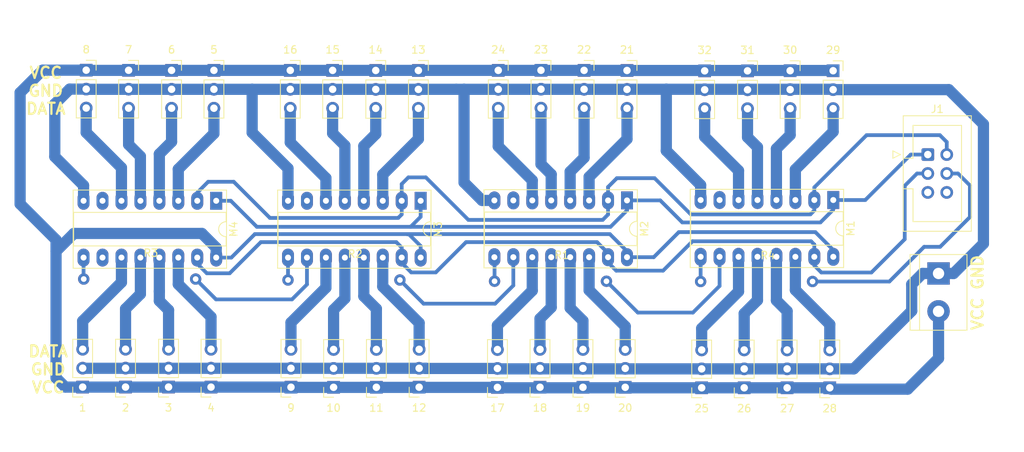
<source format=kicad_pcb>
(kicad_pcb (version 20171130) (host pcbnew "(5.1.10)-1")

  (general
    (thickness 1.6)
    (drawings 33)
    (tracks 291)
    (zones 0)
    (modules 42)
    (nets 51)
  )

  (page A4)
  (layers
    (0 F.Cu signal)
    (31 B.Cu signal)
    (32 B.Adhes user)
    (33 F.Adhes user)
    (34 B.Paste user)
    (35 F.Paste user)
    (36 B.SilkS user)
    (37 F.SilkS user)
    (38 B.Mask user)
    (39 F.Mask user)
    (40 Dwgs.User user)
    (41 Cmts.User user)
    (42 Eco1.User user)
    (43 Eco2.User user)
    (44 Edge.Cuts user)
    (45 Margin user)
    (46 B.CrtYd user)
    (47 F.CrtYd user)
    (48 B.Fab user)
    (49 F.Fab user)
  )

  (setup
    (last_trace_width 1.5)
    (user_trace_width 0.5)
    (user_trace_width 1)
    (user_trace_width 1.5)
    (trace_clearance 0.2)
    (zone_clearance 0.508)
    (zone_45_only no)
    (trace_min 0.2)
    (via_size 0.8)
    (via_drill 0.4)
    (via_min_size 0.4)
    (via_min_drill 0.3)
    (uvia_size 0.3)
    (uvia_drill 0.1)
    (uvias_allowed no)
    (uvia_min_size 0.2)
    (uvia_min_drill 0.1)
    (edge_width 0.05)
    (segment_width 0.2)
    (pcb_text_width 0.3)
    (pcb_text_size 1.5 1.5)
    (mod_edge_width 0.12)
    (mod_text_size 1 1)
    (mod_text_width 0.15)
    (pad_size 1.524 1.524)
    (pad_drill 0.762)
    (pad_to_mask_clearance 0)
    (aux_axis_origin 0 0)
    (visible_elements 7FFFFFFF)
    (pcbplotparams
      (layerselection 0x010fc_ffffffff)
      (usegerberextensions false)
      (usegerberattributes true)
      (usegerberadvancedattributes true)
      (creategerberjobfile true)
      (excludeedgelayer true)
      (linewidth 0.100000)
      (plotframeref false)
      (viasonmask false)
      (mode 1)
      (useauxorigin false)
      (hpglpennumber 1)
      (hpglpenspeed 20)
      (hpglpendiameter 15.000000)
      (psnegative false)
      (psa4output false)
      (plotreference true)
      (plotvalue true)
      (plotinvisibletext false)
      (padsonsilk false)
      (subtractmaskfromsilk false)
      (outputformat 1)
      (mirror false)
      (drillshape 1)
      (scaleselection 1)
      (outputdirectory ""))
  )

  (net 0 "")
  (net 1 "/LP(D5)")
  (net 2 "/CP(D4)")
  (net 3 /Vcc)
  (net 4 "Net-(M1-Pad7)")
  (net 5 "Net-(M2-Pad7)")
  (net 6 "Net-(M3-Pad7)")
  (net 7 "Net-(M4-Pad7)")
  (net 8 /D1)
  (net 9 /D2)
  (net 10 /D3)
  (net 11 /D4)
  (net 12 /D5)
  (net 13 /D6)
  (net 14 /D7)
  (net 15 /D8)
  (net 16 /D9)
  (net 17 /D10)
  (net 18 /D11)
  (net 19 /D12)
  (net 20 /D13)
  (net 21 /D14)
  (net 22 /D15)
  (net 23 /D16)
  (net 24 /D17)
  (net 25 /D18)
  (net 26 /D19)
  (net 27 /D20)
  (net 28 /D21)
  (net 29 /D22)
  (net 30 /D23)
  (net 31 /D24)
  (net 32 /D25)
  (net 33 /D26)
  (net 34 /D27)
  (net 35 /D28)
  (net 36 /D29)
  (net 37 /D30)
  (net 38 "Net-(M4-Pad10)")
  (net 39 GND)
  (net 40 "/CEP(D15)")
  (net 41 "/DPA(D2)")
  (net 42 /DS1A)
  (net 43 "/DPB(D2)")
  (net 44 /DS2A)
  (net 45 /DS1B)
  (net 46 /DS3A)
  (net 47 /DS2B)
  (net 48 /DS3B)
  (net 49 /D31)
  (net 50 /D32)

  (net_class Default "This is the default net class."
    (clearance 0.2)
    (trace_width 0.25)
    (via_dia 0.8)
    (via_drill 0.4)
    (uvia_dia 0.3)
    (uvia_drill 0.1)
    (add_net "/CEP(D15)")
    (add_net "/CP(D4)")
    (add_net /D1)
    (add_net /D10)
    (add_net /D11)
    (add_net /D12)
    (add_net /D13)
    (add_net /D14)
    (add_net /D15)
    (add_net /D16)
    (add_net /D17)
    (add_net /D18)
    (add_net /D19)
    (add_net /D2)
    (add_net /D20)
    (add_net /D21)
    (add_net /D22)
    (add_net /D23)
    (add_net /D24)
    (add_net /D25)
    (add_net /D26)
    (add_net /D27)
    (add_net /D28)
    (add_net /D29)
    (add_net /D3)
    (add_net /D30)
    (add_net /D31)
    (add_net /D32)
    (add_net /D4)
    (add_net /D5)
    (add_net /D6)
    (add_net /D7)
    (add_net /D8)
    (add_net /D9)
    (add_net "/DPA(D2)")
    (add_net "/DPB(D2)")
    (add_net /DS1A)
    (add_net /DS1B)
    (add_net /DS2A)
    (add_net /DS2B)
    (add_net /DS3A)
    (add_net /DS3B)
    (add_net "/LP(D5)")
    (add_net /Vcc)
    (add_net GND)
    (add_net "Net-(M1-Pad7)")
    (add_net "Net-(M2-Pad7)")
    (add_net "Net-(M3-Pad7)")
    (add_net "Net-(M4-Pad10)")
    (add_net "Net-(M4-Pad7)")
  )

  (module Connector_PinSocket_2.54mm:PinSocket_1x03_P2.54mm_Vertical (layer F.Cu) (tedit 5A19A429) (tstamp 61055AF9)
    (at 94.38132 8.93064)
    (descr "Through hole straight socket strip, 1x03, 2.54mm pitch, single row (from Kicad 4.0.7), script generated")
    (tags "Through hole socket strip THT 1x03 2.54mm single row")
    (path /61075221)
    (fp_text reference 32 (at 0 -2.77) (layer F.SilkS)
      (effects (font (size 1 1) (thickness 0.15)))
    )
    (fp_text value 32 (at 0 7.85) (layer F.Fab)
      (effects (font (size 1 1) (thickness 0.15)))
    )
    (fp_text user %R (at 0 2.54 90) (layer F.Fab)
      (effects (font (size 1 1) (thickness 0.15)))
    )
    (fp_line (start -1.27 -1.27) (end 0.635 -1.27) (layer F.Fab) (width 0.1))
    (fp_line (start 0.635 -1.27) (end 1.27 -0.635) (layer F.Fab) (width 0.1))
    (fp_line (start 1.27 -0.635) (end 1.27 6.35) (layer F.Fab) (width 0.1))
    (fp_line (start 1.27 6.35) (end -1.27 6.35) (layer F.Fab) (width 0.1))
    (fp_line (start -1.27 6.35) (end -1.27 -1.27) (layer F.Fab) (width 0.1))
    (fp_line (start -1.33 1.27) (end 1.33 1.27) (layer F.SilkS) (width 0.12))
    (fp_line (start -1.33 1.27) (end -1.33 6.41) (layer F.SilkS) (width 0.12))
    (fp_line (start -1.33 6.41) (end 1.33 6.41) (layer F.SilkS) (width 0.12))
    (fp_line (start 1.33 1.27) (end 1.33 6.41) (layer F.SilkS) (width 0.12))
    (fp_line (start 1.33 -1.33) (end 1.33 0) (layer F.SilkS) (width 0.12))
    (fp_line (start 0 -1.33) (end 1.33 -1.33) (layer F.SilkS) (width 0.12))
    (fp_line (start -1.8 -1.8) (end 1.75 -1.8) (layer F.CrtYd) (width 0.05))
    (fp_line (start 1.75 -1.8) (end 1.75 6.85) (layer F.CrtYd) (width 0.05))
    (fp_line (start 1.75 6.85) (end -1.8 6.85) (layer F.CrtYd) (width 0.05))
    (fp_line (start -1.8 6.85) (end -1.8 -1.8) (layer F.CrtYd) (width 0.05))
    (pad 3 thru_hole oval (at 0 5.08) (size 1.7 1.7) (drill 1) (layers *.Cu *.Mask)
      (net 50 /D32))
    (pad 2 thru_hole oval (at 0 2.54) (size 1.7 1.7) (drill 1) (layers *.Cu *.Mask)
      (net 39 GND))
    (pad 1 thru_hole rect (at 0 0) (size 1.7 1.7) (drill 1) (layers *.Cu *.Mask)
      (net 3 /Vcc))
    (model ${KISYS3DMOD}/Connector_PinSocket_2.54mm.3dshapes/PinSocket_1x03_P2.54mm_Vertical.wrl
      (at (xyz 0 0 0))
      (scale (xyz 1 1 1))
      (rotate (xyz 0 0 0))
    )
  )

  (module Connector_PinSocket_2.54mm:PinSocket_1x03_P2.54mm_Vertical (layer F.Cu) (tedit 5A19A429) (tstamp 61055A5E)
    (at 100.1268 8.93064)
    (descr "Through hole straight socket strip, 1x03, 2.54mm pitch, single row (from Kicad 4.0.7), script generated")
    (tags "Through hole socket strip THT 1x03 2.54mm single row")
    (path /61074C50)
    (fp_text reference 31 (at 0 -2.77) (layer F.SilkS)
      (effects (font (size 1 1) (thickness 0.15)))
    )
    (fp_text value 31 (at 0 7.85) (layer F.Fab)
      (effects (font (size 1 1) (thickness 0.15)))
    )
    (fp_text user %R (at 0 2.54 90) (layer F.Fab)
      (effects (font (size 1 1) (thickness 0.15)))
    )
    (fp_line (start -1.27 -1.27) (end 0.635 -1.27) (layer F.Fab) (width 0.1))
    (fp_line (start 0.635 -1.27) (end 1.27 -0.635) (layer F.Fab) (width 0.1))
    (fp_line (start 1.27 -0.635) (end 1.27 6.35) (layer F.Fab) (width 0.1))
    (fp_line (start 1.27 6.35) (end -1.27 6.35) (layer F.Fab) (width 0.1))
    (fp_line (start -1.27 6.35) (end -1.27 -1.27) (layer F.Fab) (width 0.1))
    (fp_line (start -1.33 1.27) (end 1.33 1.27) (layer F.SilkS) (width 0.12))
    (fp_line (start -1.33 1.27) (end -1.33 6.41) (layer F.SilkS) (width 0.12))
    (fp_line (start -1.33 6.41) (end 1.33 6.41) (layer F.SilkS) (width 0.12))
    (fp_line (start 1.33 1.27) (end 1.33 6.41) (layer F.SilkS) (width 0.12))
    (fp_line (start 1.33 -1.33) (end 1.33 0) (layer F.SilkS) (width 0.12))
    (fp_line (start 0 -1.33) (end 1.33 -1.33) (layer F.SilkS) (width 0.12))
    (fp_line (start -1.8 -1.8) (end 1.75 -1.8) (layer F.CrtYd) (width 0.05))
    (fp_line (start 1.75 -1.8) (end 1.75 6.85) (layer F.CrtYd) (width 0.05))
    (fp_line (start 1.75 6.85) (end -1.8 6.85) (layer F.CrtYd) (width 0.05))
    (fp_line (start -1.8 6.85) (end -1.8 -1.8) (layer F.CrtYd) (width 0.05))
    (pad 3 thru_hole oval (at 0 5.08) (size 1.7 1.7) (drill 1) (layers *.Cu *.Mask)
      (net 49 /D31))
    (pad 2 thru_hole oval (at 0 2.54) (size 1.7 1.7) (drill 1) (layers *.Cu *.Mask)
      (net 39 GND))
    (pad 1 thru_hole rect (at 0 0) (size 1.7 1.7) (drill 1) (layers *.Cu *.Mask)
      (net 3 /Vcc))
    (model ${KISYS3DMOD}/Connector_PinSocket_2.54mm.3dshapes/PinSocket_1x03_P2.54mm_Vertical.wrl
      (at (xyz 0 0 0))
      (scale (xyz 1 1 1))
      (rotate (xyz 0 0 0))
    )
  )

  (module Connector_IDC:IDC-Header_2x03_P2.54mm_Vertical (layer F.Cu) (tedit 5EAC9A07) (tstamp 6104ED0B)
    (at 124.29236 20.1676)
    (descr "Through hole IDC box header, 2x03, 2.54mm pitch, DIN 41651 / IEC 60603-13, double rows, https://docs.google.com/spreadsheets/d/16SsEcesNF15N3Lb4niX7dcUr-NY5_MFPQhobNuNppn4/edit#gid=0")
    (tags "Through hole vertical IDC box header THT 2x03 2.54mm double row")
    (path /6104BA2F)
    (fp_text reference J1 (at 1.27 -6.1) (layer F.SilkS)
      (effects (font (size 1 1) (thickness 0.15)))
    )
    (fp_text value Conn_02x02_Odd_Even (at 1.27 11.18) (layer F.Fab)
      (effects (font (size 1 1) (thickness 0.15)))
    )
    (fp_text user %R (at 1.27 2.54 90) (layer F.Fab)
      (effects (font (size 1 1) (thickness 0.15)))
    )
    (fp_line (start -3.18 -4.1) (end -2.18 -5.1) (layer F.Fab) (width 0.1))
    (fp_line (start -2.18 -5.1) (end 5.72 -5.1) (layer F.Fab) (width 0.1))
    (fp_line (start 5.72 -5.1) (end 5.72 10.18) (layer F.Fab) (width 0.1))
    (fp_line (start 5.72 10.18) (end -3.18 10.18) (layer F.Fab) (width 0.1))
    (fp_line (start -3.18 10.18) (end -3.18 -4.1) (layer F.Fab) (width 0.1))
    (fp_line (start -3.18 0.49) (end -1.98 0.49) (layer F.Fab) (width 0.1))
    (fp_line (start -1.98 0.49) (end -1.98 -3.91) (layer F.Fab) (width 0.1))
    (fp_line (start -1.98 -3.91) (end 4.52 -3.91) (layer F.Fab) (width 0.1))
    (fp_line (start 4.52 -3.91) (end 4.52 8.99) (layer F.Fab) (width 0.1))
    (fp_line (start 4.52 8.99) (end -1.98 8.99) (layer F.Fab) (width 0.1))
    (fp_line (start -1.98 8.99) (end -1.98 4.59) (layer F.Fab) (width 0.1))
    (fp_line (start -1.98 4.59) (end -1.98 4.59) (layer F.Fab) (width 0.1))
    (fp_line (start -1.98 4.59) (end -3.18 4.59) (layer F.Fab) (width 0.1))
    (fp_line (start -3.29 -5.21) (end 5.83 -5.21) (layer F.SilkS) (width 0.12))
    (fp_line (start 5.83 -5.21) (end 5.83 10.29) (layer F.SilkS) (width 0.12))
    (fp_line (start 5.83 10.29) (end -3.29 10.29) (layer F.SilkS) (width 0.12))
    (fp_line (start -3.29 10.29) (end -3.29 -5.21) (layer F.SilkS) (width 0.12))
    (fp_line (start -3.29 0.49) (end -1.98 0.49) (layer F.SilkS) (width 0.12))
    (fp_line (start -1.98 0.49) (end -1.98 -3.91) (layer F.SilkS) (width 0.12))
    (fp_line (start -1.98 -3.91) (end 4.52 -3.91) (layer F.SilkS) (width 0.12))
    (fp_line (start 4.52 -3.91) (end 4.52 8.99) (layer F.SilkS) (width 0.12))
    (fp_line (start 4.52 8.99) (end -1.98 8.99) (layer F.SilkS) (width 0.12))
    (fp_line (start -1.98 8.99) (end -1.98 4.59) (layer F.SilkS) (width 0.12))
    (fp_line (start -1.98 4.59) (end -1.98 4.59) (layer F.SilkS) (width 0.12))
    (fp_line (start -1.98 4.59) (end -3.29 4.59) (layer F.SilkS) (width 0.12))
    (fp_line (start -3.68 0) (end -4.68 -0.5) (layer F.SilkS) (width 0.12))
    (fp_line (start -4.68 -0.5) (end -4.68 0.5) (layer F.SilkS) (width 0.12))
    (fp_line (start -4.68 0.5) (end -3.68 0) (layer F.SilkS) (width 0.12))
    (fp_line (start -3.68 -5.6) (end -3.68 10.69) (layer F.CrtYd) (width 0.05))
    (fp_line (start -3.68 10.69) (end 6.22 10.69) (layer F.CrtYd) (width 0.05))
    (fp_line (start 6.22 10.69) (end 6.22 -5.6) (layer F.CrtYd) (width 0.05))
    (fp_line (start 6.22 -5.6) (end -3.68 -5.6) (layer F.CrtYd) (width 0.05))
    (pad 6 thru_hole circle (at 2.54 5.08) (size 1.7 1.7) (drill 1) (layers *.Cu *.Mask))
    (pad 4 thru_hole circle (at 2.54 2.54) (size 1.7 1.7) (drill 1) (layers *.Cu *.Mask)
      (net 41 "/DPA(D2)"))
    (pad 2 thru_hole circle (at 2.54 0) (size 1.7 1.7) (drill 1) (layers *.Cu *.Mask)
      (net 2 "/CP(D4)"))
    (pad 5 thru_hole circle (at 0 5.08) (size 1.7 1.7) (drill 1) (layers *.Cu *.Mask))
    (pad 3 thru_hole circle (at 0 2.54) (size 1.7 1.7) (drill 1) (layers *.Cu *.Mask)
      (net 40 "/CEP(D15)"))
    (pad 1 thru_hole roundrect (at 0 0) (size 1.7 1.7) (drill 1) (layers *.Cu *.Mask) (roundrect_rratio 0.147059)
      (net 1 "/LP(D5)"))
    (model ${KISYS3DMOD}/Connector_IDC.3dshapes/IDC-Header_2x03_P2.54mm_Vertical.wrl
      (at (xyz 0 0 0))
      (scale (xyz 1 1 1))
      (rotate (xyz 0 0 0))
    )
  )

  (module Connector_PinSocket_2.54mm:PinSocket_1x03_P2.54mm_Vertical (layer F.Cu) (tedit 5A19A429) (tstamp 60FC1740)
    (at 72.4408 8.85698)
    (descr "Through hole straight socket strip, 1x03, 2.54mm pitch, single row (from Kicad 4.0.7), script generated")
    (tags "Through hole socket strip THT 1x03 2.54mm single row")
    (path /60FDFB40)
    (fp_text reference 23 (at 0 -2.77) (layer F.SilkS)
      (effects (font (size 1 1) (thickness 0.15)))
    )
    (fp_text value 23 (at 0 7.85) (layer F.Fab)
      (effects (font (size 1 1) (thickness 0.15)))
    )
    (fp_line (start -1.27 -1.27) (end 0.635 -1.27) (layer F.Fab) (width 0.1))
    (fp_line (start 0.635 -1.27) (end 1.27 -0.635) (layer F.Fab) (width 0.1))
    (fp_line (start 1.27 -0.635) (end 1.27 6.35) (layer F.Fab) (width 0.1))
    (fp_line (start 1.27 6.35) (end -1.27 6.35) (layer F.Fab) (width 0.1))
    (fp_line (start -1.27 6.35) (end -1.27 -1.27) (layer F.Fab) (width 0.1))
    (fp_line (start -1.33 1.27) (end 1.33 1.27) (layer F.SilkS) (width 0.12))
    (fp_line (start -1.33 1.27) (end -1.33 6.41) (layer F.SilkS) (width 0.12))
    (fp_line (start -1.33 6.41) (end 1.33 6.41) (layer F.SilkS) (width 0.12))
    (fp_line (start 1.33 1.27) (end 1.33 6.41) (layer F.SilkS) (width 0.12))
    (fp_line (start 1.33 -1.33) (end 1.33 0) (layer F.SilkS) (width 0.12))
    (fp_line (start 0 -1.33) (end 1.33 -1.33) (layer F.SilkS) (width 0.12))
    (fp_line (start -1.8 -1.8) (end 1.75 -1.8) (layer F.CrtYd) (width 0.05))
    (fp_line (start 1.75 -1.8) (end 1.75 6.85) (layer F.CrtYd) (width 0.05))
    (fp_line (start 1.75 6.85) (end -1.8 6.85) (layer F.CrtYd) (width 0.05))
    (fp_line (start -1.8 6.85) (end -1.8 -1.8) (layer F.CrtYd) (width 0.05))
    (fp_text user %R (at 0 2.54 90) (layer F.Fab)
      (effects (font (size 1 1) (thickness 0.15)))
    )
    (pad 3 thru_hole oval (at 0 5.08) (size 1.7 1.7) (drill 1) (layers *.Cu *.Mask)
      (net 30 /D23))
    (pad 2 thru_hole oval (at 0 2.54) (size 1.7 1.7) (drill 1) (layers *.Cu *.Mask)
      (net 39 GND))
    (pad 1 thru_hole rect (at 0 0) (size 1.7 1.7) (drill 1) (layers *.Cu *.Mask)
      (net 3 /Vcc))
    (model ${KISYS3DMOD}/Connector_PinSocket_2.54mm.3dshapes/PinSocket_1x03_P2.54mm_Vertical.wrl
      (at (xyz 0 0 0))
      (scale (xyz 1 1 1))
      (rotate (xyz 0 0 0))
    )
  )

  (module "extensores:extensor 15mm" (layer F.Cu) (tedit 6104461E) (tstamp 6104D7F0)
    (at 102.8403 34.20338 180)
    (path /61045C3B)
    (fp_text reference R4 (at 0 0.5) (layer F.SilkS)
      (effects (font (size 1 1) (thickness 0.15)))
    )
    (fp_text value 15 (at 0 -0.5) (layer F.Fab)
      (effects (font (size 1 1) (thickness 0.15)))
    )
    (pad 2 thru_hole circle (at 9 -3 180) (size 1.524 1.524) (drill 0.762) (layers *.Cu *.Mask)
      (net 43 "/DPB(D2)"))
    (pad 1 thru_hole circle (at -6 -3 180) (size 1.524 1.524) (drill 0.762) (layers *.Cu *.Mask)
      (net 41 "/DPA(D2)"))
  )

  (module "extensores:extensor 15mm" (layer F.Cu) (tedit 6104461E) (tstamp 6104ACB3)
    (at 20.1493 33.87318 180)
    (path /610458F7)
    (fp_text reference R3 (at 0 0.5) (layer F.SilkS)
      (effects (font (size 1 1) (thickness 0.15)))
    )
    (fp_text value 15 (at 0 -0.5) (layer F.Fab)
      (effects (font (size 1 1) (thickness 0.15)))
    )
    (pad 2 thru_hole circle (at 9 -3 180) (size 1.524 1.524) (drill 0.762) (layers *.Cu *.Mask)
      (net 48 /DS3B))
    (pad 1 thru_hole circle (at -6 -3 180) (size 1.524 1.524) (drill 0.762) (layers *.Cu *.Mask)
      (net 46 /DS3A))
  )

  (module "extensores:extensor 15mm" (layer F.Cu) (tedit 6104461E) (tstamp 6104ACAD)
    (at 47.5305 34.00018 180)
    (path /61045256)
    (fp_text reference R2 (at 0 0.5) (layer F.SilkS)
      (effects (font (size 1 1) (thickness 0.15)))
    )
    (fp_text value 15 (at 0 -0.5) (layer F.Fab)
      (effects (font (size 1 1) (thickness 0.15)))
    )
    (pad 2 thru_hole circle (at 9 -3 180) (size 1.524 1.524) (drill 0.762) (layers *.Cu *.Mask)
      (net 47 /DS2B))
    (pad 1 thru_hole circle (at -6 -3 180) (size 1.524 1.524) (drill 0.762) (layers *.Cu *.Mask)
      (net 44 /DS2A))
  )

  (module "extensores:extensor 15mm" (layer F.Cu) (tedit 6104461E) (tstamp 6104ACA7)
    (at 75.2165 34.16528 180)
    (path /61044DB0)
    (fp_text reference R1 (at 0 0.5) (layer F.SilkS)
      (effects (font (size 1 1) (thickness 0.15)))
    )
    (fp_text value 15 (at 0 -0.5) (layer F.Fab)
      (effects (font (size 1 1) (thickness 0.15)))
    )
    (pad 2 thru_hole circle (at 9 -3 180) (size 1.524 1.524) (drill 0.762) (layers *.Cu *.Mask)
      (net 45 /DS1B))
    (pad 1 thru_hole circle (at -6 -3 180) (size 1.524 1.524) (drill 0.762) (layers *.Cu *.Mask)
      (net 42 /DS1A))
  )

  (module Package_DIP:DIP-16_W7.62mm_Socket_LongPads (layer F.Cu) (tedit 5A02E8C5) (tstamp 60FB4E27)
    (at 28.9052 26.37028 270)
    (descr "16-lead though-hole mounted DIP package, row spacing 7.62 mm (300 mils), Socket, LongPads")
    (tags "THT DIP DIL PDIP 2.54mm 7.62mm 300mil Socket LongPads")
    (path /60FCA368)
    (fp_text reference M4 (at 3.81 -2.33 90) (layer F.SilkS)
      (effects (font (size 1 1) (thickness 0.15)))
    )
    (fp_text value 74LS165 (at 3.81 20.11 90) (layer F.Fab)
      (effects (font (size 1 1) (thickness 0.15)))
    )
    (fp_line (start 1.635 -1.27) (end 6.985 -1.27) (layer F.Fab) (width 0.1))
    (fp_line (start 6.985 -1.27) (end 6.985 19.05) (layer F.Fab) (width 0.1))
    (fp_line (start 6.985 19.05) (end 0.635 19.05) (layer F.Fab) (width 0.1))
    (fp_line (start 0.635 19.05) (end 0.635 -0.27) (layer F.Fab) (width 0.1))
    (fp_line (start 0.635 -0.27) (end 1.635 -1.27) (layer F.Fab) (width 0.1))
    (fp_line (start -1.27 -1.33) (end -1.27 19.11) (layer F.Fab) (width 0.1))
    (fp_line (start -1.27 19.11) (end 8.89 19.11) (layer F.Fab) (width 0.1))
    (fp_line (start 8.89 19.11) (end 8.89 -1.33) (layer F.Fab) (width 0.1))
    (fp_line (start 8.89 -1.33) (end -1.27 -1.33) (layer F.Fab) (width 0.1))
    (fp_line (start 2.81 -1.33) (end 1.56 -1.33) (layer F.SilkS) (width 0.12))
    (fp_line (start 1.56 -1.33) (end 1.56 19.11) (layer F.SilkS) (width 0.12))
    (fp_line (start 1.56 19.11) (end 6.06 19.11) (layer F.SilkS) (width 0.12))
    (fp_line (start 6.06 19.11) (end 6.06 -1.33) (layer F.SilkS) (width 0.12))
    (fp_line (start 6.06 -1.33) (end 4.81 -1.33) (layer F.SilkS) (width 0.12))
    (fp_line (start -1.44 -1.39) (end -1.44 19.17) (layer F.SilkS) (width 0.12))
    (fp_line (start -1.44 19.17) (end 9.06 19.17) (layer F.SilkS) (width 0.12))
    (fp_line (start 9.06 19.17) (end 9.06 -1.39) (layer F.SilkS) (width 0.12))
    (fp_line (start 9.06 -1.39) (end -1.44 -1.39) (layer F.SilkS) (width 0.12))
    (fp_line (start -1.55 -1.6) (end -1.55 19.4) (layer F.CrtYd) (width 0.05))
    (fp_line (start -1.55 19.4) (end 9.15 19.4) (layer F.CrtYd) (width 0.05))
    (fp_line (start 9.15 19.4) (end 9.15 -1.6) (layer F.CrtYd) (width 0.05))
    (fp_line (start 9.15 -1.6) (end -1.55 -1.6) (layer F.CrtYd) (width 0.05))
    (fp_text user %R (at 3.81 8.89 90) (layer F.Fab)
      (effects (font (size 1 1) (thickness 0.15)))
    )
    (fp_arc (start 3.81 -1.33) (end 2.81 -1.33) (angle -180) (layer F.SilkS) (width 0.12))
    (pad 16 thru_hole oval (at 7.62 0 270) (size 2.4 1.6) (drill 0.8) (layers *.Cu *.Mask)
      (net 3 /Vcc))
    (pad 8 thru_hole oval (at 0 17.78 270) (size 2.4 1.6) (drill 0.8) (layers *.Cu *.Mask)
      (net 39 GND))
    (pad 15 thru_hole oval (at 7.62 2.54 270) (size 2.4 1.6) (drill 0.8) (layers *.Cu *.Mask)
      (net 40 "/CEP(D15)"))
    (pad 7 thru_hole oval (at 0 15.24 270) (size 2.4 1.6) (drill 0.8) (layers *.Cu *.Mask)
      (net 7 "Net-(M4-Pad7)"))
    (pad 14 thru_hole oval (at 7.62 5.08 270) (size 2.4 1.6) (drill 0.8) (layers *.Cu *.Mask)
      (net 11 /D4))
    (pad 6 thru_hole oval (at 0 12.7 270) (size 2.4 1.6) (drill 0.8) (layers *.Cu *.Mask)
      (net 15 /D8))
    (pad 13 thru_hole oval (at 7.62 7.62 270) (size 2.4 1.6) (drill 0.8) (layers *.Cu *.Mask)
      (net 10 /D3))
    (pad 5 thru_hole oval (at 0 10.16 270) (size 2.4 1.6) (drill 0.8) (layers *.Cu *.Mask)
      (net 14 /D7))
    (pad 12 thru_hole oval (at 7.62 10.16 270) (size 2.4 1.6) (drill 0.8) (layers *.Cu *.Mask)
      (net 9 /D2))
    (pad 4 thru_hole oval (at 0 7.62 270) (size 2.4 1.6) (drill 0.8) (layers *.Cu *.Mask)
      (net 13 /D6))
    (pad 11 thru_hole oval (at 7.62 12.7 270) (size 2.4 1.6) (drill 0.8) (layers *.Cu *.Mask)
      (net 8 /D1))
    (pad 3 thru_hole oval (at 0 5.08 270) (size 2.4 1.6) (drill 0.8) (layers *.Cu *.Mask)
      (net 12 /D5))
    (pad 10 thru_hole oval (at 7.62 15.24 270) (size 2.4 1.6) (drill 0.8) (layers *.Cu *.Mask)
      (net 38 "Net-(M4-Pad10)"))
    (pad 2 thru_hole oval (at 0 2.54 270) (size 2.4 1.6) (drill 0.8) (layers *.Cu *.Mask)
      (net 2 "/CP(D4)"))
    (pad 9 thru_hole oval (at 7.62 17.78 270) (size 2.4 1.6) (drill 0.8) (layers *.Cu *.Mask)
      (net 48 /DS3B))
    (pad 1 thru_hole rect (at 0 0 270) (size 2.4 1.6) (drill 0.8) (layers *.Cu *.Mask)
      (net 1 "/LP(D5)"))
    (model ${KISYS3DMOD}/Package_DIP.3dshapes/DIP-16_W7.62mm_Socket.wrl
      (at (xyz 0 0 0))
      (scale (xyz 1 1 1))
      (rotate (xyz 0 0 0))
    )
  )

  (module Connector_PinSocket_2.54mm:PinSocket_1x03_P2.54mm_Vertical (layer F.Cu) (tedit 5A19A429) (tstamp 60FC1785)
    (at 99.6823 51.46548 180)
    (descr "Through hole straight socket strip, 1x03, 2.54mm pitch, single row (from Kicad 4.0.7), script generated")
    (tags "Through hole socket strip THT 1x03 2.54mm single row")
    (path /60FE18B6)
    (fp_text reference 26 (at 0 -2.77) (layer F.SilkS)
      (effects (font (size 1 1) (thickness 0.15)))
    )
    (fp_text value 26 (at 0 7.85) (layer F.Fab)
      (effects (font (size 1 1) (thickness 0.15)))
    )
    (fp_line (start -1.27 -1.27) (end 0.635 -1.27) (layer F.Fab) (width 0.1))
    (fp_line (start 0.635 -1.27) (end 1.27 -0.635) (layer F.Fab) (width 0.1))
    (fp_line (start 1.27 -0.635) (end 1.27 6.35) (layer F.Fab) (width 0.1))
    (fp_line (start 1.27 6.35) (end -1.27 6.35) (layer F.Fab) (width 0.1))
    (fp_line (start -1.27 6.35) (end -1.27 -1.27) (layer F.Fab) (width 0.1))
    (fp_line (start -1.33 1.27) (end 1.33 1.27) (layer F.SilkS) (width 0.12))
    (fp_line (start -1.33 1.27) (end -1.33 6.41) (layer F.SilkS) (width 0.12))
    (fp_line (start -1.33 6.41) (end 1.33 6.41) (layer F.SilkS) (width 0.12))
    (fp_line (start 1.33 1.27) (end 1.33 6.41) (layer F.SilkS) (width 0.12))
    (fp_line (start 1.33 -1.33) (end 1.33 0) (layer F.SilkS) (width 0.12))
    (fp_line (start 0 -1.33) (end 1.33 -1.33) (layer F.SilkS) (width 0.12))
    (fp_line (start -1.8 -1.8) (end 1.75 -1.8) (layer F.CrtYd) (width 0.05))
    (fp_line (start 1.75 -1.8) (end 1.75 6.85) (layer F.CrtYd) (width 0.05))
    (fp_line (start 1.75 6.85) (end -1.8 6.85) (layer F.CrtYd) (width 0.05))
    (fp_line (start -1.8 6.85) (end -1.8 -1.8) (layer F.CrtYd) (width 0.05))
    (fp_text user %R (at 0 2.54 90) (layer F.Fab)
      (effects (font (size 1 1) (thickness 0.15)))
    )
    (pad 3 thru_hole oval (at 0 5.08 180) (size 1.7 1.7) (drill 1) (layers *.Cu *.Mask)
      (net 33 /D26))
    (pad 2 thru_hole oval (at 0 2.54 180) (size 1.7 1.7) (drill 1) (layers *.Cu *.Mask)
      (net 39 GND))
    (pad 1 thru_hole rect (at 0 0 180) (size 1.7 1.7) (drill 1) (layers *.Cu *.Mask)
      (net 3 /Vcc))
    (model ${KISYS3DMOD}/Connector_PinSocket_2.54mm.3dshapes/PinSocket_1x03_P2.54mm_Vertical.wrl
      (at (xyz 0 0 0))
      (scale (xyz 1 1 1))
      (rotate (xyz 0 0 0))
    )
  )

  (module TerminalBlock:TerminalBlock_bornier-2_P5.08mm (layer F.Cu) (tedit 59FF03AB) (tstamp 610440B7)
    (at 125.73 36.12388 270)
    (descr "simple 2-pin terminal block, pitch 5.08mm, revamped version of bornier2")
    (tags "terminal block bornier2")
    (path /610FC739)
    (fp_text reference J2 (at 2.54 -5.08 90) (layer F.SilkS) hide
      (effects (font (size 1 1) (thickness 0.15)))
    )
    (fp_text value Screw_Terminal_01x02 (at 2.54 5.08 90) (layer F.Fab)
      (effects (font (size 1 1) (thickness 0.15)))
    )
    (fp_line (start 7.79 4) (end -2.71 4) (layer F.CrtYd) (width 0.05))
    (fp_line (start 7.79 4) (end 7.79 -4) (layer F.CrtYd) (width 0.05))
    (fp_line (start -2.71 -4) (end -2.71 4) (layer F.CrtYd) (width 0.05))
    (fp_line (start -2.71 -4) (end 7.79 -4) (layer F.CrtYd) (width 0.05))
    (fp_line (start -2.54 3.81) (end 7.62 3.81) (layer F.SilkS) (width 0.12))
    (fp_line (start -2.54 -3.81) (end -2.54 3.81) (layer F.SilkS) (width 0.12))
    (fp_line (start 7.62 -3.81) (end -2.54 -3.81) (layer F.SilkS) (width 0.12))
    (fp_line (start 7.62 3.81) (end 7.62 -3.81) (layer F.SilkS) (width 0.12))
    (fp_line (start 7.62 2.54) (end -2.54 2.54) (layer F.SilkS) (width 0.12))
    (fp_line (start 7.54 -3.75) (end -2.46 -3.75) (layer F.Fab) (width 0.1))
    (fp_line (start 7.54 3.75) (end 7.54 -3.75) (layer F.Fab) (width 0.1))
    (fp_line (start -2.46 3.75) (end 7.54 3.75) (layer F.Fab) (width 0.1))
    (fp_line (start -2.46 -3.75) (end -2.46 3.75) (layer F.Fab) (width 0.1))
    (fp_line (start -2.41 2.55) (end 7.49 2.55) (layer F.Fab) (width 0.1))
    (fp_text user %R (at 2.54 0 90) (layer F.Fab)
      (effects (font (size 1 1) (thickness 0.15)))
    )
    (pad 2 thru_hole circle (at 5.08 0 270) (size 3 3) (drill 1.52) (layers *.Cu *.Mask)
      (net 3 /Vcc))
    (pad 1 thru_hole rect (at 0 0 270) (size 3 3) (drill 1.52) (layers *.Cu *.Mask)
      (net 39 GND))
    (model ${KISYS3DMOD}/TerminalBlock.3dshapes/TerminalBlock_bornier-2_P5.08mm.wrl
      (offset (xyz 2.539999961853027 0 0))
      (scale (xyz 1 1 1))
      (rotate (xyz 0 0 0))
    )
  )

  (module Connector_PinSocket_2.54mm:PinSocket_1x03_P2.54mm_Vertical (layer F.Cu) (tedit 5A19A429) (tstamp 60FC17E1)
    (at 105.8418 8.91032)
    (descr "Through hole straight socket strip, 1x03, 2.54mm pitch, single row (from Kicad 4.0.7), script generated")
    (tags "Through hole socket strip THT 1x03 2.54mm single row")
    (path /60FE2469)
    (fp_text reference 30 (at 0 -2.77) (layer F.SilkS)
      (effects (font (size 1 1) (thickness 0.15)))
    )
    (fp_text value 30 (at 0 7.85) (layer F.Fab)
      (effects (font (size 1 1) (thickness 0.15)))
    )
    (fp_line (start -1.27 -1.27) (end 0.635 -1.27) (layer F.Fab) (width 0.1))
    (fp_line (start 0.635 -1.27) (end 1.27 -0.635) (layer F.Fab) (width 0.1))
    (fp_line (start 1.27 -0.635) (end 1.27 6.35) (layer F.Fab) (width 0.1))
    (fp_line (start 1.27 6.35) (end -1.27 6.35) (layer F.Fab) (width 0.1))
    (fp_line (start -1.27 6.35) (end -1.27 -1.27) (layer F.Fab) (width 0.1))
    (fp_line (start -1.33 1.27) (end 1.33 1.27) (layer F.SilkS) (width 0.12))
    (fp_line (start -1.33 1.27) (end -1.33 6.41) (layer F.SilkS) (width 0.12))
    (fp_line (start -1.33 6.41) (end 1.33 6.41) (layer F.SilkS) (width 0.12))
    (fp_line (start 1.33 1.27) (end 1.33 6.41) (layer F.SilkS) (width 0.12))
    (fp_line (start 1.33 -1.33) (end 1.33 0) (layer F.SilkS) (width 0.12))
    (fp_line (start 0 -1.33) (end 1.33 -1.33) (layer F.SilkS) (width 0.12))
    (fp_line (start -1.8 -1.8) (end 1.75 -1.8) (layer F.CrtYd) (width 0.05))
    (fp_line (start 1.75 -1.8) (end 1.75 6.85) (layer F.CrtYd) (width 0.05))
    (fp_line (start 1.75 6.85) (end -1.8 6.85) (layer F.CrtYd) (width 0.05))
    (fp_line (start -1.8 6.85) (end -1.8 -1.8) (layer F.CrtYd) (width 0.05))
    (fp_text user %R (at 0 2.54 90) (layer F.Fab)
      (effects (font (size 1 1) (thickness 0.15)))
    )
    (pad 3 thru_hole oval (at 0 5.08) (size 1.7 1.7) (drill 1) (layers *.Cu *.Mask)
      (net 37 /D30))
    (pad 2 thru_hole oval (at 0 2.54) (size 1.7 1.7) (drill 1) (layers *.Cu *.Mask)
      (net 39 GND))
    (pad 1 thru_hole rect (at 0 0) (size 1.7 1.7) (drill 1) (layers *.Cu *.Mask)
      (net 3 /Vcc))
    (model ${KISYS3DMOD}/Connector_PinSocket_2.54mm.3dshapes/PinSocket_1x03_P2.54mm_Vertical.wrl
      (at (xyz 0 0 0))
      (scale (xyz 1 1 1))
      (rotate (xyz 0 0 0))
    )
  )

  (module Connector_PinSocket_2.54mm:PinSocket_1x03_P2.54mm_Vertical (layer F.Cu) (tedit 5A19A429) (tstamp 60FC17CA)
    (at 111.60252 8.9154)
    (descr "Through hole straight socket strip, 1x03, 2.54mm pitch, single row (from Kicad 4.0.7), script generated")
    (tags "Through hole socket strip THT 1x03 2.54mm single row")
    (path /60FE2068)
    (fp_text reference 29 (at 0 -2.77) (layer F.SilkS)
      (effects (font (size 1 1) (thickness 0.15)))
    )
    (fp_text value 29 (at 0 7.85) (layer F.Fab)
      (effects (font (size 1 1) (thickness 0.15)))
    )
    (fp_line (start -1.27 -1.27) (end 0.635 -1.27) (layer F.Fab) (width 0.1))
    (fp_line (start 0.635 -1.27) (end 1.27 -0.635) (layer F.Fab) (width 0.1))
    (fp_line (start 1.27 -0.635) (end 1.27 6.35) (layer F.Fab) (width 0.1))
    (fp_line (start 1.27 6.35) (end -1.27 6.35) (layer F.Fab) (width 0.1))
    (fp_line (start -1.27 6.35) (end -1.27 -1.27) (layer F.Fab) (width 0.1))
    (fp_line (start -1.33 1.27) (end 1.33 1.27) (layer F.SilkS) (width 0.12))
    (fp_line (start -1.33 1.27) (end -1.33 6.41) (layer F.SilkS) (width 0.12))
    (fp_line (start -1.33 6.41) (end 1.33 6.41) (layer F.SilkS) (width 0.12))
    (fp_line (start 1.33 1.27) (end 1.33 6.41) (layer F.SilkS) (width 0.12))
    (fp_line (start 1.33 -1.33) (end 1.33 0) (layer F.SilkS) (width 0.12))
    (fp_line (start 0 -1.33) (end 1.33 -1.33) (layer F.SilkS) (width 0.12))
    (fp_line (start -1.8 -1.8) (end 1.75 -1.8) (layer F.CrtYd) (width 0.05))
    (fp_line (start 1.75 -1.8) (end 1.75 6.85) (layer F.CrtYd) (width 0.05))
    (fp_line (start 1.75 6.85) (end -1.8 6.85) (layer F.CrtYd) (width 0.05))
    (fp_line (start -1.8 6.85) (end -1.8 -1.8) (layer F.CrtYd) (width 0.05))
    (fp_text user %R (at 0 2.54 90) (layer F.Fab)
      (effects (font (size 1 1) (thickness 0.15)))
    )
    (pad 3 thru_hole oval (at 0 5.08) (size 1.7 1.7) (drill 1) (layers *.Cu *.Mask)
      (net 36 /D29))
    (pad 2 thru_hole oval (at 0 2.54) (size 1.7 1.7) (drill 1) (layers *.Cu *.Mask)
      (net 39 GND))
    (pad 1 thru_hole rect (at 0 0) (size 1.7 1.7) (drill 1) (layers *.Cu *.Mask)
      (net 3 /Vcc))
    (model ${KISYS3DMOD}/Connector_PinSocket_2.54mm.3dshapes/PinSocket_1x03_P2.54mm_Vertical.wrl
      (at (xyz 0 0 0))
      (scale (xyz 1 1 1))
      (rotate (xyz 0 0 0))
    )
  )

  (module Connector_PinSocket_2.54mm:PinSocket_1x03_P2.54mm_Vertical (layer F.Cu) (tedit 5A19A429) (tstamp 60FC17B3)
    (at 111.1504 51.46548 180)
    (descr "Through hole straight socket strip, 1x03, 2.54mm pitch, single row (from Kicad 4.0.7), script generated")
    (tags "Through hole socket strip THT 1x03 2.54mm single row")
    (path /60FE1DC9)
    (fp_text reference 28 (at 0 -2.77) (layer F.SilkS)
      (effects (font (size 1 1) (thickness 0.15)))
    )
    (fp_text value 28 (at 0 7.85) (layer F.Fab)
      (effects (font (size 1 1) (thickness 0.15)))
    )
    (fp_line (start -1.27 -1.27) (end 0.635 -1.27) (layer F.Fab) (width 0.1))
    (fp_line (start 0.635 -1.27) (end 1.27 -0.635) (layer F.Fab) (width 0.1))
    (fp_line (start 1.27 -0.635) (end 1.27 6.35) (layer F.Fab) (width 0.1))
    (fp_line (start 1.27 6.35) (end -1.27 6.35) (layer F.Fab) (width 0.1))
    (fp_line (start -1.27 6.35) (end -1.27 -1.27) (layer F.Fab) (width 0.1))
    (fp_line (start -1.33 1.27) (end 1.33 1.27) (layer F.SilkS) (width 0.12))
    (fp_line (start -1.33 1.27) (end -1.33 6.41) (layer F.SilkS) (width 0.12))
    (fp_line (start -1.33 6.41) (end 1.33 6.41) (layer F.SilkS) (width 0.12))
    (fp_line (start 1.33 1.27) (end 1.33 6.41) (layer F.SilkS) (width 0.12))
    (fp_line (start 1.33 -1.33) (end 1.33 0) (layer F.SilkS) (width 0.12))
    (fp_line (start 0 -1.33) (end 1.33 -1.33) (layer F.SilkS) (width 0.12))
    (fp_line (start -1.8 -1.8) (end 1.75 -1.8) (layer F.CrtYd) (width 0.05))
    (fp_line (start 1.75 -1.8) (end 1.75 6.85) (layer F.CrtYd) (width 0.05))
    (fp_line (start 1.75 6.85) (end -1.8 6.85) (layer F.CrtYd) (width 0.05))
    (fp_line (start -1.8 6.85) (end -1.8 -1.8) (layer F.CrtYd) (width 0.05))
    (fp_text user %R (at 0 2.54 90) (layer F.Fab)
      (effects (font (size 1 1) (thickness 0.15)))
    )
    (pad 3 thru_hole oval (at 0 5.08 180) (size 1.7 1.7) (drill 1) (layers *.Cu *.Mask)
      (net 35 /D28))
    (pad 2 thru_hole oval (at 0 2.54 180) (size 1.7 1.7) (drill 1) (layers *.Cu *.Mask)
      (net 39 GND))
    (pad 1 thru_hole rect (at 0 0 180) (size 1.7 1.7) (drill 1) (layers *.Cu *.Mask)
      (net 3 /Vcc))
    (model ${KISYS3DMOD}/Connector_PinSocket_2.54mm.3dshapes/PinSocket_1x03_P2.54mm_Vertical.wrl
      (at (xyz 0 0 0))
      (scale (xyz 1 1 1))
      (rotate (xyz 0 0 0))
    )
  )

  (module Connector_PinSocket_2.54mm:PinSocket_1x03_P2.54mm_Vertical (layer F.Cu) (tedit 5A19A429) (tstamp 60FC179C)
    (at 105.4354 51.46548 180)
    (descr "Through hole straight socket strip, 1x03, 2.54mm pitch, single row (from Kicad 4.0.7), script generated")
    (tags "Through hole socket strip THT 1x03 2.54mm single row")
    (path /60FE1B4E)
    (fp_text reference 27 (at 0 -2.77) (layer F.SilkS)
      (effects (font (size 1 1) (thickness 0.15)))
    )
    (fp_text value 27 (at 0 7.85) (layer F.Fab)
      (effects (font (size 1 1) (thickness 0.15)))
    )
    (fp_line (start -1.27 -1.27) (end 0.635 -1.27) (layer F.Fab) (width 0.1))
    (fp_line (start 0.635 -1.27) (end 1.27 -0.635) (layer F.Fab) (width 0.1))
    (fp_line (start 1.27 -0.635) (end 1.27 6.35) (layer F.Fab) (width 0.1))
    (fp_line (start 1.27 6.35) (end -1.27 6.35) (layer F.Fab) (width 0.1))
    (fp_line (start -1.27 6.35) (end -1.27 -1.27) (layer F.Fab) (width 0.1))
    (fp_line (start -1.33 1.27) (end 1.33 1.27) (layer F.SilkS) (width 0.12))
    (fp_line (start -1.33 1.27) (end -1.33 6.41) (layer F.SilkS) (width 0.12))
    (fp_line (start -1.33 6.41) (end 1.33 6.41) (layer F.SilkS) (width 0.12))
    (fp_line (start 1.33 1.27) (end 1.33 6.41) (layer F.SilkS) (width 0.12))
    (fp_line (start 1.33 -1.33) (end 1.33 0) (layer F.SilkS) (width 0.12))
    (fp_line (start 0 -1.33) (end 1.33 -1.33) (layer F.SilkS) (width 0.12))
    (fp_line (start -1.8 -1.8) (end 1.75 -1.8) (layer F.CrtYd) (width 0.05))
    (fp_line (start 1.75 -1.8) (end 1.75 6.85) (layer F.CrtYd) (width 0.05))
    (fp_line (start 1.75 6.85) (end -1.8 6.85) (layer F.CrtYd) (width 0.05))
    (fp_line (start -1.8 6.85) (end -1.8 -1.8) (layer F.CrtYd) (width 0.05))
    (fp_text user %R (at 0 2.54 90) (layer F.Fab)
      (effects (font (size 1 1) (thickness 0.15)))
    )
    (pad 3 thru_hole oval (at 0 5.08 180) (size 1.7 1.7) (drill 1) (layers *.Cu *.Mask)
      (net 34 /D27))
    (pad 2 thru_hole oval (at 0 2.54 180) (size 1.7 1.7) (drill 1) (layers *.Cu *.Mask)
      (net 39 GND))
    (pad 1 thru_hole rect (at 0 0 180) (size 1.7 1.7) (drill 1) (layers *.Cu *.Mask)
      (net 3 /Vcc))
    (model ${KISYS3DMOD}/Connector_PinSocket_2.54mm.3dshapes/PinSocket_1x03_P2.54mm_Vertical.wrl
      (at (xyz 0 0 0))
      (scale (xyz 1 1 1))
      (rotate (xyz 0 0 0))
    )
  )

  (module Connector_PinSocket_2.54mm:PinSocket_1x03_P2.54mm_Vertical (layer F.Cu) (tedit 5A19A429) (tstamp 60FC176E)
    (at 93.98 51.46548 180)
    (descr "Through hole straight socket strip, 1x03, 2.54mm pitch, single row (from Kicad 4.0.7), script generated")
    (tags "Through hole socket strip THT 1x03 2.54mm single row")
    (path /60FE16B1)
    (fp_text reference 25 (at 0 -2.77) (layer F.SilkS)
      (effects (font (size 1 1) (thickness 0.15)))
    )
    (fp_text value 25 (at 0 7.85) (layer F.Fab)
      (effects (font (size 1 1) (thickness 0.15)))
    )
    (fp_line (start -1.27 -1.27) (end 0.635 -1.27) (layer F.Fab) (width 0.1))
    (fp_line (start 0.635 -1.27) (end 1.27 -0.635) (layer F.Fab) (width 0.1))
    (fp_line (start 1.27 -0.635) (end 1.27 6.35) (layer F.Fab) (width 0.1))
    (fp_line (start 1.27 6.35) (end -1.27 6.35) (layer F.Fab) (width 0.1))
    (fp_line (start -1.27 6.35) (end -1.27 -1.27) (layer F.Fab) (width 0.1))
    (fp_line (start -1.33 1.27) (end 1.33 1.27) (layer F.SilkS) (width 0.12))
    (fp_line (start -1.33 1.27) (end -1.33 6.41) (layer F.SilkS) (width 0.12))
    (fp_line (start -1.33 6.41) (end 1.33 6.41) (layer F.SilkS) (width 0.12))
    (fp_line (start 1.33 1.27) (end 1.33 6.41) (layer F.SilkS) (width 0.12))
    (fp_line (start 1.33 -1.33) (end 1.33 0) (layer F.SilkS) (width 0.12))
    (fp_line (start 0 -1.33) (end 1.33 -1.33) (layer F.SilkS) (width 0.12))
    (fp_line (start -1.8 -1.8) (end 1.75 -1.8) (layer F.CrtYd) (width 0.05))
    (fp_line (start 1.75 -1.8) (end 1.75 6.85) (layer F.CrtYd) (width 0.05))
    (fp_line (start 1.75 6.85) (end -1.8 6.85) (layer F.CrtYd) (width 0.05))
    (fp_line (start -1.8 6.85) (end -1.8 -1.8) (layer F.CrtYd) (width 0.05))
    (fp_text user %R (at 0 2.54 90) (layer F.Fab)
      (effects (font (size 1 1) (thickness 0.15)))
    )
    (pad 3 thru_hole oval (at 0 5.08 180) (size 1.7 1.7) (drill 1) (layers *.Cu *.Mask)
      (net 32 /D25))
    (pad 2 thru_hole oval (at 0 2.54 180) (size 1.7 1.7) (drill 1) (layers *.Cu *.Mask)
      (net 39 GND))
    (pad 1 thru_hole rect (at 0 0 180) (size 1.7 1.7) (drill 1) (layers *.Cu *.Mask)
      (net 3 /Vcc))
    (model ${KISYS3DMOD}/Connector_PinSocket_2.54mm.3dshapes/PinSocket_1x03_P2.54mm_Vertical.wrl
      (at (xyz 0 0 0))
      (scale (xyz 1 1 1))
      (rotate (xyz 0 0 0))
    )
  )

  (module Connector_PinSocket_2.54mm:PinSocket_1x03_P2.54mm_Vertical (layer F.Cu) (tedit 5A19A429) (tstamp 60FC1757)
    (at 66.7131 8.86968)
    (descr "Through hole straight socket strip, 1x03, 2.54mm pitch, single row (from Kicad 4.0.7), script generated")
    (tags "Through hole socket strip THT 1x03 2.54mm single row")
    (path /60FDFD07)
    (fp_text reference 24 (at 0 -2.77) (layer F.SilkS)
      (effects (font (size 1 1) (thickness 0.15)))
    )
    (fp_text value 24 (at 0 7.85) (layer F.Fab)
      (effects (font (size 1 1) (thickness 0.15)))
    )
    (fp_line (start -1.27 -1.27) (end 0.635 -1.27) (layer F.Fab) (width 0.1))
    (fp_line (start 0.635 -1.27) (end 1.27 -0.635) (layer F.Fab) (width 0.1))
    (fp_line (start 1.27 -0.635) (end 1.27 6.35) (layer F.Fab) (width 0.1))
    (fp_line (start 1.27 6.35) (end -1.27 6.35) (layer F.Fab) (width 0.1))
    (fp_line (start -1.27 6.35) (end -1.27 -1.27) (layer F.Fab) (width 0.1))
    (fp_line (start -1.33 1.27) (end 1.33 1.27) (layer F.SilkS) (width 0.12))
    (fp_line (start -1.33 1.27) (end -1.33 6.41) (layer F.SilkS) (width 0.12))
    (fp_line (start -1.33 6.41) (end 1.33 6.41) (layer F.SilkS) (width 0.12))
    (fp_line (start 1.33 1.27) (end 1.33 6.41) (layer F.SilkS) (width 0.12))
    (fp_line (start 1.33 -1.33) (end 1.33 0) (layer F.SilkS) (width 0.12))
    (fp_line (start 0 -1.33) (end 1.33 -1.33) (layer F.SilkS) (width 0.12))
    (fp_line (start -1.8 -1.8) (end 1.75 -1.8) (layer F.CrtYd) (width 0.05))
    (fp_line (start 1.75 -1.8) (end 1.75 6.85) (layer F.CrtYd) (width 0.05))
    (fp_line (start 1.75 6.85) (end -1.8 6.85) (layer F.CrtYd) (width 0.05))
    (fp_line (start -1.8 6.85) (end -1.8 -1.8) (layer F.CrtYd) (width 0.05))
    (fp_text user %R (at 0 2.54 90) (layer F.Fab)
      (effects (font (size 1 1) (thickness 0.15)))
    )
    (pad 3 thru_hole oval (at 0 5.08) (size 1.7 1.7) (drill 1) (layers *.Cu *.Mask)
      (net 31 /D24))
    (pad 2 thru_hole oval (at 0 2.54) (size 1.7 1.7) (drill 1) (layers *.Cu *.Mask)
      (net 39 GND))
    (pad 1 thru_hole rect (at 0 0) (size 1.7 1.7) (drill 1) (layers *.Cu *.Mask)
      (net 3 /Vcc))
    (model ${KISYS3DMOD}/Connector_PinSocket_2.54mm.3dshapes/PinSocket_1x03_P2.54mm_Vertical.wrl
      (at (xyz 0 0 0))
      (scale (xyz 1 1 1))
      (rotate (xyz 0 0 0))
    )
  )

  (module Connector_PinSocket_2.54mm:PinSocket_1x03_P2.54mm_Vertical (layer F.Cu) (tedit 5A19A429) (tstamp 60FC1729)
    (at 78.2193 8.86968)
    (descr "Through hole straight socket strip, 1x03, 2.54mm pitch, single row (from Kicad 4.0.7), script generated")
    (tags "Through hole socket strip THT 1x03 2.54mm single row")
    (path /60FE025B)
    (fp_text reference 22 (at 0 -2.77) (layer F.SilkS)
      (effects (font (size 1 1) (thickness 0.15)))
    )
    (fp_text value 22 (at 0 7.85) (layer F.Fab)
      (effects (font (size 1 1) (thickness 0.15)))
    )
    (fp_line (start -1.27 -1.27) (end 0.635 -1.27) (layer F.Fab) (width 0.1))
    (fp_line (start 0.635 -1.27) (end 1.27 -0.635) (layer F.Fab) (width 0.1))
    (fp_line (start 1.27 -0.635) (end 1.27 6.35) (layer F.Fab) (width 0.1))
    (fp_line (start 1.27 6.35) (end -1.27 6.35) (layer F.Fab) (width 0.1))
    (fp_line (start -1.27 6.35) (end -1.27 -1.27) (layer F.Fab) (width 0.1))
    (fp_line (start -1.33 1.27) (end 1.33 1.27) (layer F.SilkS) (width 0.12))
    (fp_line (start -1.33 1.27) (end -1.33 6.41) (layer F.SilkS) (width 0.12))
    (fp_line (start -1.33 6.41) (end 1.33 6.41) (layer F.SilkS) (width 0.12))
    (fp_line (start 1.33 1.27) (end 1.33 6.41) (layer F.SilkS) (width 0.12))
    (fp_line (start 1.33 -1.33) (end 1.33 0) (layer F.SilkS) (width 0.12))
    (fp_line (start 0 -1.33) (end 1.33 -1.33) (layer F.SilkS) (width 0.12))
    (fp_line (start -1.8 -1.8) (end 1.75 -1.8) (layer F.CrtYd) (width 0.05))
    (fp_line (start 1.75 -1.8) (end 1.75 6.85) (layer F.CrtYd) (width 0.05))
    (fp_line (start 1.75 6.85) (end -1.8 6.85) (layer F.CrtYd) (width 0.05))
    (fp_line (start -1.8 6.85) (end -1.8 -1.8) (layer F.CrtYd) (width 0.05))
    (fp_text user %R (at 0 2.54 90) (layer F.Fab)
      (effects (font (size 1 1) (thickness 0.15)))
    )
    (pad 3 thru_hole oval (at 0 5.08) (size 1.7 1.7) (drill 1) (layers *.Cu *.Mask)
      (net 29 /D22))
    (pad 2 thru_hole oval (at 0 2.54) (size 1.7 1.7) (drill 1) (layers *.Cu *.Mask)
      (net 39 GND))
    (pad 1 thru_hole rect (at 0 0) (size 1.7 1.7) (drill 1) (layers *.Cu *.Mask)
      (net 3 /Vcc))
    (model ${KISYS3DMOD}/Connector_PinSocket_2.54mm.3dshapes/PinSocket_1x03_P2.54mm_Vertical.wrl
      (at (xyz 0 0 0))
      (scale (xyz 1 1 1))
      (rotate (xyz 0 0 0))
    )
  )

  (module Connector_PinSocket_2.54mm:PinSocket_1x03_P2.54mm_Vertical (layer F.Cu) (tedit 5A19A429) (tstamp 60FC1712)
    (at 83.9724 8.88238)
    (descr "Through hole straight socket strip, 1x03, 2.54mm pitch, single row (from Kicad 4.0.7), script generated")
    (tags "Through hole socket strip THT 1x03 2.54mm single row")
    (path /60FE0408)
    (fp_text reference 21 (at 0 -2.77) (layer F.SilkS)
      (effects (font (size 1 1) (thickness 0.15)))
    )
    (fp_text value 21 (at 0 7.85) (layer F.Fab)
      (effects (font (size 1 1) (thickness 0.15)))
    )
    (fp_line (start -1.27 -1.27) (end 0.635 -1.27) (layer F.Fab) (width 0.1))
    (fp_line (start 0.635 -1.27) (end 1.27 -0.635) (layer F.Fab) (width 0.1))
    (fp_line (start 1.27 -0.635) (end 1.27 6.35) (layer F.Fab) (width 0.1))
    (fp_line (start 1.27 6.35) (end -1.27 6.35) (layer F.Fab) (width 0.1))
    (fp_line (start -1.27 6.35) (end -1.27 -1.27) (layer F.Fab) (width 0.1))
    (fp_line (start -1.33 1.27) (end 1.33 1.27) (layer F.SilkS) (width 0.12))
    (fp_line (start -1.33 1.27) (end -1.33 6.41) (layer F.SilkS) (width 0.12))
    (fp_line (start -1.33 6.41) (end 1.33 6.41) (layer F.SilkS) (width 0.12))
    (fp_line (start 1.33 1.27) (end 1.33 6.41) (layer F.SilkS) (width 0.12))
    (fp_line (start 1.33 -1.33) (end 1.33 0) (layer F.SilkS) (width 0.12))
    (fp_line (start 0 -1.33) (end 1.33 -1.33) (layer F.SilkS) (width 0.12))
    (fp_line (start -1.8 -1.8) (end 1.75 -1.8) (layer F.CrtYd) (width 0.05))
    (fp_line (start 1.75 -1.8) (end 1.75 6.85) (layer F.CrtYd) (width 0.05))
    (fp_line (start 1.75 6.85) (end -1.8 6.85) (layer F.CrtYd) (width 0.05))
    (fp_line (start -1.8 6.85) (end -1.8 -1.8) (layer F.CrtYd) (width 0.05))
    (fp_text user %R (at 0 2.54 90) (layer F.Fab)
      (effects (font (size 1 1) (thickness 0.15)))
    )
    (pad 3 thru_hole oval (at 0 5.08) (size 1.7 1.7) (drill 1) (layers *.Cu *.Mask)
      (net 28 /D21))
    (pad 2 thru_hole oval (at 0 2.54) (size 1.7 1.7) (drill 1) (layers *.Cu *.Mask)
      (net 39 GND))
    (pad 1 thru_hole rect (at 0 0) (size 1.7 1.7) (drill 1) (layers *.Cu *.Mask)
      (net 3 /Vcc))
    (model ${KISYS3DMOD}/Connector_PinSocket_2.54mm.3dshapes/PinSocket_1x03_P2.54mm_Vertical.wrl
      (at (xyz 0 0 0))
      (scale (xyz 1 1 1))
      (rotate (xyz 0 0 0))
    )
  )

  (module Connector_PinSocket_2.54mm:PinSocket_1x03_P2.54mm_Vertical (layer F.Cu) (tedit 5A19A429) (tstamp 60FC16FB)
    (at 83.73364 51.39944 180)
    (descr "Through hole straight socket strip, 1x03, 2.54mm pitch, single row (from Kicad 4.0.7), script generated")
    (tags "Through hole socket strip THT 1x03 2.54mm single row")
    (path /60FE05F3)
    (fp_text reference 20 (at 0 -2.77) (layer F.SilkS)
      (effects (font (size 1 1) (thickness 0.15)))
    )
    (fp_text value 20 (at 0 7.85) (layer F.Fab)
      (effects (font (size 1 1) (thickness 0.15)))
    )
    (fp_line (start -1.27 -1.27) (end 0.635 -1.27) (layer F.Fab) (width 0.1))
    (fp_line (start 0.635 -1.27) (end 1.27 -0.635) (layer F.Fab) (width 0.1))
    (fp_line (start 1.27 -0.635) (end 1.27 6.35) (layer F.Fab) (width 0.1))
    (fp_line (start 1.27 6.35) (end -1.27 6.35) (layer F.Fab) (width 0.1))
    (fp_line (start -1.27 6.35) (end -1.27 -1.27) (layer F.Fab) (width 0.1))
    (fp_line (start -1.33 1.27) (end 1.33 1.27) (layer F.SilkS) (width 0.12))
    (fp_line (start -1.33 1.27) (end -1.33 6.41) (layer F.SilkS) (width 0.12))
    (fp_line (start -1.33 6.41) (end 1.33 6.41) (layer F.SilkS) (width 0.12))
    (fp_line (start 1.33 1.27) (end 1.33 6.41) (layer F.SilkS) (width 0.12))
    (fp_line (start 1.33 -1.33) (end 1.33 0) (layer F.SilkS) (width 0.12))
    (fp_line (start 0 -1.33) (end 1.33 -1.33) (layer F.SilkS) (width 0.12))
    (fp_line (start -1.8 -1.8) (end 1.75 -1.8) (layer F.CrtYd) (width 0.05))
    (fp_line (start 1.75 -1.8) (end 1.75 6.85) (layer F.CrtYd) (width 0.05))
    (fp_line (start 1.75 6.85) (end -1.8 6.85) (layer F.CrtYd) (width 0.05))
    (fp_line (start -1.8 6.85) (end -1.8 -1.8) (layer F.CrtYd) (width 0.05))
    (fp_text user %R (at 0 2.54 90) (layer F.Fab)
      (effects (font (size 1 1) (thickness 0.15)))
    )
    (pad 3 thru_hole oval (at 0 5.08 180) (size 1.7 1.7) (drill 1) (layers *.Cu *.Mask)
      (net 27 /D20))
    (pad 2 thru_hole oval (at 0 2.54 180) (size 1.7 1.7) (drill 1) (layers *.Cu *.Mask)
      (net 39 GND))
    (pad 1 thru_hole rect (at 0 0 180) (size 1.7 1.7) (drill 1) (layers *.Cu *.Mask)
      (net 3 /Vcc))
    (model ${KISYS3DMOD}/Connector_PinSocket_2.54mm.3dshapes/PinSocket_1x03_P2.54mm_Vertical.wrl
      (at (xyz 0 0 0))
      (scale (xyz 1 1 1))
      (rotate (xyz 0 0 0))
    )
  )

  (module Connector_PinSocket_2.54mm:PinSocket_1x03_P2.54mm_Vertical (layer F.Cu) (tedit 5A19A429) (tstamp 60FC16E4)
    (at 78.0669 51.39944 180)
    (descr "Through hole straight socket strip, 1x03, 2.54mm pitch, single row (from Kicad 4.0.7), script generated")
    (tags "Through hole socket strip THT 1x03 2.54mm single row")
    (path /60FE13B6)
    (fp_text reference 19 (at 0 -2.77) (layer F.SilkS)
      (effects (font (size 1 1) (thickness 0.15)))
    )
    (fp_text value 19 (at 0 7.85) (layer F.Fab)
      (effects (font (size 1 1) (thickness 0.15)))
    )
    (fp_line (start -1.27 -1.27) (end 0.635 -1.27) (layer F.Fab) (width 0.1))
    (fp_line (start 0.635 -1.27) (end 1.27 -0.635) (layer F.Fab) (width 0.1))
    (fp_line (start 1.27 -0.635) (end 1.27 6.35) (layer F.Fab) (width 0.1))
    (fp_line (start 1.27 6.35) (end -1.27 6.35) (layer F.Fab) (width 0.1))
    (fp_line (start -1.27 6.35) (end -1.27 -1.27) (layer F.Fab) (width 0.1))
    (fp_line (start -1.33 1.27) (end 1.33 1.27) (layer F.SilkS) (width 0.12))
    (fp_line (start -1.33 1.27) (end -1.33 6.41) (layer F.SilkS) (width 0.12))
    (fp_line (start -1.33 6.41) (end 1.33 6.41) (layer F.SilkS) (width 0.12))
    (fp_line (start 1.33 1.27) (end 1.33 6.41) (layer F.SilkS) (width 0.12))
    (fp_line (start 1.33 -1.33) (end 1.33 0) (layer F.SilkS) (width 0.12))
    (fp_line (start 0 -1.33) (end 1.33 -1.33) (layer F.SilkS) (width 0.12))
    (fp_line (start -1.8 -1.8) (end 1.75 -1.8) (layer F.CrtYd) (width 0.05))
    (fp_line (start 1.75 -1.8) (end 1.75 6.85) (layer F.CrtYd) (width 0.05))
    (fp_line (start 1.75 6.85) (end -1.8 6.85) (layer F.CrtYd) (width 0.05))
    (fp_line (start -1.8 6.85) (end -1.8 -1.8) (layer F.CrtYd) (width 0.05))
    (fp_text user %R (at 0 2.54 90) (layer F.Fab)
      (effects (font (size 1 1) (thickness 0.15)))
    )
    (pad 3 thru_hole oval (at 0 5.08 180) (size 1.7 1.7) (drill 1) (layers *.Cu *.Mask)
      (net 26 /D19))
    (pad 2 thru_hole oval (at 0 2.54 180) (size 1.7 1.7) (drill 1) (layers *.Cu *.Mask)
      (net 39 GND))
    (pad 1 thru_hole rect (at 0 0 180) (size 1.7 1.7) (drill 1) (layers *.Cu *.Mask)
      (net 3 /Vcc))
    (model ${KISYS3DMOD}/Connector_PinSocket_2.54mm.3dshapes/PinSocket_1x03_P2.54mm_Vertical.wrl
      (at (xyz 0 0 0))
      (scale (xyz 1 1 1))
      (rotate (xyz 0 0 0))
    )
  )

  (module Connector_PinSocket_2.54mm:PinSocket_1x03_P2.54mm_Vertical (layer F.Cu) (tedit 5A19A429) (tstamp 60FC16CD)
    (at 72.30872 51.39182 180)
    (descr "Through hole straight socket strip, 1x03, 2.54mm pitch, single row (from Kicad 4.0.7), script generated")
    (tags "Through hole socket strip THT 1x03 2.54mm single row")
    (path /60FDF9AD)
    (fp_text reference 18 (at 0 -2.77) (layer F.SilkS)
      (effects (font (size 1 1) (thickness 0.15)))
    )
    (fp_text value 18 (at 0 7.85) (layer F.Fab)
      (effects (font (size 1 1) (thickness 0.15)))
    )
    (fp_line (start -1.27 -1.27) (end 0.635 -1.27) (layer F.Fab) (width 0.1))
    (fp_line (start 0.635 -1.27) (end 1.27 -0.635) (layer F.Fab) (width 0.1))
    (fp_line (start 1.27 -0.635) (end 1.27 6.35) (layer F.Fab) (width 0.1))
    (fp_line (start 1.27 6.35) (end -1.27 6.35) (layer F.Fab) (width 0.1))
    (fp_line (start -1.27 6.35) (end -1.27 -1.27) (layer F.Fab) (width 0.1))
    (fp_line (start -1.33 1.27) (end 1.33 1.27) (layer F.SilkS) (width 0.12))
    (fp_line (start -1.33 1.27) (end -1.33 6.41) (layer F.SilkS) (width 0.12))
    (fp_line (start -1.33 6.41) (end 1.33 6.41) (layer F.SilkS) (width 0.12))
    (fp_line (start 1.33 1.27) (end 1.33 6.41) (layer F.SilkS) (width 0.12))
    (fp_line (start 1.33 -1.33) (end 1.33 0) (layer F.SilkS) (width 0.12))
    (fp_line (start 0 -1.33) (end 1.33 -1.33) (layer F.SilkS) (width 0.12))
    (fp_line (start -1.8 -1.8) (end 1.75 -1.8) (layer F.CrtYd) (width 0.05))
    (fp_line (start 1.75 -1.8) (end 1.75 6.85) (layer F.CrtYd) (width 0.05))
    (fp_line (start 1.75 6.85) (end -1.8 6.85) (layer F.CrtYd) (width 0.05))
    (fp_line (start -1.8 6.85) (end -1.8 -1.8) (layer F.CrtYd) (width 0.05))
    (fp_text user %R (at 0 2.54 90) (layer F.Fab)
      (effects (font (size 1 1) (thickness 0.15)))
    )
    (pad 3 thru_hole oval (at 0 5.08 180) (size 1.7 1.7) (drill 1) (layers *.Cu *.Mask)
      (net 25 /D18))
    (pad 2 thru_hole oval (at 0 2.54 180) (size 1.7 1.7) (drill 1) (layers *.Cu *.Mask)
      (net 39 GND))
    (pad 1 thru_hole rect (at 0 0 180) (size 1.7 1.7) (drill 1) (layers *.Cu *.Mask)
      (net 3 /Vcc))
    (model ${KISYS3DMOD}/Connector_PinSocket_2.54mm.3dshapes/PinSocket_1x03_P2.54mm_Vertical.wrl
      (at (xyz 0 0 0))
      (scale (xyz 1 1 1))
      (rotate (xyz 0 0 0))
    )
  )

  (module Connector_PinSocket_2.54mm:PinSocket_1x03_P2.54mm_Vertical (layer F.Cu) (tedit 5A19A429) (tstamp 60FC16B6)
    (at 66.60388 51.4096 180)
    (descr "Through hole straight socket strip, 1x03, 2.54mm pitch, single row (from Kicad 4.0.7), script generated")
    (tags "Through hole socket strip THT 1x03 2.54mm single row")
    (path /60FDF444)
    (fp_text reference 17 (at 0 -2.77) (layer F.SilkS)
      (effects (font (size 1 1) (thickness 0.15)))
    )
    (fp_text value 17 (at 0 7.85) (layer F.Fab)
      (effects (font (size 1 1) (thickness 0.15)))
    )
    (fp_line (start -1.27 -1.27) (end 0.635 -1.27) (layer F.Fab) (width 0.1))
    (fp_line (start 0.635 -1.27) (end 1.27 -0.635) (layer F.Fab) (width 0.1))
    (fp_line (start 1.27 -0.635) (end 1.27 6.35) (layer F.Fab) (width 0.1))
    (fp_line (start 1.27 6.35) (end -1.27 6.35) (layer F.Fab) (width 0.1))
    (fp_line (start -1.27 6.35) (end -1.27 -1.27) (layer F.Fab) (width 0.1))
    (fp_line (start -1.33 1.27) (end 1.33 1.27) (layer F.SilkS) (width 0.12))
    (fp_line (start -1.33 1.27) (end -1.33 6.41) (layer F.SilkS) (width 0.12))
    (fp_line (start -1.33 6.41) (end 1.33 6.41) (layer F.SilkS) (width 0.12))
    (fp_line (start 1.33 1.27) (end 1.33 6.41) (layer F.SilkS) (width 0.12))
    (fp_line (start 1.33 -1.33) (end 1.33 0) (layer F.SilkS) (width 0.12))
    (fp_line (start 0 -1.33) (end 1.33 -1.33) (layer F.SilkS) (width 0.12))
    (fp_line (start -1.8 -1.8) (end 1.75 -1.8) (layer F.CrtYd) (width 0.05))
    (fp_line (start 1.75 -1.8) (end 1.75 6.85) (layer F.CrtYd) (width 0.05))
    (fp_line (start 1.75 6.85) (end -1.8 6.85) (layer F.CrtYd) (width 0.05))
    (fp_line (start -1.8 6.85) (end -1.8 -1.8) (layer F.CrtYd) (width 0.05))
    (fp_text user %R (at 0 2.54 90) (layer F.Fab)
      (effects (font (size 1 1) (thickness 0.15)))
    )
    (pad 3 thru_hole oval (at 0 5.08 180) (size 1.7 1.7) (drill 1) (layers *.Cu *.Mask)
      (net 24 /D17))
    (pad 2 thru_hole oval (at 0 2.54 180) (size 1.7 1.7) (drill 1) (layers *.Cu *.Mask)
      (net 39 GND))
    (pad 1 thru_hole rect (at 0 0 180) (size 1.7 1.7) (drill 1) (layers *.Cu *.Mask)
      (net 3 /Vcc))
    (model ${KISYS3DMOD}/Connector_PinSocket_2.54mm.3dshapes/PinSocket_1x03_P2.54mm_Vertical.wrl
      (at (xyz 0 0 0))
      (scale (xyz 1 1 1))
      (rotate (xyz 0 0 0))
    )
  )

  (module Connector_PinSocket_2.54mm:PinSocket_1x03_P2.54mm_Vertical (layer F.Cu) (tedit 5A19A429) (tstamp 60FC169F)
    (at 38.8366 8.86968)
    (descr "Through hole straight socket strip, 1x03, 2.54mm pitch, single row (from Kicad 4.0.7), script generated")
    (tags "Through hole socket strip THT 1x03 2.54mm single row")
    (path /60FDEE0F)
    (fp_text reference 16 (at 0 -2.77) (layer F.SilkS)
      (effects (font (size 1 1) (thickness 0.15)))
    )
    (fp_text value 16 (at 0 7.85) (layer F.Fab)
      (effects (font (size 1 1) (thickness 0.15)))
    )
    (fp_line (start -1.27 -1.27) (end 0.635 -1.27) (layer F.Fab) (width 0.1))
    (fp_line (start 0.635 -1.27) (end 1.27 -0.635) (layer F.Fab) (width 0.1))
    (fp_line (start 1.27 -0.635) (end 1.27 6.35) (layer F.Fab) (width 0.1))
    (fp_line (start 1.27 6.35) (end -1.27 6.35) (layer F.Fab) (width 0.1))
    (fp_line (start -1.27 6.35) (end -1.27 -1.27) (layer F.Fab) (width 0.1))
    (fp_line (start -1.33 1.27) (end 1.33 1.27) (layer F.SilkS) (width 0.12))
    (fp_line (start -1.33 1.27) (end -1.33 6.41) (layer F.SilkS) (width 0.12))
    (fp_line (start -1.33 6.41) (end 1.33 6.41) (layer F.SilkS) (width 0.12))
    (fp_line (start 1.33 1.27) (end 1.33 6.41) (layer F.SilkS) (width 0.12))
    (fp_line (start 1.33 -1.33) (end 1.33 0) (layer F.SilkS) (width 0.12))
    (fp_line (start 0 -1.33) (end 1.33 -1.33) (layer F.SilkS) (width 0.12))
    (fp_line (start -1.8 -1.8) (end 1.75 -1.8) (layer F.CrtYd) (width 0.05))
    (fp_line (start 1.75 -1.8) (end 1.75 6.85) (layer F.CrtYd) (width 0.05))
    (fp_line (start 1.75 6.85) (end -1.8 6.85) (layer F.CrtYd) (width 0.05))
    (fp_line (start -1.8 6.85) (end -1.8 -1.8) (layer F.CrtYd) (width 0.05))
    (fp_text user %R (at 0 2.54 90) (layer F.Fab)
      (effects (font (size 1 1) (thickness 0.15)))
    )
    (pad 3 thru_hole oval (at 0 5.08) (size 1.7 1.7) (drill 1) (layers *.Cu *.Mask)
      (net 23 /D16))
    (pad 2 thru_hole oval (at 0 2.54) (size 1.7 1.7) (drill 1) (layers *.Cu *.Mask)
      (net 39 GND))
    (pad 1 thru_hole rect (at 0 0) (size 1.7 1.7) (drill 1) (layers *.Cu *.Mask)
      (net 3 /Vcc))
    (model ${KISYS3DMOD}/Connector_PinSocket_2.54mm.3dshapes/PinSocket_1x03_P2.54mm_Vertical.wrl
      (at (xyz 0 0 0))
      (scale (xyz 1 1 1))
      (rotate (xyz 0 0 0))
    )
  )

  (module Connector_PinSocket_2.54mm:PinSocket_1x03_P2.54mm_Vertical (layer F.Cu) (tedit 5A19A429) (tstamp 60FC1688)
    (at 44.5135 8.86968)
    (descr "Through hole straight socket strip, 1x03, 2.54mm pitch, single row (from Kicad 4.0.7), script generated")
    (tags "Through hole socket strip THT 1x03 2.54mm single row")
    (path /60FDE408)
    (fp_text reference 15 (at 0 -2.77) (layer F.SilkS)
      (effects (font (size 1 1) (thickness 0.15)))
    )
    (fp_text value 15 (at 0 7.85) (layer F.Fab)
      (effects (font (size 1 1) (thickness 0.15)))
    )
    (fp_line (start -1.27 -1.27) (end 0.635 -1.27) (layer F.Fab) (width 0.1))
    (fp_line (start 0.635 -1.27) (end 1.27 -0.635) (layer F.Fab) (width 0.1))
    (fp_line (start 1.27 -0.635) (end 1.27 6.35) (layer F.Fab) (width 0.1))
    (fp_line (start 1.27 6.35) (end -1.27 6.35) (layer F.Fab) (width 0.1))
    (fp_line (start -1.27 6.35) (end -1.27 -1.27) (layer F.Fab) (width 0.1))
    (fp_line (start -1.33 1.27) (end 1.33 1.27) (layer F.SilkS) (width 0.12))
    (fp_line (start -1.33 1.27) (end -1.33 6.41) (layer F.SilkS) (width 0.12))
    (fp_line (start -1.33 6.41) (end 1.33 6.41) (layer F.SilkS) (width 0.12))
    (fp_line (start 1.33 1.27) (end 1.33 6.41) (layer F.SilkS) (width 0.12))
    (fp_line (start 1.33 -1.33) (end 1.33 0) (layer F.SilkS) (width 0.12))
    (fp_line (start 0 -1.33) (end 1.33 -1.33) (layer F.SilkS) (width 0.12))
    (fp_line (start -1.8 -1.8) (end 1.75 -1.8) (layer F.CrtYd) (width 0.05))
    (fp_line (start 1.75 -1.8) (end 1.75 6.85) (layer F.CrtYd) (width 0.05))
    (fp_line (start 1.75 6.85) (end -1.8 6.85) (layer F.CrtYd) (width 0.05))
    (fp_line (start -1.8 6.85) (end -1.8 -1.8) (layer F.CrtYd) (width 0.05))
    (fp_text user %R (at 0 2.54 90) (layer F.Fab)
      (effects (font (size 1 1) (thickness 0.15)))
    )
    (pad 3 thru_hole oval (at 0 5.08) (size 1.7 1.7) (drill 1) (layers *.Cu *.Mask)
      (net 22 /D15))
    (pad 2 thru_hole oval (at 0 2.54) (size 1.7 1.7) (drill 1) (layers *.Cu *.Mask)
      (net 39 GND))
    (pad 1 thru_hole rect (at 0 0) (size 1.7 1.7) (drill 1) (layers *.Cu *.Mask)
      (net 3 /Vcc))
    (model ${KISYS3DMOD}/Connector_PinSocket_2.54mm.3dshapes/PinSocket_1x03_P2.54mm_Vertical.wrl
      (at (xyz 0 0 0))
      (scale (xyz 1 1 1))
      (rotate (xyz 0 0 0))
    )
  )

  (module Connector_PinSocket_2.54mm:PinSocket_1x03_P2.54mm_Vertical (layer F.Cu) (tedit 5A19A429) (tstamp 60FC1671)
    (at 50.292 8.88238)
    (descr "Through hole straight socket strip, 1x03, 2.54mm pitch, single row (from Kicad 4.0.7), script generated")
    (tags "Through hole socket strip THT 1x03 2.54mm single row")
    (path /60FDDF78)
    (fp_text reference 14 (at 0 -2.77) (layer F.SilkS)
      (effects (font (size 1 1) (thickness 0.15)))
    )
    (fp_text value 14 (at 0 7.85) (layer F.Fab)
      (effects (font (size 1 1) (thickness 0.15)))
    )
    (fp_line (start -1.27 -1.27) (end 0.635 -1.27) (layer F.Fab) (width 0.1))
    (fp_line (start 0.635 -1.27) (end 1.27 -0.635) (layer F.Fab) (width 0.1))
    (fp_line (start 1.27 -0.635) (end 1.27 6.35) (layer F.Fab) (width 0.1))
    (fp_line (start 1.27 6.35) (end -1.27 6.35) (layer F.Fab) (width 0.1))
    (fp_line (start -1.27 6.35) (end -1.27 -1.27) (layer F.Fab) (width 0.1))
    (fp_line (start -1.33 1.27) (end 1.33 1.27) (layer F.SilkS) (width 0.12))
    (fp_line (start -1.33 1.27) (end -1.33 6.41) (layer F.SilkS) (width 0.12))
    (fp_line (start -1.33 6.41) (end 1.33 6.41) (layer F.SilkS) (width 0.12))
    (fp_line (start 1.33 1.27) (end 1.33 6.41) (layer F.SilkS) (width 0.12))
    (fp_line (start 1.33 -1.33) (end 1.33 0) (layer F.SilkS) (width 0.12))
    (fp_line (start 0 -1.33) (end 1.33 -1.33) (layer F.SilkS) (width 0.12))
    (fp_line (start -1.8 -1.8) (end 1.75 -1.8) (layer F.CrtYd) (width 0.05))
    (fp_line (start 1.75 -1.8) (end 1.75 6.85) (layer F.CrtYd) (width 0.05))
    (fp_line (start 1.75 6.85) (end -1.8 6.85) (layer F.CrtYd) (width 0.05))
    (fp_line (start -1.8 6.85) (end -1.8 -1.8) (layer F.CrtYd) (width 0.05))
    (fp_text user %R (at 0 2.54 90) (layer F.Fab)
      (effects (font (size 1 1) (thickness 0.15)))
    )
    (pad 3 thru_hole oval (at 0 5.08) (size 1.7 1.7) (drill 1) (layers *.Cu *.Mask)
      (net 21 /D14))
    (pad 2 thru_hole oval (at 0 2.54) (size 1.7 1.7) (drill 1) (layers *.Cu *.Mask)
      (net 39 GND))
    (pad 1 thru_hole rect (at 0 0) (size 1.7 1.7) (drill 1) (layers *.Cu *.Mask)
      (net 3 /Vcc))
    (model ${KISYS3DMOD}/Connector_PinSocket_2.54mm.3dshapes/PinSocket_1x03_P2.54mm_Vertical.wrl
      (at (xyz 0 0 0))
      (scale (xyz 1 1 1))
      (rotate (xyz 0 0 0))
    )
  )

  (module Connector_PinSocket_2.54mm:PinSocket_1x03_P2.54mm_Vertical (layer F.Cu) (tedit 5A19A429) (tstamp 60FC165A)
    (at 56.007 8.88238)
    (descr "Through hole straight socket strip, 1x03, 2.54mm pitch, single row (from Kicad 4.0.7), script generated")
    (tags "Through hole socket strip THT 1x03 2.54mm single row")
    (path /60FDDAEC)
    (fp_text reference 13 (at 0 -2.77) (layer F.SilkS)
      (effects (font (size 1 1) (thickness 0.15)))
    )
    (fp_text value 13 (at 0 7.85) (layer F.Fab)
      (effects (font (size 1 1) (thickness 0.15)))
    )
    (fp_line (start -1.27 -1.27) (end 0.635 -1.27) (layer F.Fab) (width 0.1))
    (fp_line (start 0.635 -1.27) (end 1.27 -0.635) (layer F.Fab) (width 0.1))
    (fp_line (start 1.27 -0.635) (end 1.27 6.35) (layer F.Fab) (width 0.1))
    (fp_line (start 1.27 6.35) (end -1.27 6.35) (layer F.Fab) (width 0.1))
    (fp_line (start -1.27 6.35) (end -1.27 -1.27) (layer F.Fab) (width 0.1))
    (fp_line (start -1.33 1.27) (end 1.33 1.27) (layer F.SilkS) (width 0.12))
    (fp_line (start -1.33 1.27) (end -1.33 6.41) (layer F.SilkS) (width 0.12))
    (fp_line (start -1.33 6.41) (end 1.33 6.41) (layer F.SilkS) (width 0.12))
    (fp_line (start 1.33 1.27) (end 1.33 6.41) (layer F.SilkS) (width 0.12))
    (fp_line (start 1.33 -1.33) (end 1.33 0) (layer F.SilkS) (width 0.12))
    (fp_line (start 0 -1.33) (end 1.33 -1.33) (layer F.SilkS) (width 0.12))
    (fp_line (start -1.8 -1.8) (end 1.75 -1.8) (layer F.CrtYd) (width 0.05))
    (fp_line (start 1.75 -1.8) (end 1.75 6.85) (layer F.CrtYd) (width 0.05))
    (fp_line (start 1.75 6.85) (end -1.8 6.85) (layer F.CrtYd) (width 0.05))
    (fp_line (start -1.8 6.85) (end -1.8 -1.8) (layer F.CrtYd) (width 0.05))
    (fp_text user %R (at 0 2.54 90) (layer F.Fab)
      (effects (font (size 1 1) (thickness 0.15)))
    )
    (pad 3 thru_hole oval (at 0 5.08) (size 1.7 1.7) (drill 1) (layers *.Cu *.Mask)
      (net 20 /D13))
    (pad 2 thru_hole oval (at 0 2.54) (size 1.7 1.7) (drill 1) (layers *.Cu *.Mask)
      (net 39 GND))
    (pad 1 thru_hole rect (at 0 0) (size 1.7 1.7) (drill 1) (layers *.Cu *.Mask)
      (net 3 /Vcc))
    (model ${KISYS3DMOD}/Connector_PinSocket_2.54mm.3dshapes/PinSocket_1x03_P2.54mm_Vertical.wrl
      (at (xyz 0 0 0))
      (scale (xyz 1 1 1))
      (rotate (xyz 0 0 0))
    )
  )

  (module Connector_PinSocket_2.54mm:PinSocket_1x03_P2.54mm_Vertical (layer F.Cu) (tedit 5A19A429) (tstamp 60FC1643)
    (at 56.1086 51.38674 180)
    (descr "Through hole straight socket strip, 1x03, 2.54mm pitch, single row (from Kicad 4.0.7), script generated")
    (tags "Through hole socket strip THT 1x03 2.54mm single row")
    (path /60FDF819)
    (fp_text reference 12 (at 0 -2.77) (layer F.SilkS)
      (effects (font (size 1 1) (thickness 0.15)))
    )
    (fp_text value 12 (at 0 7.85) (layer F.Fab)
      (effects (font (size 1 1) (thickness 0.15)))
    )
    (fp_line (start -1.27 -1.27) (end 0.635 -1.27) (layer F.Fab) (width 0.1))
    (fp_line (start 0.635 -1.27) (end 1.27 -0.635) (layer F.Fab) (width 0.1))
    (fp_line (start 1.27 -0.635) (end 1.27 6.35) (layer F.Fab) (width 0.1))
    (fp_line (start 1.27 6.35) (end -1.27 6.35) (layer F.Fab) (width 0.1))
    (fp_line (start -1.27 6.35) (end -1.27 -1.27) (layer F.Fab) (width 0.1))
    (fp_line (start -1.33 1.27) (end 1.33 1.27) (layer F.SilkS) (width 0.12))
    (fp_line (start -1.33 1.27) (end -1.33 6.41) (layer F.SilkS) (width 0.12))
    (fp_line (start -1.33 6.41) (end 1.33 6.41) (layer F.SilkS) (width 0.12))
    (fp_line (start 1.33 1.27) (end 1.33 6.41) (layer F.SilkS) (width 0.12))
    (fp_line (start 1.33 -1.33) (end 1.33 0) (layer F.SilkS) (width 0.12))
    (fp_line (start 0 -1.33) (end 1.33 -1.33) (layer F.SilkS) (width 0.12))
    (fp_line (start -1.8 -1.8) (end 1.75 -1.8) (layer F.CrtYd) (width 0.05))
    (fp_line (start 1.75 -1.8) (end 1.75 6.85) (layer F.CrtYd) (width 0.05))
    (fp_line (start 1.75 6.85) (end -1.8 6.85) (layer F.CrtYd) (width 0.05))
    (fp_line (start -1.8 6.85) (end -1.8 -1.8) (layer F.CrtYd) (width 0.05))
    (fp_text user %R (at 0 2.54 90) (layer F.Fab)
      (effects (font (size 1 1) (thickness 0.15)))
    )
    (pad 3 thru_hole oval (at 0 5.08 180) (size 1.7 1.7) (drill 1) (layers *.Cu *.Mask)
      (net 19 /D12))
    (pad 2 thru_hole oval (at 0 2.54 180) (size 1.7 1.7) (drill 1) (layers *.Cu *.Mask)
      (net 39 GND))
    (pad 1 thru_hole rect (at 0 0 180) (size 1.7 1.7) (drill 1) (layers *.Cu *.Mask)
      (net 3 /Vcc))
    (model ${KISYS3DMOD}/Connector_PinSocket_2.54mm.3dshapes/PinSocket_1x03_P2.54mm_Vertical.wrl
      (at (xyz 0 0 0))
      (scale (xyz 1 1 1))
      (rotate (xyz 0 0 0))
    )
  )

  (module Connector_PinSocket_2.54mm:PinSocket_1x03_P2.54mm_Vertical (layer F.Cu) (tedit 5A19A429) (tstamp 60FC162C)
    (at 50.37582 51.3969 180)
    (descr "Through hole straight socket strip, 1x03, 2.54mm pitch, single row (from Kicad 4.0.7), script generated")
    (tags "Through hole socket strip THT 1x03 2.54mm single row")
    (path /60FDF282)
    (fp_text reference 11 (at 0 -2.77) (layer F.SilkS)
      (effects (font (size 1 1) (thickness 0.15)))
    )
    (fp_text value 11 (at 0 7.85) (layer F.Fab)
      (effects (font (size 1 1) (thickness 0.15)))
    )
    (fp_line (start -1.27 -1.27) (end 0.635 -1.27) (layer F.Fab) (width 0.1))
    (fp_line (start 0.635 -1.27) (end 1.27 -0.635) (layer F.Fab) (width 0.1))
    (fp_line (start 1.27 -0.635) (end 1.27 6.35) (layer F.Fab) (width 0.1))
    (fp_line (start 1.27 6.35) (end -1.27 6.35) (layer F.Fab) (width 0.1))
    (fp_line (start -1.27 6.35) (end -1.27 -1.27) (layer F.Fab) (width 0.1))
    (fp_line (start -1.33 1.27) (end 1.33 1.27) (layer F.SilkS) (width 0.12))
    (fp_line (start -1.33 1.27) (end -1.33 6.41) (layer F.SilkS) (width 0.12))
    (fp_line (start -1.33 6.41) (end 1.33 6.41) (layer F.SilkS) (width 0.12))
    (fp_line (start 1.33 1.27) (end 1.33 6.41) (layer F.SilkS) (width 0.12))
    (fp_line (start 1.33 -1.33) (end 1.33 0) (layer F.SilkS) (width 0.12))
    (fp_line (start 0 -1.33) (end 1.33 -1.33) (layer F.SilkS) (width 0.12))
    (fp_line (start -1.8 -1.8) (end 1.75 -1.8) (layer F.CrtYd) (width 0.05))
    (fp_line (start 1.75 -1.8) (end 1.75 6.85) (layer F.CrtYd) (width 0.05))
    (fp_line (start 1.75 6.85) (end -1.8 6.85) (layer F.CrtYd) (width 0.05))
    (fp_line (start -1.8 6.85) (end -1.8 -1.8) (layer F.CrtYd) (width 0.05))
    (fp_text user %R (at 0 2.54 90) (layer F.Fab)
      (effects (font (size 1 1) (thickness 0.15)))
    )
    (pad 3 thru_hole oval (at 0 5.08 180) (size 1.7 1.7) (drill 1) (layers *.Cu *.Mask)
      (net 18 /D11))
    (pad 2 thru_hole oval (at 0 2.54 180) (size 1.7 1.7) (drill 1) (layers *.Cu *.Mask)
      (net 39 GND))
    (pad 1 thru_hole rect (at 0 0 180) (size 1.7 1.7) (drill 1) (layers *.Cu *.Mask)
      (net 3 /Vcc))
    (model ${KISYS3DMOD}/Connector_PinSocket_2.54mm.3dshapes/PinSocket_1x03_P2.54mm_Vertical.wrl
      (at (xyz 0 0 0))
      (scale (xyz 1 1 1))
      (rotate (xyz 0 0 0))
    )
  )

  (module Connector_PinSocket_2.54mm:PinSocket_1x03_P2.54mm_Vertical (layer F.Cu) (tedit 5A19A429) (tstamp 60FC1615)
    (at 44.6405 51.40198 180)
    (descr "Through hole straight socket strip, 1x03, 2.54mm pitch, single row (from Kicad 4.0.7), script generated")
    (tags "Through hole socket strip THT 1x03 2.54mm single row")
    (path /60FDEBF6)
    (fp_text reference 10 (at 0 -2.77) (layer F.SilkS)
      (effects (font (size 1 1) (thickness 0.15)))
    )
    (fp_text value 10 (at 0 7.85) (layer F.Fab)
      (effects (font (size 1 1) (thickness 0.15)))
    )
    (fp_line (start -1.27 -1.27) (end 0.635 -1.27) (layer F.Fab) (width 0.1))
    (fp_line (start 0.635 -1.27) (end 1.27 -0.635) (layer F.Fab) (width 0.1))
    (fp_line (start 1.27 -0.635) (end 1.27 6.35) (layer F.Fab) (width 0.1))
    (fp_line (start 1.27 6.35) (end -1.27 6.35) (layer F.Fab) (width 0.1))
    (fp_line (start -1.27 6.35) (end -1.27 -1.27) (layer F.Fab) (width 0.1))
    (fp_line (start -1.33 1.27) (end 1.33 1.27) (layer F.SilkS) (width 0.12))
    (fp_line (start -1.33 1.27) (end -1.33 6.41) (layer F.SilkS) (width 0.12))
    (fp_line (start -1.33 6.41) (end 1.33 6.41) (layer F.SilkS) (width 0.12))
    (fp_line (start 1.33 1.27) (end 1.33 6.41) (layer F.SilkS) (width 0.12))
    (fp_line (start 1.33 -1.33) (end 1.33 0) (layer F.SilkS) (width 0.12))
    (fp_line (start 0 -1.33) (end 1.33 -1.33) (layer F.SilkS) (width 0.12))
    (fp_line (start -1.8 -1.8) (end 1.75 -1.8) (layer F.CrtYd) (width 0.05))
    (fp_line (start 1.75 -1.8) (end 1.75 6.85) (layer F.CrtYd) (width 0.05))
    (fp_line (start 1.75 6.85) (end -1.8 6.85) (layer F.CrtYd) (width 0.05))
    (fp_line (start -1.8 6.85) (end -1.8 -1.8) (layer F.CrtYd) (width 0.05))
    (fp_text user %R (at 0 2.54 90) (layer F.Fab)
      (effects (font (size 1 1) (thickness 0.15)))
    )
    (pad 3 thru_hole oval (at 0 5.08 180) (size 1.7 1.7) (drill 1) (layers *.Cu *.Mask)
      (net 17 /D10))
    (pad 2 thru_hole oval (at 0 2.54 180) (size 1.7 1.7) (drill 1) (layers *.Cu *.Mask)
      (net 39 GND))
    (pad 1 thru_hole rect (at 0 0 180) (size 1.7 1.7) (drill 1) (layers *.Cu *.Mask)
      (net 3 /Vcc))
    (model ${KISYS3DMOD}/Connector_PinSocket_2.54mm.3dshapes/PinSocket_1x03_P2.54mm_Vertical.wrl
      (at (xyz 0 0 0))
      (scale (xyz 1 1 1))
      (rotate (xyz 0 0 0))
    )
  )

  (module Connector_PinSocket_2.54mm:PinSocket_1x03_P2.54mm_Vertical (layer F.Cu) (tedit 5A19A429) (tstamp 60FC15FE)
    (at 38.92804 51.38674 180)
    (descr "Through hole straight socket strip, 1x03, 2.54mm pitch, single row (from Kicad 4.0.7), script generated")
    (tags "Through hole socket strip THT 1x03 2.54mm single row")
    (path /60FDD647)
    (fp_text reference 9 (at 0 -2.77) (layer F.SilkS)
      (effects (font (size 1 1) (thickness 0.15)))
    )
    (fp_text value 9 (at 0 7.85) (layer F.Fab)
      (effects (font (size 1 1) (thickness 0.15)))
    )
    (fp_line (start -1.27 -1.27) (end 0.635 -1.27) (layer F.Fab) (width 0.1))
    (fp_line (start 0.635 -1.27) (end 1.27 -0.635) (layer F.Fab) (width 0.1))
    (fp_line (start 1.27 -0.635) (end 1.27 6.35) (layer F.Fab) (width 0.1))
    (fp_line (start 1.27 6.35) (end -1.27 6.35) (layer F.Fab) (width 0.1))
    (fp_line (start -1.27 6.35) (end -1.27 -1.27) (layer F.Fab) (width 0.1))
    (fp_line (start -1.33 1.27) (end 1.33 1.27) (layer F.SilkS) (width 0.12))
    (fp_line (start -1.33 1.27) (end -1.33 6.41) (layer F.SilkS) (width 0.12))
    (fp_line (start -1.33 6.41) (end 1.33 6.41) (layer F.SilkS) (width 0.12))
    (fp_line (start 1.33 1.27) (end 1.33 6.41) (layer F.SilkS) (width 0.12))
    (fp_line (start 1.33 -1.33) (end 1.33 0) (layer F.SilkS) (width 0.12))
    (fp_line (start 0 -1.33) (end 1.33 -1.33) (layer F.SilkS) (width 0.12))
    (fp_line (start -1.8 -1.8) (end 1.75 -1.8) (layer F.CrtYd) (width 0.05))
    (fp_line (start 1.75 -1.8) (end 1.75 6.85) (layer F.CrtYd) (width 0.05))
    (fp_line (start 1.75 6.85) (end -1.8 6.85) (layer F.CrtYd) (width 0.05))
    (fp_line (start -1.8 6.85) (end -1.8 -1.8) (layer F.CrtYd) (width 0.05))
    (fp_text user %R (at 0 2.54 90) (layer F.Fab)
      (effects (font (size 1 1) (thickness 0.15)))
    )
    (pad 3 thru_hole oval (at 0 5.08 180) (size 1.7 1.7) (drill 1) (layers *.Cu *.Mask)
      (net 16 /D9))
    (pad 2 thru_hole oval (at 0 2.54 180) (size 1.7 1.7) (drill 1) (layers *.Cu *.Mask)
      (net 39 GND))
    (pad 1 thru_hole rect (at 0 0 180) (size 1.7 1.7) (drill 1) (layers *.Cu *.Mask)
      (net 3 /Vcc))
    (model ${KISYS3DMOD}/Connector_PinSocket_2.54mm.3dshapes/PinSocket_1x03_P2.54mm_Vertical.wrl
      (at (xyz 0 0 0))
      (scale (xyz 1 1 1))
      (rotate (xyz 0 0 0))
    )
  )

  (module Connector_PinSocket_2.54mm:PinSocket_1x03_P2.54mm_Vertical (layer F.Cu) (tedit 5A19A429) (tstamp 60FC15E7)
    (at 11.4808 8.84428)
    (descr "Through hole straight socket strip, 1x03, 2.54mm pitch, single row (from Kicad 4.0.7), script generated")
    (tags "Through hole socket strip THT 1x03 2.54mm single row")
    (path /60FDD200)
    (fp_text reference 8 (at 0 -2.77) (layer F.SilkS)
      (effects (font (size 1 1) (thickness 0.15)))
    )
    (fp_text value 8 (at 0 7.85) (layer F.Fab)
      (effects (font (size 1 1) (thickness 0.15)))
    )
    (fp_line (start -1.27 -1.27) (end 0.635 -1.27) (layer F.Fab) (width 0.1))
    (fp_line (start 0.635 -1.27) (end 1.27 -0.635) (layer F.Fab) (width 0.1))
    (fp_line (start 1.27 -0.635) (end 1.27 6.35) (layer F.Fab) (width 0.1))
    (fp_line (start 1.27 6.35) (end -1.27 6.35) (layer F.Fab) (width 0.1))
    (fp_line (start -1.27 6.35) (end -1.27 -1.27) (layer F.Fab) (width 0.1))
    (fp_line (start -1.33 1.27) (end 1.33 1.27) (layer F.SilkS) (width 0.12))
    (fp_line (start -1.33 1.27) (end -1.33 6.41) (layer F.SilkS) (width 0.12))
    (fp_line (start -1.33 6.41) (end 1.33 6.41) (layer F.SilkS) (width 0.12))
    (fp_line (start 1.33 1.27) (end 1.33 6.41) (layer F.SilkS) (width 0.12))
    (fp_line (start 1.33 -1.33) (end 1.33 0) (layer F.SilkS) (width 0.12))
    (fp_line (start 0 -1.33) (end 1.33 -1.33) (layer F.SilkS) (width 0.12))
    (fp_line (start -1.8 -1.8) (end 1.75 -1.8) (layer F.CrtYd) (width 0.05))
    (fp_line (start 1.75 -1.8) (end 1.75 6.85) (layer F.CrtYd) (width 0.05))
    (fp_line (start 1.75 6.85) (end -1.8 6.85) (layer F.CrtYd) (width 0.05))
    (fp_line (start -1.8 6.85) (end -1.8 -1.8) (layer F.CrtYd) (width 0.05))
    (fp_text user %R (at 0 2.54 90) (layer F.Fab)
      (effects (font (size 1 1) (thickness 0.15)))
    )
    (pad 3 thru_hole oval (at 0 5.08) (size 1.7 1.7) (drill 1) (layers *.Cu *.Mask)
      (net 15 /D8))
    (pad 2 thru_hole oval (at 0 2.54) (size 1.7 1.7) (drill 1) (layers *.Cu *.Mask)
      (net 39 GND))
    (pad 1 thru_hole rect (at 0 0) (size 1.7 1.7) (drill 1) (layers *.Cu *.Mask)
      (net 3 /Vcc))
    (model ${KISYS3DMOD}/Connector_PinSocket_2.54mm.3dshapes/PinSocket_1x03_P2.54mm_Vertical.wrl
      (at (xyz 0 0 0))
      (scale (xyz 1 1 1))
      (rotate (xyz 0 0 0))
    )
  )

  (module Connector_PinSocket_2.54mm:PinSocket_1x03_P2.54mm_Vertical (layer F.Cu) (tedit 5A19A429) (tstamp 60FC15D0)
    (at 17.16278 8.85698)
    (descr "Through hole straight socket strip, 1x03, 2.54mm pitch, single row (from Kicad 4.0.7), script generated")
    (tags "Through hole socket strip THT 1x03 2.54mm single row")
    (path /60FDCE8F)
    (fp_text reference 7 (at 0 -2.77) (layer F.SilkS)
      (effects (font (size 1 1) (thickness 0.15)))
    )
    (fp_text value 7 (at 0 7.85) (layer F.Fab)
      (effects (font (size 1 1) (thickness 0.15)))
    )
    (fp_line (start -1.27 -1.27) (end 0.635 -1.27) (layer F.Fab) (width 0.1))
    (fp_line (start 0.635 -1.27) (end 1.27 -0.635) (layer F.Fab) (width 0.1))
    (fp_line (start 1.27 -0.635) (end 1.27 6.35) (layer F.Fab) (width 0.1))
    (fp_line (start 1.27 6.35) (end -1.27 6.35) (layer F.Fab) (width 0.1))
    (fp_line (start -1.27 6.35) (end -1.27 -1.27) (layer F.Fab) (width 0.1))
    (fp_line (start -1.33 1.27) (end 1.33 1.27) (layer F.SilkS) (width 0.12))
    (fp_line (start -1.33 1.27) (end -1.33 6.41) (layer F.SilkS) (width 0.12))
    (fp_line (start -1.33 6.41) (end 1.33 6.41) (layer F.SilkS) (width 0.12))
    (fp_line (start 1.33 1.27) (end 1.33 6.41) (layer F.SilkS) (width 0.12))
    (fp_line (start 1.33 -1.33) (end 1.33 0) (layer F.SilkS) (width 0.12))
    (fp_line (start 0 -1.33) (end 1.33 -1.33) (layer F.SilkS) (width 0.12))
    (fp_line (start -1.8 -1.8) (end 1.75 -1.8) (layer F.CrtYd) (width 0.05))
    (fp_line (start 1.75 -1.8) (end 1.75 6.85) (layer F.CrtYd) (width 0.05))
    (fp_line (start 1.75 6.85) (end -1.8 6.85) (layer F.CrtYd) (width 0.05))
    (fp_line (start -1.8 6.85) (end -1.8 -1.8) (layer F.CrtYd) (width 0.05))
    (fp_text user %R (at 0 2.54 90) (layer F.Fab)
      (effects (font (size 1 1) (thickness 0.15)))
    )
    (pad 3 thru_hole oval (at 0 5.08) (size 1.7 1.7) (drill 1) (layers *.Cu *.Mask)
      (net 14 /D7))
    (pad 2 thru_hole oval (at 0 2.54) (size 1.7 1.7) (drill 1) (layers *.Cu *.Mask)
      (net 39 GND))
    (pad 1 thru_hole rect (at 0 0) (size 1.7 1.7) (drill 1) (layers *.Cu *.Mask)
      (net 3 /Vcc))
    (model ${KISYS3DMOD}/Connector_PinSocket_2.54mm.3dshapes/PinSocket_1x03_P2.54mm_Vertical.wrl
      (at (xyz 0 0 0))
      (scale (xyz 1 1 1))
      (rotate (xyz 0 0 0))
    )
  )

  (module Connector_PinSocket_2.54mm:PinSocket_1x03_P2.54mm_Vertical (layer F.Cu) (tedit 5A19A429) (tstamp 60FC15B9)
    (at 22.9235 8.86714)
    (descr "Through hole straight socket strip, 1x03, 2.54mm pitch, single row (from Kicad 4.0.7), script generated")
    (tags "Through hole socket strip THT 1x03 2.54mm single row")
    (path /60FDF63E)
    (fp_text reference 6 (at 0 -2.77) (layer F.SilkS)
      (effects (font (size 1 1) (thickness 0.15)))
    )
    (fp_text value 6 (at 0 7.85) (layer F.Fab)
      (effects (font (size 1 1) (thickness 0.15)))
    )
    (fp_line (start -1.27 -1.27) (end 0.635 -1.27) (layer F.Fab) (width 0.1))
    (fp_line (start 0.635 -1.27) (end 1.27 -0.635) (layer F.Fab) (width 0.1))
    (fp_line (start 1.27 -0.635) (end 1.27 6.35) (layer F.Fab) (width 0.1))
    (fp_line (start 1.27 6.35) (end -1.27 6.35) (layer F.Fab) (width 0.1))
    (fp_line (start -1.27 6.35) (end -1.27 -1.27) (layer F.Fab) (width 0.1))
    (fp_line (start -1.33 1.27) (end 1.33 1.27) (layer F.SilkS) (width 0.12))
    (fp_line (start -1.33 1.27) (end -1.33 6.41) (layer F.SilkS) (width 0.12))
    (fp_line (start -1.33 6.41) (end 1.33 6.41) (layer F.SilkS) (width 0.12))
    (fp_line (start 1.33 1.27) (end 1.33 6.41) (layer F.SilkS) (width 0.12))
    (fp_line (start 1.33 -1.33) (end 1.33 0) (layer F.SilkS) (width 0.12))
    (fp_line (start 0 -1.33) (end 1.33 -1.33) (layer F.SilkS) (width 0.12))
    (fp_line (start -1.8 -1.8) (end 1.75 -1.8) (layer F.CrtYd) (width 0.05))
    (fp_line (start 1.75 -1.8) (end 1.75 6.85) (layer F.CrtYd) (width 0.05))
    (fp_line (start 1.75 6.85) (end -1.8 6.85) (layer F.CrtYd) (width 0.05))
    (fp_line (start -1.8 6.85) (end -1.8 -1.8) (layer F.CrtYd) (width 0.05))
    (fp_text user %R (at 0 2.54 90) (layer F.Fab)
      (effects (font (size 1 1) (thickness 0.15)))
    )
    (pad 3 thru_hole oval (at 0 5.08) (size 1.7 1.7) (drill 1) (layers *.Cu *.Mask)
      (net 13 /D6))
    (pad 2 thru_hole oval (at 0 2.54) (size 1.7 1.7) (drill 1) (layers *.Cu *.Mask)
      (net 39 GND))
    (pad 1 thru_hole rect (at 0 0) (size 1.7 1.7) (drill 1) (layers *.Cu *.Mask)
      (net 3 /Vcc))
    (model ${KISYS3DMOD}/Connector_PinSocket_2.54mm.3dshapes/PinSocket_1x03_P2.54mm_Vertical.wrl
      (at (xyz 0 0 0))
      (scale (xyz 1 1 1))
      (rotate (xyz 0 0 0))
    )
  )

  (module Connector_PinSocket_2.54mm:PinSocket_1x03_P2.54mm_Vertical (layer F.Cu) (tedit 5A19A429) (tstamp 60FC15A2)
    (at 28.6004 8.86714)
    (descr "Through hole straight socket strip, 1x03, 2.54mm pitch, single row (from Kicad 4.0.7), script generated")
    (tags "Through hole socket strip THT 1x03 2.54mm single row")
    (path /60FDF099)
    (fp_text reference 5 (at 0 -2.77) (layer F.SilkS)
      (effects (font (size 1 1) (thickness 0.15)))
    )
    (fp_text value 5 (at 0 7.85) (layer F.Fab)
      (effects (font (size 1 1) (thickness 0.15)))
    )
    (fp_line (start -1.27 -1.27) (end 0.635 -1.27) (layer F.Fab) (width 0.1))
    (fp_line (start 0.635 -1.27) (end 1.27 -0.635) (layer F.Fab) (width 0.1))
    (fp_line (start 1.27 -0.635) (end 1.27 6.35) (layer F.Fab) (width 0.1))
    (fp_line (start 1.27 6.35) (end -1.27 6.35) (layer F.Fab) (width 0.1))
    (fp_line (start -1.27 6.35) (end -1.27 -1.27) (layer F.Fab) (width 0.1))
    (fp_line (start -1.33 1.27) (end 1.33 1.27) (layer F.SilkS) (width 0.12))
    (fp_line (start -1.33 1.27) (end -1.33 6.41) (layer F.SilkS) (width 0.12))
    (fp_line (start -1.33 6.41) (end 1.33 6.41) (layer F.SilkS) (width 0.12))
    (fp_line (start 1.33 1.27) (end 1.33 6.41) (layer F.SilkS) (width 0.12))
    (fp_line (start 1.33 -1.33) (end 1.33 0) (layer F.SilkS) (width 0.12))
    (fp_line (start 0 -1.33) (end 1.33 -1.33) (layer F.SilkS) (width 0.12))
    (fp_line (start -1.8 -1.8) (end 1.75 -1.8) (layer F.CrtYd) (width 0.05))
    (fp_line (start 1.75 -1.8) (end 1.75 6.85) (layer F.CrtYd) (width 0.05))
    (fp_line (start 1.75 6.85) (end -1.8 6.85) (layer F.CrtYd) (width 0.05))
    (fp_line (start -1.8 6.85) (end -1.8 -1.8) (layer F.CrtYd) (width 0.05))
    (fp_text user %R (at 0 2.54 90) (layer F.Fab)
      (effects (font (size 1 1) (thickness 0.15)))
    )
    (pad 3 thru_hole oval (at 0 5.08) (size 1.7 1.7) (drill 1) (layers *.Cu *.Mask)
      (net 12 /D5))
    (pad 2 thru_hole oval (at 0 2.54) (size 1.7 1.7) (drill 1) (layers *.Cu *.Mask)
      (net 39 GND))
    (pad 1 thru_hole rect (at 0 0) (size 1.7 1.7) (drill 1) (layers *.Cu *.Mask)
      (net 3 /Vcc))
    (model ${KISYS3DMOD}/Connector_PinSocket_2.54mm.3dshapes/PinSocket_1x03_P2.54mm_Vertical.wrl
      (at (xyz 0 0 0))
      (scale (xyz 1 1 1))
      (rotate (xyz 0 0 0))
    )
  )

  (module Connector_PinSocket_2.54mm:PinSocket_1x03_P2.54mm_Vertical (layer F.Cu) (tedit 5A19A429) (tstamp 60FC158B)
    (at 28.21178 51.37404 180)
    (descr "Through hole straight socket strip, 1x03, 2.54mm pitch, single row (from Kicad 4.0.7), script generated")
    (tags "Through hole socket strip THT 1x03 2.54mm single row")
    (path /60FDE7C1)
    (fp_text reference 4 (at 0 -2.77) (layer F.SilkS)
      (effects (font (size 1 1) (thickness 0.15)))
    )
    (fp_text value 4 (at 0 7.85) (layer F.Fab)
      (effects (font (size 1 1) (thickness 0.15)))
    )
    (fp_line (start -1.27 -1.27) (end 0.635 -1.27) (layer F.Fab) (width 0.1))
    (fp_line (start 0.635 -1.27) (end 1.27 -0.635) (layer F.Fab) (width 0.1))
    (fp_line (start 1.27 -0.635) (end 1.27 6.35) (layer F.Fab) (width 0.1))
    (fp_line (start 1.27 6.35) (end -1.27 6.35) (layer F.Fab) (width 0.1))
    (fp_line (start -1.27 6.35) (end -1.27 -1.27) (layer F.Fab) (width 0.1))
    (fp_line (start -1.33 1.27) (end 1.33 1.27) (layer F.SilkS) (width 0.12))
    (fp_line (start -1.33 1.27) (end -1.33 6.41) (layer F.SilkS) (width 0.12))
    (fp_line (start -1.33 6.41) (end 1.33 6.41) (layer F.SilkS) (width 0.12))
    (fp_line (start 1.33 1.27) (end 1.33 6.41) (layer F.SilkS) (width 0.12))
    (fp_line (start 1.33 -1.33) (end 1.33 0) (layer F.SilkS) (width 0.12))
    (fp_line (start 0 -1.33) (end 1.33 -1.33) (layer F.SilkS) (width 0.12))
    (fp_line (start -1.8 -1.8) (end 1.75 -1.8) (layer F.CrtYd) (width 0.05))
    (fp_line (start 1.75 -1.8) (end 1.75 6.85) (layer F.CrtYd) (width 0.05))
    (fp_line (start 1.75 6.85) (end -1.8 6.85) (layer F.CrtYd) (width 0.05))
    (fp_line (start -1.8 6.85) (end -1.8 -1.8) (layer F.CrtYd) (width 0.05))
    (fp_text user %R (at 0 2.54 90) (layer F.Fab)
      (effects (font (size 1 1) (thickness 0.15)))
    )
    (pad 3 thru_hole oval (at 0 5.08 180) (size 1.7 1.7) (drill 1) (layers *.Cu *.Mask)
      (net 11 /D4))
    (pad 2 thru_hole oval (at 0 2.54 180) (size 1.7 1.7) (drill 1) (layers *.Cu *.Mask)
      (net 39 GND))
    (pad 1 thru_hole rect (at 0 0 180) (size 1.7 1.7) (drill 1) (layers *.Cu *.Mask)
      (net 3 /Vcc))
    (model ${KISYS3DMOD}/Connector_PinSocket_2.54mm.3dshapes/PinSocket_1x03_P2.54mm_Vertical.wrl
      (at (xyz 0 0 0))
      (scale (xyz 1 1 1))
      (rotate (xyz 0 0 0))
    )
  )

  (module Connector_PinSocket_2.54mm:PinSocket_1x03_P2.54mm_Vertical (layer F.Cu) (tedit 5A19A429) (tstamp 60FC1574)
    (at 22.51964 51.36642 180)
    (descr "Through hole straight socket strip, 1x03, 2.54mm pitch, single row (from Kicad 4.0.7), script generated")
    (tags "Through hole socket strip THT 1x03 2.54mm single row")
    (path /60FDCBD1)
    (fp_text reference 3 (at 0 -2.77) (layer F.SilkS)
      (effects (font (size 1 1) (thickness 0.15)))
    )
    (fp_text value 3 (at 0 7.85) (layer F.Fab)
      (effects (font (size 1 1) (thickness 0.15)))
    )
    (fp_line (start -1.27 -1.27) (end 0.635 -1.27) (layer F.Fab) (width 0.1))
    (fp_line (start 0.635 -1.27) (end 1.27 -0.635) (layer F.Fab) (width 0.1))
    (fp_line (start 1.27 -0.635) (end 1.27 6.35) (layer F.Fab) (width 0.1))
    (fp_line (start 1.27 6.35) (end -1.27 6.35) (layer F.Fab) (width 0.1))
    (fp_line (start -1.27 6.35) (end -1.27 -1.27) (layer F.Fab) (width 0.1))
    (fp_line (start -1.33 1.27) (end 1.33 1.27) (layer F.SilkS) (width 0.12))
    (fp_line (start -1.33 1.27) (end -1.33 6.41) (layer F.SilkS) (width 0.12))
    (fp_line (start -1.33 6.41) (end 1.33 6.41) (layer F.SilkS) (width 0.12))
    (fp_line (start 1.33 1.27) (end 1.33 6.41) (layer F.SilkS) (width 0.12))
    (fp_line (start 1.33 -1.33) (end 1.33 0) (layer F.SilkS) (width 0.12))
    (fp_line (start 0 -1.33) (end 1.33 -1.33) (layer F.SilkS) (width 0.12))
    (fp_line (start -1.8 -1.8) (end 1.75 -1.8) (layer F.CrtYd) (width 0.05))
    (fp_line (start 1.75 -1.8) (end 1.75 6.85) (layer F.CrtYd) (width 0.05))
    (fp_line (start 1.75 6.85) (end -1.8 6.85) (layer F.CrtYd) (width 0.05))
    (fp_line (start -1.8 6.85) (end -1.8 -1.8) (layer F.CrtYd) (width 0.05))
    (fp_text user %R (at 0 2.54 90) (layer F.Fab)
      (effects (font (size 1 1) (thickness 0.15)))
    )
    (pad 3 thru_hole oval (at 0 5.08 180) (size 1.7 1.7) (drill 1) (layers *.Cu *.Mask)
      (net 10 /D3))
    (pad 2 thru_hole oval (at 0 2.54 180) (size 1.7 1.7) (drill 1) (layers *.Cu *.Mask)
      (net 39 GND))
    (pad 1 thru_hole rect (at 0 0 180) (size 1.7 1.7) (drill 1) (layers *.Cu *.Mask)
      (net 3 /Vcc))
    (model ${KISYS3DMOD}/Connector_PinSocket_2.54mm.3dshapes/PinSocket_1x03_P2.54mm_Vertical.wrl
      (at (xyz 0 0 0))
      (scale (xyz 1 1 1))
      (rotate (xyz 0 0 0))
    )
  )

  (module Connector_PinSocket_2.54mm:PinSocket_1x03_P2.54mm_Vertical (layer F.Cu) (tedit 5A19A429) (tstamp 60FC155D)
    (at 16.75384 51.36642 180)
    (descr "Through hole straight socket strip, 1x03, 2.54mm pitch, single row (from Kicad 4.0.7), script generated")
    (tags "Through hole socket strip THT 1x03 2.54mm single row")
    (path /60FDC91D)
    (fp_text reference 2 (at 0 -2.77) (layer F.SilkS)
      (effects (font (size 1 1) (thickness 0.15)))
    )
    (fp_text value 2 (at 0 7.85) (layer F.Fab)
      (effects (font (size 1 1) (thickness 0.15)))
    )
    (fp_line (start -1.27 -1.27) (end 0.635 -1.27) (layer F.Fab) (width 0.1))
    (fp_line (start 0.635 -1.27) (end 1.27 -0.635) (layer F.Fab) (width 0.1))
    (fp_line (start 1.27 -0.635) (end 1.27 6.35) (layer F.Fab) (width 0.1))
    (fp_line (start 1.27 6.35) (end -1.27 6.35) (layer F.Fab) (width 0.1))
    (fp_line (start -1.27 6.35) (end -1.27 -1.27) (layer F.Fab) (width 0.1))
    (fp_line (start -1.33 1.27) (end 1.33 1.27) (layer F.SilkS) (width 0.12))
    (fp_line (start -1.33 1.27) (end -1.33 6.41) (layer F.SilkS) (width 0.12))
    (fp_line (start -1.33 6.41) (end 1.33 6.41) (layer F.SilkS) (width 0.12))
    (fp_line (start 1.33 1.27) (end 1.33 6.41) (layer F.SilkS) (width 0.12))
    (fp_line (start 1.33 -1.33) (end 1.33 0) (layer F.SilkS) (width 0.12))
    (fp_line (start 0 -1.33) (end 1.33 -1.33) (layer F.SilkS) (width 0.12))
    (fp_line (start -1.8 -1.8) (end 1.75 -1.8) (layer F.CrtYd) (width 0.05))
    (fp_line (start 1.75 -1.8) (end 1.75 6.85) (layer F.CrtYd) (width 0.05))
    (fp_line (start 1.75 6.85) (end -1.8 6.85) (layer F.CrtYd) (width 0.05))
    (fp_line (start -1.8 6.85) (end -1.8 -1.8) (layer F.CrtYd) (width 0.05))
    (fp_text user %R (at 0 2.54 90) (layer F.Fab)
      (effects (font (size 1 1) (thickness 0.15)))
    )
    (pad 3 thru_hole oval (at 0 5.08 180) (size 1.7 1.7) (drill 1) (layers *.Cu *.Mask)
      (net 9 /D2))
    (pad 2 thru_hole oval (at 0 2.54 180) (size 1.7 1.7) (drill 1) (layers *.Cu *.Mask)
      (net 39 GND))
    (pad 1 thru_hole rect (at 0 0 180) (size 1.7 1.7) (drill 1) (layers *.Cu *.Mask)
      (net 3 /Vcc))
    (model ${KISYS3DMOD}/Connector_PinSocket_2.54mm.3dshapes/PinSocket_1x03_P2.54mm_Vertical.wrl
      (at (xyz 0 0 0))
      (scale (xyz 1 1 1))
      (rotate (xyz 0 0 0))
    )
  )

  (module Connector_PinSocket_2.54mm:PinSocket_1x03_P2.54mm_Vertical (layer F.Cu) (tedit 5A19A429) (tstamp 60FC1546)
    (at 11.00582 51.3715 180)
    (descr "Through hole straight socket strip, 1x03, 2.54mm pitch, single row (from Kicad 4.0.7), script generated")
    (tags "Through hole socket strip THT 1x03 2.54mm single row")
    (path /60FDB3D2)
    (fp_text reference 1 (at 0 -2.77) (layer F.SilkS)
      (effects (font (size 1 1) (thickness 0.15)))
    )
    (fp_text value 1 (at 0 7.85) (layer F.Fab)
      (effects (font (size 1 1) (thickness 0.15)))
    )
    (fp_line (start -1.27 -1.27) (end 0.635 -1.27) (layer F.Fab) (width 0.1))
    (fp_line (start 0.635 -1.27) (end 1.27 -0.635) (layer F.Fab) (width 0.1))
    (fp_line (start 1.27 -0.635) (end 1.27 6.35) (layer F.Fab) (width 0.1))
    (fp_line (start 1.27 6.35) (end -1.27 6.35) (layer F.Fab) (width 0.1))
    (fp_line (start -1.27 6.35) (end -1.27 -1.27) (layer F.Fab) (width 0.1))
    (fp_line (start -1.33 1.27) (end 1.33 1.27) (layer F.SilkS) (width 0.12))
    (fp_line (start -1.33 1.27) (end -1.33 6.41) (layer F.SilkS) (width 0.12))
    (fp_line (start -1.33 6.41) (end 1.33 6.41) (layer F.SilkS) (width 0.12))
    (fp_line (start 1.33 1.27) (end 1.33 6.41) (layer F.SilkS) (width 0.12))
    (fp_line (start 1.33 -1.33) (end 1.33 0) (layer F.SilkS) (width 0.12))
    (fp_line (start 0 -1.33) (end 1.33 -1.33) (layer F.SilkS) (width 0.12))
    (fp_line (start -1.8 -1.8) (end 1.75 -1.8) (layer F.CrtYd) (width 0.05))
    (fp_line (start 1.75 -1.8) (end 1.75 6.85) (layer F.CrtYd) (width 0.05))
    (fp_line (start 1.75 6.85) (end -1.8 6.85) (layer F.CrtYd) (width 0.05))
    (fp_line (start -1.8 6.85) (end -1.8 -1.8) (layer F.CrtYd) (width 0.05))
    (fp_text user %R (at 0 2.54 90) (layer F.Fab)
      (effects (font (size 1 1) (thickness 0.15)))
    )
    (pad 3 thru_hole oval (at 0 5.08 180) (size 1.7 1.7) (drill 1) (layers *.Cu *.Mask)
      (net 8 /D1))
    (pad 2 thru_hole oval (at 0 2.54 180) (size 1.7 1.7) (drill 1) (layers *.Cu *.Mask)
      (net 39 GND))
    (pad 1 thru_hole rect (at 0 0 180) (size 1.7 1.7) (drill 1) (layers *.Cu *.Mask)
      (net 3 /Vcc))
    (model ${KISYS3DMOD}/Connector_PinSocket_2.54mm.3dshapes/PinSocket_1x03_P2.54mm_Vertical.wrl
      (at (xyz 0 0 0))
      (scale (xyz 1 1 1))
      (rotate (xyz 0 0 0))
    )
  )

  (module Package_DIP:DIP-16_W7.62mm_Socket_LongPads (layer F.Cu) (tedit 5A02E8C5) (tstamp 60FB4DFB)
    (at 56.3118 26.37028 270)
    (descr "16-lead though-hole mounted DIP package, row spacing 7.62 mm (300 mils), Socket, LongPads")
    (tags "THT DIP DIL PDIP 2.54mm 7.62mm 300mil Socket LongPads")
    (path /60FC94FC)
    (fp_text reference M3 (at 3.81 -2.33 90) (layer F.SilkS)
      (effects (font (size 1 1) (thickness 0.15)))
    )
    (fp_text value 74LS165 (at 3.81 20.11 90) (layer F.Fab)
      (effects (font (size 1 1) (thickness 0.15)))
    )
    (fp_line (start 1.635 -1.27) (end 6.985 -1.27) (layer F.Fab) (width 0.1))
    (fp_line (start 6.985 -1.27) (end 6.985 19.05) (layer F.Fab) (width 0.1))
    (fp_line (start 6.985 19.05) (end 0.635 19.05) (layer F.Fab) (width 0.1))
    (fp_line (start 0.635 19.05) (end 0.635 -0.27) (layer F.Fab) (width 0.1))
    (fp_line (start 0.635 -0.27) (end 1.635 -1.27) (layer F.Fab) (width 0.1))
    (fp_line (start -1.27 -1.33) (end -1.27 19.11) (layer F.Fab) (width 0.1))
    (fp_line (start -1.27 19.11) (end 8.89 19.11) (layer F.Fab) (width 0.1))
    (fp_line (start 8.89 19.11) (end 8.89 -1.33) (layer F.Fab) (width 0.1))
    (fp_line (start 8.89 -1.33) (end -1.27 -1.33) (layer F.Fab) (width 0.1))
    (fp_line (start 2.81 -1.33) (end 1.56 -1.33) (layer F.SilkS) (width 0.12))
    (fp_line (start 1.56 -1.33) (end 1.56 19.11) (layer F.SilkS) (width 0.12))
    (fp_line (start 1.56 19.11) (end 6.06 19.11) (layer F.SilkS) (width 0.12))
    (fp_line (start 6.06 19.11) (end 6.06 -1.33) (layer F.SilkS) (width 0.12))
    (fp_line (start 6.06 -1.33) (end 4.81 -1.33) (layer F.SilkS) (width 0.12))
    (fp_line (start -1.44 -1.39) (end -1.44 19.17) (layer F.SilkS) (width 0.12))
    (fp_line (start -1.44 19.17) (end 9.06 19.17) (layer F.SilkS) (width 0.12))
    (fp_line (start 9.06 19.17) (end 9.06 -1.39) (layer F.SilkS) (width 0.12))
    (fp_line (start 9.06 -1.39) (end -1.44 -1.39) (layer F.SilkS) (width 0.12))
    (fp_line (start -1.55 -1.6) (end -1.55 19.4) (layer F.CrtYd) (width 0.05))
    (fp_line (start -1.55 19.4) (end 9.15 19.4) (layer F.CrtYd) (width 0.05))
    (fp_line (start 9.15 19.4) (end 9.15 -1.6) (layer F.CrtYd) (width 0.05))
    (fp_line (start 9.15 -1.6) (end -1.55 -1.6) (layer F.CrtYd) (width 0.05))
    (fp_text user %R (at 3.81 8.89 90) (layer F.Fab)
      (effects (font (size 1 1) (thickness 0.15)))
    )
    (fp_arc (start 3.81 -1.33) (end 2.81 -1.33) (angle -180) (layer F.SilkS) (width 0.12))
    (pad 16 thru_hole oval (at 7.62 0 270) (size 2.4 1.6) (drill 0.8) (layers *.Cu *.Mask)
      (net 3 /Vcc))
    (pad 8 thru_hole oval (at 0 17.78 270) (size 2.4 1.6) (drill 0.8) (layers *.Cu *.Mask)
      (net 39 GND))
    (pad 15 thru_hole oval (at 7.62 2.54 270) (size 2.4 1.6) (drill 0.8) (layers *.Cu *.Mask)
      (net 40 "/CEP(D15)"))
    (pad 7 thru_hole oval (at 0 15.24 270) (size 2.4 1.6) (drill 0.8) (layers *.Cu *.Mask)
      (net 6 "Net-(M3-Pad7)"))
    (pad 14 thru_hole oval (at 7.62 5.08 270) (size 2.4 1.6) (drill 0.8) (layers *.Cu *.Mask)
      (net 19 /D12))
    (pad 6 thru_hole oval (at 0 12.7 270) (size 2.4 1.6) (drill 0.8) (layers *.Cu *.Mask)
      (net 23 /D16))
    (pad 13 thru_hole oval (at 7.62 7.62 270) (size 2.4 1.6) (drill 0.8) (layers *.Cu *.Mask)
      (net 18 /D11))
    (pad 5 thru_hole oval (at 0 10.16 270) (size 2.4 1.6) (drill 0.8) (layers *.Cu *.Mask)
      (net 22 /D15))
    (pad 12 thru_hole oval (at 7.62 10.16 270) (size 2.4 1.6) (drill 0.8) (layers *.Cu *.Mask)
      (net 17 /D10))
    (pad 4 thru_hole oval (at 0 7.62 270) (size 2.4 1.6) (drill 0.8) (layers *.Cu *.Mask)
      (net 21 /D14))
    (pad 11 thru_hole oval (at 7.62 12.7 270) (size 2.4 1.6) (drill 0.8) (layers *.Cu *.Mask)
      (net 16 /D9))
    (pad 3 thru_hole oval (at 0 5.08 270) (size 2.4 1.6) (drill 0.8) (layers *.Cu *.Mask)
      (net 20 /D13))
    (pad 10 thru_hole oval (at 7.62 15.24 270) (size 2.4 1.6) (drill 0.8) (layers *.Cu *.Mask)
      (net 46 /DS3A))
    (pad 2 thru_hole oval (at 0 2.54 270) (size 2.4 1.6) (drill 0.8) (layers *.Cu *.Mask)
      (net 2 "/CP(D4)"))
    (pad 9 thru_hole oval (at 7.62 17.78 270) (size 2.4 1.6) (drill 0.8) (layers *.Cu *.Mask)
      (net 47 /DS2B))
    (pad 1 thru_hole rect (at 0 0 270) (size 2.4 1.6) (drill 0.8) (layers *.Cu *.Mask)
      (net 1 "/LP(D5)"))
    (model ${KISYS3DMOD}/Package_DIP.3dshapes/DIP-16_W7.62mm_Socket.wrl
      (at (xyz 0 0 0))
      (scale (xyz 1 1 1))
      (rotate (xyz 0 0 0))
    )
  )

  (module Package_DIP:DIP-16_W7.62mm_Socket_LongPads (layer F.Cu) (tedit 5A02E8C5) (tstamp 60FB4DCF)
    (at 83.9724 26.31948 270)
    (descr "16-lead though-hole mounted DIP package, row spacing 7.62 mm (300 mils), Socket, LongPads")
    (tags "THT DIP DIL PDIP 2.54mm 7.62mm 300mil Socket LongPads")
    (path /60FC891F)
    (fp_text reference M2 (at 3.81 -2.33 90) (layer F.SilkS)
      (effects (font (size 1 1) (thickness 0.15)))
    )
    (fp_text value 74LS165 (at 3.81 20.11 90) (layer F.Fab)
      (effects (font (size 1 1) (thickness 0.15)))
    )
    (fp_line (start 1.635 -1.27) (end 6.985 -1.27) (layer F.Fab) (width 0.1))
    (fp_line (start 6.985 -1.27) (end 6.985 19.05) (layer F.Fab) (width 0.1))
    (fp_line (start 6.985 19.05) (end 0.635 19.05) (layer F.Fab) (width 0.1))
    (fp_line (start 0.635 19.05) (end 0.635 -0.27) (layer F.Fab) (width 0.1))
    (fp_line (start 0.635 -0.27) (end 1.635 -1.27) (layer F.Fab) (width 0.1))
    (fp_line (start -1.27 -1.33) (end -1.27 19.11) (layer F.Fab) (width 0.1))
    (fp_line (start -1.27 19.11) (end 8.89 19.11) (layer F.Fab) (width 0.1))
    (fp_line (start 8.89 19.11) (end 8.89 -1.33) (layer F.Fab) (width 0.1))
    (fp_line (start 8.89 -1.33) (end -1.27 -1.33) (layer F.Fab) (width 0.1))
    (fp_line (start 2.81 -1.33) (end 1.56 -1.33) (layer F.SilkS) (width 0.12))
    (fp_line (start 1.56 -1.33) (end 1.56 19.11) (layer F.SilkS) (width 0.12))
    (fp_line (start 1.56 19.11) (end 6.06 19.11) (layer F.SilkS) (width 0.12))
    (fp_line (start 6.06 19.11) (end 6.06 -1.33) (layer F.SilkS) (width 0.12))
    (fp_line (start 6.06 -1.33) (end 4.81 -1.33) (layer F.SilkS) (width 0.12))
    (fp_line (start -1.44 -1.39) (end -1.44 19.17) (layer F.SilkS) (width 0.12))
    (fp_line (start -1.44 19.17) (end 9.06 19.17) (layer F.SilkS) (width 0.12))
    (fp_line (start 9.06 19.17) (end 9.06 -1.39) (layer F.SilkS) (width 0.12))
    (fp_line (start 9.06 -1.39) (end -1.44 -1.39) (layer F.SilkS) (width 0.12))
    (fp_line (start -1.55 -1.6) (end -1.55 19.4) (layer F.CrtYd) (width 0.05))
    (fp_line (start -1.55 19.4) (end 9.15 19.4) (layer F.CrtYd) (width 0.05))
    (fp_line (start 9.15 19.4) (end 9.15 -1.6) (layer F.CrtYd) (width 0.05))
    (fp_line (start 9.15 -1.6) (end -1.55 -1.6) (layer F.CrtYd) (width 0.05))
    (fp_text user %R (at 3.81 8.89 90) (layer F.Fab)
      (effects (font (size 1 1) (thickness 0.15)))
    )
    (fp_arc (start 3.81 -1.33) (end 2.81 -1.33) (angle -180) (layer F.SilkS) (width 0.12))
    (pad 16 thru_hole oval (at 7.62 0 270) (size 2.4 1.6) (drill 0.8) (layers *.Cu *.Mask)
      (net 3 /Vcc))
    (pad 8 thru_hole oval (at 0 17.78 270) (size 2.4 1.6) (drill 0.8) (layers *.Cu *.Mask)
      (net 39 GND))
    (pad 15 thru_hole oval (at 7.62 2.54 270) (size 2.4 1.6) (drill 0.8) (layers *.Cu *.Mask)
      (net 40 "/CEP(D15)"))
    (pad 7 thru_hole oval (at 0 15.24 270) (size 2.4 1.6) (drill 0.8) (layers *.Cu *.Mask)
      (net 5 "Net-(M2-Pad7)"))
    (pad 14 thru_hole oval (at 7.62 5.08 270) (size 2.4 1.6) (drill 0.8) (layers *.Cu *.Mask)
      (net 27 /D20))
    (pad 6 thru_hole oval (at 0 12.7 270) (size 2.4 1.6) (drill 0.8) (layers *.Cu *.Mask)
      (net 31 /D24))
    (pad 13 thru_hole oval (at 7.62 7.62 270) (size 2.4 1.6) (drill 0.8) (layers *.Cu *.Mask)
      (net 26 /D19))
    (pad 5 thru_hole oval (at 0 10.16 270) (size 2.4 1.6) (drill 0.8) (layers *.Cu *.Mask)
      (net 30 /D23))
    (pad 12 thru_hole oval (at 7.62 10.16 270) (size 2.4 1.6) (drill 0.8) (layers *.Cu *.Mask)
      (net 25 /D18))
    (pad 4 thru_hole oval (at 0 7.62 270) (size 2.4 1.6) (drill 0.8) (layers *.Cu *.Mask)
      (net 29 /D22))
    (pad 11 thru_hole oval (at 7.62 12.7 270) (size 2.4 1.6) (drill 0.8) (layers *.Cu *.Mask)
      (net 24 /D17))
    (pad 3 thru_hole oval (at 0 5.08 270) (size 2.4 1.6) (drill 0.8) (layers *.Cu *.Mask)
      (net 28 /D21))
    (pad 10 thru_hole oval (at 7.62 15.24 270) (size 2.4 1.6) (drill 0.8) (layers *.Cu *.Mask)
      (net 44 /DS2A))
    (pad 2 thru_hole oval (at 0 2.54 270) (size 2.4 1.6) (drill 0.8) (layers *.Cu *.Mask)
      (net 2 "/CP(D4)"))
    (pad 9 thru_hole oval (at 7.62 17.78 270) (size 2.4 1.6) (drill 0.8) (layers *.Cu *.Mask)
      (net 45 /DS1B))
    (pad 1 thru_hole rect (at 0 0 270) (size 2.4 1.6) (drill 0.8) (layers *.Cu *.Mask)
      (net 1 "/LP(D5)"))
    (model ${KISYS3DMOD}/Package_DIP.3dshapes/DIP-16_W7.62mm_Socket.wrl
      (at (xyz 0 0 0))
      (scale (xyz 1 1 1))
      (rotate (xyz 0 0 0))
    )
  )

  (module Package_DIP:DIP-16_W7.62mm_Socket_LongPads (layer F.Cu) (tedit 5A02E8C5) (tstamp 60FB4DA3)
    (at 111.6203 26.26868 270)
    (descr "16-lead though-hole mounted DIP package, row spacing 7.62 mm (300 mils), Socket, LongPads")
    (tags "THT DIP DIL PDIP 2.54mm 7.62mm 300mil Socket LongPads")
    (path /60FC6EDF)
    (fp_text reference M1 (at 3.81 -2.33 90) (layer F.SilkS)
      (effects (font (size 1 1) (thickness 0.15)))
    )
    (fp_text value 74LS165 (at 3.81 20.11 90) (layer F.Fab)
      (effects (font (size 1 1) (thickness 0.15)))
    )
    (fp_line (start 1.635 -1.27) (end 6.985 -1.27) (layer F.Fab) (width 0.1))
    (fp_line (start 6.985 -1.27) (end 6.985 19.05) (layer F.Fab) (width 0.1))
    (fp_line (start 6.985 19.05) (end 0.635 19.05) (layer F.Fab) (width 0.1))
    (fp_line (start 0.635 19.05) (end 0.635 -0.27) (layer F.Fab) (width 0.1))
    (fp_line (start 0.635 -0.27) (end 1.635 -1.27) (layer F.Fab) (width 0.1))
    (fp_line (start -1.27 -1.33) (end -1.27 19.11) (layer F.Fab) (width 0.1))
    (fp_line (start -1.27 19.11) (end 8.89 19.11) (layer F.Fab) (width 0.1))
    (fp_line (start 8.89 19.11) (end 8.89 -1.33) (layer F.Fab) (width 0.1))
    (fp_line (start 8.89 -1.33) (end -1.27 -1.33) (layer F.Fab) (width 0.1))
    (fp_line (start 2.81 -1.33) (end 1.56 -1.33) (layer F.SilkS) (width 0.12))
    (fp_line (start 1.56 -1.33) (end 1.56 19.11) (layer F.SilkS) (width 0.12))
    (fp_line (start 1.56 19.11) (end 6.06 19.11) (layer F.SilkS) (width 0.12))
    (fp_line (start 6.06 19.11) (end 6.06 -1.33) (layer F.SilkS) (width 0.12))
    (fp_line (start 6.06 -1.33) (end 4.81 -1.33) (layer F.SilkS) (width 0.12))
    (fp_line (start -1.44 -1.39) (end -1.44 19.17) (layer F.SilkS) (width 0.12))
    (fp_line (start -1.44 19.17) (end 9.06 19.17) (layer F.SilkS) (width 0.12))
    (fp_line (start 9.06 19.17) (end 9.06 -1.39) (layer F.SilkS) (width 0.12))
    (fp_line (start 9.06 -1.39) (end -1.44 -1.39) (layer F.SilkS) (width 0.12))
    (fp_line (start -1.55 -1.6) (end -1.55 19.4) (layer F.CrtYd) (width 0.05))
    (fp_line (start -1.55 19.4) (end 9.15 19.4) (layer F.CrtYd) (width 0.05))
    (fp_line (start 9.15 19.4) (end 9.15 -1.6) (layer F.CrtYd) (width 0.05))
    (fp_line (start 9.15 -1.6) (end -1.55 -1.6) (layer F.CrtYd) (width 0.05))
    (fp_text user %R (at 3.81 8.89 90) (layer F.Fab)
      (effects (font (size 1 1) (thickness 0.15)))
    )
    (fp_arc (start 3.81 -1.33) (end 2.81 -1.33) (angle -180) (layer F.SilkS) (width 0.12))
    (pad 16 thru_hole oval (at 7.62 0 270) (size 2.4 1.6) (drill 0.8) (layers *.Cu *.Mask)
      (net 3 /Vcc))
    (pad 8 thru_hole oval (at 0 17.78 270) (size 2.4 1.6) (drill 0.8) (layers *.Cu *.Mask)
      (net 39 GND))
    (pad 15 thru_hole oval (at 7.62 2.54 270) (size 2.4 1.6) (drill 0.8) (layers *.Cu *.Mask)
      (net 40 "/CEP(D15)"))
    (pad 7 thru_hole oval (at 0 15.24 270) (size 2.4 1.6) (drill 0.8) (layers *.Cu *.Mask)
      (net 4 "Net-(M1-Pad7)"))
    (pad 14 thru_hole oval (at 7.62 5.08 270) (size 2.4 1.6) (drill 0.8) (layers *.Cu *.Mask)
      (net 35 /D28))
    (pad 6 thru_hole oval (at 0 12.7 270) (size 2.4 1.6) (drill 0.8) (layers *.Cu *.Mask)
      (net 50 /D32))
    (pad 13 thru_hole oval (at 7.62 7.62 270) (size 2.4 1.6) (drill 0.8) (layers *.Cu *.Mask)
      (net 34 /D27))
    (pad 5 thru_hole oval (at 0 10.16 270) (size 2.4 1.6) (drill 0.8) (layers *.Cu *.Mask)
      (net 49 /D31))
    (pad 12 thru_hole oval (at 7.62 10.16 270) (size 2.4 1.6) (drill 0.8) (layers *.Cu *.Mask)
      (net 33 /D26))
    (pad 4 thru_hole oval (at 0 7.62 270) (size 2.4 1.6) (drill 0.8) (layers *.Cu *.Mask)
      (net 37 /D30))
    (pad 11 thru_hole oval (at 7.62 12.7 270) (size 2.4 1.6) (drill 0.8) (layers *.Cu *.Mask)
      (net 32 /D25))
    (pad 3 thru_hole oval (at 0 5.08 270) (size 2.4 1.6) (drill 0.8) (layers *.Cu *.Mask)
      (net 36 /D29))
    (pad 10 thru_hole oval (at 7.62 15.24 270) (size 2.4 1.6) (drill 0.8) (layers *.Cu *.Mask)
      (net 42 /DS1A))
    (pad 2 thru_hole oval (at 0 2.54 270) (size 2.4 1.6) (drill 0.8) (layers *.Cu *.Mask)
      (net 2 "/CP(D4)"))
    (pad 9 thru_hole oval (at 7.62 17.78 270) (size 2.4 1.6) (drill 0.8) (layers *.Cu *.Mask)
      (net 43 "/DPB(D2)"))
    (pad 1 thru_hole rect (at 0 0 270) (size 2.4 1.6) (drill 0.8) (layers *.Cu *.Mask)
      (net 1 "/LP(D5)"))
    (model ${KISYS3DMOD}/Package_DIP.3dshapes/DIP-16_W7.62mm_Socket.wrl
      (at (xyz 0 0 0))
      (scale (xyz 1 1 1))
      (rotate (xyz 0 0 0))
    )
  )

  (gr_text " VCC GND\n\n\n" (at 133.3754 39.25824 90) (layer F.SilkS)
    (effects (font (size 1.5 1.5) (thickness 0.3)))
  )
  (gr_text "\n\nDATA\nGND\nVCC\n" (at 6.38048 46.5836) (layer F.SilkS) (tstamp 61056F77)
    (effects (font (size 1.5 1.5) (thickness 0.3)))
  )
  (gr_text "VCC\nGND\nDATA\n" (at 6.06552 11.61288) (layer F.SilkS)
    (effects (font (size 1.5 1.5) (thickness 0.3)))
  )
  (dimension 2.169167 (width 0.15) (layer Dwgs.User) (tstamp 610563C2)
    (gr_text "2.169 mm" (at 108.716703 4.148431 359.8593467) (layer Dwgs.User) (tstamp 610563C2)
      (effects (font (size 1 1) (thickness 0.15)))
    )
    (feature1 (pts (xy 109.79404 7.10184) (xy 109.799532 4.864671)))
    (feature2 (pts (xy 107.62488 7.096515) (xy 107.630372 4.859346)))
    (crossbar (pts (xy 107.628932 5.445765) (xy 109.798092 5.45109)))
    (arrow1a (pts (xy 109.798092 5.45109) (xy 108.670152 6.034744)))
    (arrow1b (pts (xy 109.798092 5.45109) (xy 108.673031 4.861906)))
    (arrow2a (pts (xy 107.628932 5.445765) (xy 108.753993 6.034949)))
    (arrow2b (pts (xy 107.628932 5.445765) (xy 108.756872 4.862111)))
  )
  (dimension 2.16408 (width 0.15) (layer Dwgs.User) (tstamp 610563C2)
    (gr_text "2.164 mm" (at 97.246106 4.115402 0.006486574397) (layer Dwgs.User) (tstamp 610563C2)
      (effects (font (size 1 1) (thickness 0.15)))
    )
    (feature1 (pts (xy 98.32848 7.066035) (xy 98.328227 4.828859)))
    (feature2 (pts (xy 96.1644 7.06628) (xy 96.164147 4.829104)))
    (crossbar (pts (xy 96.164213 5.415525) (xy 98.328293 5.41528)))
    (arrow1a (pts (xy 98.328293 5.41528) (xy 97.201856 6.001828)))
    (arrow1b (pts (xy 98.328293 5.41528) (xy 97.201723 4.828987)))
    (arrow2a (pts (xy 96.164213 5.415525) (xy 97.290783 6.001818)))
    (arrow2b (pts (xy 96.164213 5.415525) (xy 97.29065 4.828977)))
  )
  (dimension 2.212459 (width 0.15) (layer Dwgs.User)
    (gr_text "2.212 mm" (at 19.96894 3.596724 0.4169434854) (layer Dwgs.User) (tstamp 6104B1F7)
      (effects (font (size 1 1) (thickness 0.15)))
    )
    (feature1 (pts (xy 21.100783 7.112446) (xy 21.080333 4.302235)))
    (feature2 (pts (xy 18.888383 7.128546) (xy 18.867933 4.318335)))
    (crossbar (pts (xy 18.8722 4.90474) (xy 21.0846 4.88864)))
    (arrow1a (pts (xy 21.0846 4.88864) (xy 19.962393 5.483243)))
    (arrow1b (pts (xy 21.0846 4.88864) (xy 19.953859 4.310432)))
    (arrow2a (pts (xy 18.8722 4.90474) (xy 20.002941 5.482948)))
    (arrow2b (pts (xy 18.8722 4.90474) (xy 19.994407 4.310137)))
  )
  (dimension 2.16162 (width 0.15) (layer Dwgs.User)
    (gr_text "2.162 mm" (at 14.317193 3.170842 -0.2465060426) (layer Dwgs.User) (tstamp 6104B0A9)
      (effects (font (size 1 1) (thickness 0.15)))
    )
    (feature1 (pts (xy 13.219912 6.996856) (xy 13.233323 3.879765)))
    (feature2 (pts (xy 15.381512 7.006156) (xy 15.394923 3.889065)))
    (crossbar (pts (xy 15.3924 4.47548) (xy 13.2308 4.46618)))
    (arrow1a (pts (xy 13.2308 4.46618) (xy 14.359816 3.884611)))
    (arrow1b (pts (xy 13.2308 4.46618) (xy 14.35477 5.057442)))
    (arrow2a (pts (xy 15.3924 4.47548) (xy 14.26843 3.884218)))
    (arrow2b (pts (xy 15.3924 4.47548) (xy 14.263384 5.057049)))
  )
  (dimension 2.159 (width 0.15) (layer Dwgs.User)
    (gr_text "2.159 mm" (at 53.1241 10.56338) (layer Dwgs.User)
      (effects (font (size 1 1) (thickness 0.15)))
    )
    (feature1 (pts (xy 54.2036 7.07898) (xy 54.2036 9.849801)))
    (feature2 (pts (xy 52.0446 7.07898) (xy 52.0446 9.849801)))
    (crossbar (pts (xy 52.0446 9.26338) (xy 54.2036 9.26338)))
    (arrow1a (pts (xy 54.2036 9.26338) (xy 53.077096 9.849801)))
    (arrow1b (pts (xy 54.2036 9.26338) (xy 53.077096 8.676959)))
    (arrow2a (pts (xy 52.0446 9.26338) (xy 53.171104 9.849801)))
    (arrow2b (pts (xy 52.0446 9.26338) (xy 53.171104 8.676959)))
  )
  (dimension 2.212403 (width 0.15) (layer Dwgs.User)
    (gr_text "2.212 mm" (at 54.58762 0.124088 0.08805166199) (layer Dwgs.User) (tstamp 6104A82D)
      (effects (font (size 1 1) (thickness 0.15)))
    )
    (feature1 (pts (xy 55.7022 5.5753) (xy 55.694917 0.835966)))
    (feature2 (pts (xy 53.4898 5.5787) (xy 53.482517 0.839366)))
    (crossbar (pts (xy 53.483418 1.425786) (xy 55.695818 1.422386)))
    (arrow1a (pts (xy 55.695818 1.422386) (xy 54.570217 2.010537)))
    (arrow1b (pts (xy 55.695818 1.422386) (xy 54.568414 0.837697)))
    (arrow2a (pts (xy 53.483418 1.425786) (xy 54.610822 2.010475)))
    (arrow2b (pts (xy 53.483418 1.425786) (xy 54.609019 0.837635)))
  )
  (dimension 2.161603 (width 0.15) (layer Dwgs.User)
    (gr_text "2.162 mm" (at 41.659345 9.990178 0.09012097043) (layer Dwgs.User) (tstamp 6104A5E9)
      (effects (font (size 1 1) (thickness 0.15)))
    )
    (feature1 (pts (xy 42.735648 7.12978) (xy 42.739022 9.2749)))
    (feature2 (pts (xy 40.574048 7.13318) (xy 40.577422 9.2783)))
    (crossbar (pts (xy 40.5765 8.69188) (xy 42.7381 8.68848)))
    (arrow1a (pts (xy 42.7381 8.68848) (xy 41.61252 9.276672)))
    (arrow1b (pts (xy 42.7381 8.68848) (xy 41.610675 8.103832)))
    (arrow2a (pts (xy 40.5765 8.69188) (xy 41.703925 9.276528)))
    (arrow2b (pts (xy 40.5765 8.69188) (xy 41.70208 8.103688)))
  )
  (dimension 2.159598 (width 0.15) (layer Dwgs.User)
    (gr_text "2.160 mm" (at 80.923778 21.151599 358.6521127) (layer Dwgs.User)
      (effects (font (size 1 1) (thickness 0.15)))
    )
    (feature1 (pts (xy 82.1309 15.75308) (xy 82.020064 20.463618)))
    (feature2 (pts (xy 79.9719 15.70228) (xy 79.861064 20.412818)))
    (crossbar (pts (xy 79.874858 19.826559) (xy 82.033858 19.877359)))
    (arrow1a (pts (xy 82.033858 19.877359) (xy 80.893872 20.437119)))
    (arrow1b (pts (xy 82.033858 19.877359) (xy 80.92146 19.264602)))
    (arrow2a (pts (xy 79.874858 19.826559) (xy 80.987256 20.439316)))
    (arrow2b (pts (xy 79.874858 19.826559) (xy 81.014844 19.266799)))
  )
  (dimension 2.209836 (width 0.15) (layer Dwgs.User)
    (gr_text "2.210 mm" (at 75.288105 19.679681 359.6707175) (layer Dwgs.User)
      (effects (font (size 1 1) (thickness 0.15)))
    )
    (feature1 (pts (xy 76.4159 15.70228) (xy 76.397106 18.972463)))
    (feature2 (pts (xy 74.2061 15.68958) (xy 74.187306 18.959763)))
    (crossbar (pts (xy 74.190676 18.373352) (xy 76.400476 18.386052)))
    (arrow1a (pts (xy 76.400476 18.386052) (xy 75.270621 18.965989)))
    (arrow1b (pts (xy 76.400476 18.386052) (xy 75.277361 17.793167)))
    (arrow2a (pts (xy 74.190676 18.373352) (xy 75.313791 18.966237)))
    (arrow2b (pts (xy 74.190676 18.373352) (xy 75.320531 17.793415)))
  )
  (dimension 2.159 (width 0.15) (layer Dwgs.User)
    (gr_text "2.159 mm" (at 69.5452 19.03428) (layer Dwgs.User)
      (effects (font (size 1 1) (thickness 0.15)))
    )
    (feature1 (pts (xy 70.6247 15.71498) (xy 70.6247 18.320701)))
    (feature2 (pts (xy 68.4657 15.71498) (xy 68.4657 18.320701)))
    (crossbar (pts (xy 68.4657 17.73428) (xy 70.6247 17.73428)))
    (arrow1a (pts (xy 70.6247 17.73428) (xy 69.498196 18.320701)))
    (arrow1b (pts (xy 70.6247 17.73428) (xy 69.498196 17.147859)))
    (arrow2a (pts (xy 68.4657 17.73428) (xy 69.592204 18.320701)))
    (arrow2b (pts (xy 68.4657 17.73428) (xy 69.592204 17.147859)))
  )
  (dimension 9.004443 (width 0.15) (layer Dwgs.User)
    (gr_text "9.004 mm" (at 61.477282 20.249266 -89.67675503) (layer Dwgs.User)
      (effects (font (size 1 1) (thickness 0.15)))
    )
    (feature1 (pts (xy 64.897 15.72768) (xy 62.16545 15.743091)))
    (feature2 (pts (xy 64.9478 24.73198) (xy 62.21625 24.747391)))
    (crossbar (pts (xy 62.802661 24.744082) (xy 62.751861 15.739782)))
    (arrow1a (pts (xy 62.751861 15.739782) (xy 63.344628 16.862959)))
    (arrow1b (pts (xy 62.751861 15.739782) (xy 62.171805 16.869576)))
    (arrow2a (pts (xy 62.802661 24.744082) (xy 63.382717 23.614288)))
    (arrow2b (pts (xy 62.802661 24.744082) (xy 62.209894 23.620905)))
  )
  (dimension 0.3754 (width 0.15) (layer Dwgs.User)
    (gr_text "0.375 mm" (at 64.763579 22.593221 359.9084245) (layer Dwgs.User)
      (effects (font (size 1 1) (thickness 0.15)))
    )
    (feature1 (pts (xy 64.9478 24.77008) (xy 64.950138 23.307099)))
    (feature2 (pts (xy 64.5724 24.76948) (xy 64.574738 23.306499)))
    (crossbar (pts (xy 64.573801 23.892919) (xy 64.949201 23.893519)))
    (arrow1a (pts (xy 64.949201 23.893519) (xy 63.821761 24.478139)))
    (arrow1b (pts (xy 64.949201 23.893519) (xy 63.823636 23.305299)))
    (arrow2a (pts (xy 64.573801 23.892919) (xy 65.699366 24.481139)))
    (arrow2b (pts (xy 64.573801 23.892919) (xy 65.701241 23.308299)))
  )
  (dimension 28.930603 (width 0.15) (layer Dwgs.User)
    (gr_text "28.931 mm" (at 99.068966 30.239081 89.97484821) (layer Dwgs.User) (tstamp 61048BB2)
      (effects (font (size 1 1) (thickness 0.15)))
    )
    (feature1 (pts (xy 103.99268 15.77594) (xy 99.788896 15.774095)))
    (feature2 (pts (xy 103.97998 44.70654) (xy 99.776196 44.704695)))
    (crossbar (pts (xy 100.362616 44.704952) (xy 100.375316 15.774352)))
    (arrow1a (pts (xy 100.375316 15.774352) (xy 100.961242 16.901113)))
    (arrow1b (pts (xy 100.375316 15.774352) (xy 99.788401 16.900598)))
    (arrow2a (pts (xy 100.362616 44.704952) (xy 100.949531 43.578706)))
    (arrow2b (pts (xy 100.362616 44.704952) (xy 99.77669 43.578191)))
  )
  (dimension 2.2098 (width 0.15) (layer Dwgs.User)
    (gr_text "2.210 mm" (at 102.94874 0.52372) (layer Dwgs.User) (tstamp 61048BB8)
      (effects (font (size 1 1) (thickness 0.15)))
    )
    (feature1 (pts (xy 104.05364 7.081275) (xy 104.05364 1.237299)))
    (feature2 (pts (xy 101.84384 7.081275) (xy 101.84384 1.237299)))
    (crossbar (pts (xy 101.84384 1.82372) (xy 104.05364 1.82372)))
    (arrow1a (pts (xy 104.05364 1.82372) (xy 102.927136 2.410141)))
    (arrow1b (pts (xy 104.05364 1.82372) (xy 102.927136 1.237299)))
    (arrow2a (pts (xy 101.84384 1.82372) (xy 102.970344 2.410141)))
    (arrow2b (pts (xy 101.84384 1.82372) (xy 102.970344 1.237299)))
  )
  (dimension 9.029102 (width 0.15) (layer Dwgs.User)
    (gr_text "9.029 mm" (at 58.060326 20.258967 -89.9644642) (layer Dwgs.User) (tstamp 6104A6A8)
      (effects (font (size 1 1) (thickness 0.15)))
    )
    (feature1 (pts (xy 64.5668 15.74038) (xy 58.771105 15.743975)))
    (feature2 (pts (xy 64.5724 24.76948) (xy 58.776705 24.773075)))
    (crossbar (pts (xy 59.363126 24.772711) (xy 59.357526 15.743611)))
    (arrow1a (pts (xy 59.357526 15.743611) (xy 59.944645 16.869751)))
    (arrow1b (pts (xy 59.357526 15.743611) (xy 58.771804 16.870478)))
    (arrow2a (pts (xy 59.363126 24.772711) (xy 59.948848 23.645844)))
    (arrow2b (pts (xy 59.363126 24.772711) (xy 58.776007 23.646571)))
  )
  (dimension 9.08058 (width 0.15) (layer Dwgs.User)
    (gr_text "9.081 mm" (at 61.194169 40.000921 89.75959954) (layer Dwgs.User)
      (effects (font (size 1 1) (thickness 0.15)))
    )
    (feature1 (pts (xy 64.9097 35.47618) (xy 61.926793 35.463664)))
    (feature2 (pts (xy 64.8716 44.55668) (xy 61.888693 44.544164)))
    (crossbar (pts (xy 62.475108 44.546625) (xy 62.513208 35.466125)))
    (arrow1a (pts (xy 62.513208 35.466125) (xy 63.094897 36.595079)))
    (arrow1b (pts (xy 62.513208 35.466125) (xy 61.922066 36.590158)))
    (arrow2a (pts (xy 62.475108 44.546625) (xy 63.06625 43.422592)))
    (arrow2b (pts (xy 62.475108 44.546625) (xy 61.893419 43.417671)))
  )
  (dimension 2.166633 (width 0.15) (layer Dwgs.User)
    (gr_text "2.167 mm" (at 13.913338 41.052719 0.2015083585) (layer Dwgs.User)
      (effects (font (size 1 1) (thickness 0.15)))
    )
    (feature1 (pts (xy 12.84224 44.52874) (xy 12.832538 41.770104)))
    (feature2 (pts (xy 15.00886 44.52112) (xy 14.999158 41.762484)))
    (crossbar (pts (xy 15.00122 42.348901) (xy 12.8346 42.356521)))
    (arrow1a (pts (xy 12.8346 42.356521) (xy 13.959034 41.766142)))
    (arrow1b (pts (xy 12.8346 42.356521) (xy 13.963159 42.938976)))
    (arrow2a (pts (xy 15.00122 42.348901) (xy 13.872661 41.766446)))
    (arrow2b (pts (xy 15.00122 42.348901) (xy 13.876786 42.93928)))
  )
  (dimension 2.169184 (width 0.15) (layer Dwgs.User)
    (gr_text "2.169 mm" (at 25.427048 40.446889 359.7316377) (layer Dwgs.User)
      (effects (font (size 1 1) (thickness 0.15)))
    )
    (feature1 (pts (xy 26.4922 44.59986) (xy 26.508286 41.165541)))
    (feature2 (pts (xy 24.32304 44.5897) (xy 24.339126 41.155381)))
    (crossbar (pts (xy 24.336379 41.741795) (xy 26.505539 41.751955)))
    (arrow1a (pts (xy 26.505539 41.751955) (xy 25.376301 42.333093)))
    (arrow1b (pts (xy 26.505539 41.751955) (xy 25.381794 41.160264)))
    (arrow2a (pts (xy 24.336379 41.741795) (xy 25.460124 42.333486)))
    (arrow2b (pts (xy 24.336379 41.741795) (xy 25.465617 41.160657)))
  )
  (dimension 2.207273 (width 0.15) (layer Dwgs.User)
    (gr_text "2.207 mm" (at 19.670432 41.469809 0.1977982229) (layer Dwgs.User)
      (effects (font (size 1 1) (thickness 0.15)))
    )
    (feature1 (pts (xy 20.78482 44.58208) (xy 20.776526 42.179574)))
    (feature2 (pts (xy 18.57756 44.5897) (xy 18.569266 42.187194)))
    (crossbar (pts (xy 18.57129 42.773611) (xy 20.77855 42.765991)))
    (arrow1a (pts (xy 20.77855 42.765991) (xy 19.654077 43.356297)))
    (arrow1b (pts (xy 20.77855 42.765991) (xy 19.650028 42.183463)))
    (arrow2a (pts (xy 18.57129 42.773611) (xy 19.699812 43.356139)))
    (arrow2b (pts (xy 18.57129 42.773611) (xy 19.695763 42.183305)))
  )
  (dimension 2.1668 (width 0.15) (layer Dwgs.User)
    (gr_text "2.167 mm" (at 41.866557 41.123842 359.2611739) (layer Dwgs.User)
      (effects (font (size 1 1) (thickness 0.15)))
    )
    (feature1 (pts (xy 42.90568 44.5643) (xy 42.940666 41.851332)))
    (feature2 (pts (xy 40.73906 44.53636) (xy 40.774046 41.823392)))
    (crossbar (pts (xy 40.766484 42.409764) (xy 42.933104 42.437704)))
    (arrow1a (pts (xy 42.933104 42.437704) (xy 41.799132 43.00955)))
    (arrow1b (pts (xy 42.933104 42.437704) (xy 41.814256 41.836806)))
    (arrow2a (pts (xy 40.766484 42.409764) (xy 41.885332 43.010662)))
    (arrow2b (pts (xy 40.766484 42.409764) (xy 41.900456 41.837918)))
  )
  (dimension 2.166626 (width 0.15) (layer Dwgs.User)
    (gr_text "2.167 mm" (at 53.255992 40.67202 0.1343392134) (layer Dwgs.User)
      (effects (font (size 1 1) (thickness 0.15)))
    )
    (feature1 (pts (xy 54.34838 44.54144) (xy 54.340975 41.383057)))
    (feature2 (pts (xy 52.18176 44.54652) (xy 52.174355 41.388137)))
    (crossbar (pts (xy 52.17573 41.974556) (xy 54.34235 41.969476)))
    (arrow1a (pts (xy 54.34235 41.969476) (xy 53.217224 42.558536)))
    (arrow1b (pts (xy 54.34235 41.969476) (xy 53.214474 41.385698)))
    (arrow2a (pts (xy 52.17573 41.974556) (xy 53.303606 42.558334)))
    (arrow2b (pts (xy 52.17573 41.974556) (xy 53.300856 41.385496)))
  )
  (dimension 2.19964 (width 0.15) (layer Dwgs.User)
    (gr_text "2.200 mm" (at 47.54118 41.83428) (layer Dwgs.User)
      (effects (font (size 1 1) (thickness 0.15)))
    )
    (feature1 (pts (xy 48.641 44.5516) (xy 48.641 42.547859)))
    (feature2 (pts (xy 46.44136 44.5516) (xy 46.44136 42.547859)))
    (crossbar (pts (xy 46.44136 43.13428) (xy 48.641 43.13428)))
    (arrow1a (pts (xy 48.641 43.13428) (xy 47.514496 43.720701)))
    (arrow1b (pts (xy 48.641 43.13428) (xy 47.514496 42.547859)))
    (arrow2a (pts (xy 46.44136 43.13428) (xy 47.567864 43.720701)))
    (arrow2b (pts (xy 46.44136 43.13428) (xy 47.567864 42.547859)))
  )
  (dimension 2.207261 (width 0.15) (layer Dwgs.User)
    (gr_text "2.207 mm" (at 102.594143 40.436758 359.934067) (layer Dwgs.User)
      (effects (font (size 1 1) (thickness 0.15)))
    )
    (feature1 (pts (xy 103.69296 44.62018) (xy 103.696951 41.151607)))
    (feature2 (pts (xy 101.4857 44.61764) (xy 101.489691 41.149067)))
    (crossbar (pts (xy 101.489017 41.735487) (xy 103.696277 41.738027)))
    (arrow1a (pts (xy 103.696277 41.738027) (xy 102.569099 42.323151)))
    (arrow1b (pts (xy 103.696277 41.738027) (xy 102.570449 41.15031)))
    (arrow2a (pts (xy 101.489017 41.735487) (xy 102.614845 42.323204)))
    (arrow2b (pts (xy 101.489017 41.735487) (xy 102.616195 41.150363)))
  )
  (dimension 2.165 (width 0.15) (layer Dwgs.User)
    (gr_text "2.165 mm" (at 108.3179 42.55818) (layer Dwgs.User)
      (effects (font (size 1 1) (thickness 0.15)))
    )
    (feature1 (pts (xy 109.4004 44.61548) (xy 109.4004 43.271759)))
    (feature2 (pts (xy 107.2354 44.61548) (xy 107.2354 43.271759)))
    (crossbar (pts (xy 107.2354 43.85818) (xy 109.4004 43.85818)))
    (arrow1a (pts (xy 109.4004 43.85818) (xy 108.273896 44.444601)))
    (arrow1b (pts (xy 109.4004 43.85818) (xy 108.273896 43.271759)))
    (arrow2a (pts (xy 107.2354 43.85818) (xy 108.361904 44.444601)))
    (arrow2b (pts (xy 107.2354 43.85818) (xy 108.361904 43.271759)))
  )
  (dimension 2.1523 (width 0.15) (layer Dwgs.User)
    (gr_text "2.152 mm" (at 96.85615 42.367681) (layer Dwgs.User)
      (effects (font (size 1 1) (thickness 0.15)))
    )
    (feature1 (pts (xy 95.78 44.61548) (xy 95.78 43.08126)))
    (feature2 (pts (xy 97.9323 44.61548) (xy 97.9323 43.08126)))
    (crossbar (pts (xy 97.9323 43.667681) (xy 95.78 43.667681)))
    (arrow1a (pts (xy 95.78 43.667681) (xy 96.906504 43.08126)))
    (arrow1b (pts (xy 95.78 43.667681) (xy 96.906504 44.254102)))
    (arrow2a (pts (xy 97.9323 43.667681) (xy 96.805796 43.08126)))
    (arrow2b (pts (xy 97.9323 43.667681) (xy 96.805796 44.254102)))
  )
  (dimension 27.28761 (width 0.15) (layer Dwgs.User)
    (gr_text "27.288 mm" (at 59.957477 30.942736 89.95212685) (layer Dwgs.User)
      (effects (font (size 1 1) (thickness 0.15)))
    )
    (feature1 (pts (xy 64.2112 17.30248) (xy 60.682456 17.299532)))
    (feature2 (pts (xy 64.1884 44.59008) (xy 60.659656 44.587132)))
    (crossbar (pts (xy 61.246077 44.587622) (xy 61.268877 17.300022)))
    (arrow1a (pts (xy 61.268877 17.300022) (xy 61.854356 18.427015)))
    (arrow1b (pts (xy 61.268877 17.300022) (xy 60.681515 18.426035)))
    (arrow2a (pts (xy 61.246077 44.587622) (xy 61.833439 43.461609)))
    (arrow2b (pts (xy 61.246077 44.587622) (xy 60.660598 43.460629)))
  )
  (gr_line (start 0 60) (end 0 0) (layer Dwgs.User) (width 0.15) (tstamp 60FCA7B5))
  (gr_line (start 133 60) (end 0 60) (layer Dwgs.User) (width 0.15))
  (gr_line (start 133 0) (end 133 60) (layer Dwgs.User) (width 0.15))
  (gr_line (start 0 0) (end 133 0) (layer Dwgs.User) (width 0.15))

  (segment (start 56.3118 26.37028) (end 56.3118 28.51658) (width 0.5) (layer B.Cu) (net 1))
  (segment (start 56.3118 28.51658) (end 54.9656 29.86278) (width 0.5) (layer B.Cu) (net 1))
  (segment (start 54.9656 29.86278) (end 34.3535 29.86278) (width 0.5) (layer B.Cu) (net 1))
  (segment (start 30.861 26.37028) (end 28.9052 26.37028) (width 0.5) (layer B.Cu) (net 1))
  (segment (start 34.3535 29.86278) (end 30.861 26.37028) (width 0.5) (layer B.Cu) (net 1))
  (segment (start 54.9656 29.86278) (end 81.7626 29.86278) (width 0.5) (layer B.Cu) (net 1))
  (segment (start 83.9724 27.65298) (end 83.9724 26.31948) (width 0.5) (layer B.Cu) (net 1))
  (segment (start 81.7626 29.86278) (end 83.9724 27.65298) (width 0.5) (layer B.Cu) (net 1))
  (segment (start 83.9724 26.31948) (end 88.4301 26.31948) (width 0.5) (layer B.Cu) (net 1))
  (segment (start 88.4301 26.31948) (end 91.3892 29.27858) (width 0.5) (layer B.Cu) (net 1))
  (segment (start 91.3892 29.27858) (end 109.8931 29.27858) (width 0.5) (layer B.Cu) (net 1))
  (segment (start 111.6203 27.55138) (end 111.6203 26.26868) (width 0.5) (layer B.Cu) (net 1))
  (segment (start 109.8931 29.27858) (end 111.6203 27.55138) (width 0.5) (layer B.Cu) (net 1))
  (segment (start 111.6203 26.26868) (end 115.91036 26.26868) (width 0.5) (layer B.Cu) (net 1))
  (segment (start 122.01144 20.1676) (end 124.29236 20.1676) (width 0.5) (layer B.Cu) (net 1))
  (segment (start 115.91036 26.26868) (end 122.01144 20.1676) (width 0.5) (layer B.Cu) (net 1))
  (segment (start 109.0803 26.58618) (end 109.0676 26.59888) (width 1.5) (layer B.Cu) (net 2))
  (segment (start 109.0803 26.26868) (end 109.0803 26.58618) (width 1.5) (layer B.Cu) (net 2))
  (segment (start 109.0803 26.26868) (end 109.0803 25.548678) (width 1) (layer B.Cu) (net 2))
  (segment (start 26.3652 26.37028) (end 26.3652 25.27808) (width 0.5) (layer B.Cu) (net 2))
  (segment (start 26.3652 25.27808) (end 27.8257 23.81758) (width 0.5) (layer B.Cu) (net 2))
  (segment (start 27.8257 23.81758) (end 31.2547 23.81758) (width 0.5) (layer B.Cu) (net 2))
  (segment (start 31.2547 23.81758) (end 36.1061 28.66898) (width 0.5) (layer B.Cu) (net 2))
  (segment (start 36.1061 28.66898) (end 53.3019 28.66898) (width 0.5) (layer B.Cu) (net 2))
  (segment (start 53.7718 28.19908) (end 53.7718 26.37028) (width 0.5) (layer B.Cu) (net 2))
  (segment (start 53.3019 28.66898) (end 53.7718 28.19908) (width 0.5) (layer B.Cu) (net 2))
  (segment (start 81.4324 28.21178) (end 81.4324 26.31948) (width 0.5) (layer B.Cu) (net 2))
  (segment (start 80.7085 28.93568) (end 81.4324 28.21178) (width 0.5) (layer B.Cu) (net 2))
  (segment (start 62.7126 28.93568) (end 80.7085 28.93568) (width 0.5) (layer B.Cu) (net 2))
  (segment (start 57.0103 23.23338) (end 62.7126 28.93568) (width 0.5) (layer B.Cu) (net 2))
  (segment (start 54.6608 23.23338) (end 57.0103 23.23338) (width 0.5) (layer B.Cu) (net 2))
  (segment (start 53.7718 24.12238) (end 54.6608 23.23338) (width 0.5) (layer B.Cu) (net 2))
  (segment (start 53.7718 26.37028) (end 53.7718 24.12238) (width 0.5) (layer B.Cu) (net 2))
  (segment (start 109.0803 26.26868) (end 109.0803 27.66568) (width 0.5) (layer B.Cu) (net 2))
  (segment (start 109.0803 27.66568) (end 108.5469 28.19908) (width 0.5) (layer B.Cu) (net 2))
  (segment (start 108.5469 28.19908) (end 92.5322 28.19908) (width 0.5) (layer B.Cu) (net 2))
  (segment (start 92.5322 28.19908) (end 87.6681 23.33498) (width 0.5) (layer B.Cu) (net 2))
  (segment (start 87.6681 23.33498) (end 82.6135 23.33498) (width 0.5) (layer B.Cu) (net 2))
  (segment (start 81.4324 24.51608) (end 81.4324 26.31948) (width 0.5) (layer B.Cu) (net 2))
  (segment (start 82.6135 23.33498) (end 81.4324 24.51608) (width 0.5) (layer B.Cu) (net 2))
  (segment (start 109.0803 24.56868) (end 116.08742 17.56156) (width 0.5) (layer B.Cu) (net 2))
  (segment (start 109.0803 26.26868) (end 109.0803 24.56868) (width 0.5) (layer B.Cu) (net 2))
  (segment (start 116.08742 17.56156) (end 125.9078 17.56156) (width 0.5) (layer B.Cu) (net 2))
  (segment (start 126.83236 18.48612) (end 126.83236 20.1676) (width 0.5) (layer B.Cu) (net 2))
  (segment (start 125.9078 17.56156) (end 126.83236 18.48612) (width 0.5) (layer B.Cu) (net 2))
  (segment (start 93.98 51.46548) (end 111.1504 51.46548) (width 1.5) (layer B.Cu) (net 3))
  (segment (start 93.9546 51.44008) (end 93.98 51.46548) (width 1.5) (layer B.Cu) (net 3))
  (segment (start 66.65976 51.46548) (end 66.60388 51.4096) (width 1.5) (layer B.Cu) (net 3))
  (segment (start 93.98 51.46548) (end 66.65976 51.46548) (width 1.5) (layer B.Cu) (net 3))
  (segment (start 38.9509 51.4096) (end 38.92804 51.38674) (width 1.5) (layer B.Cu) (net 3))
  (segment (start 66.60388 51.4096) (end 38.9509 51.4096) (width 1.5) (layer B.Cu) (net 3))
  (segment (start 38.9128 51.3715) (end 38.92804 51.38674) (width 1.5) (layer B.Cu) (net 3))
  (segment (start 11.00582 51.3715) (end 38.9128 51.3715) (width 1.5) (layer B.Cu) (net 3))
  (segment (start 56.3118 33.99028) (end 56.3118 32.44088) (width 0.5) (layer B.Cu) (net 3))
  (segment (start 56.3118 32.44088) (end 54.7116 30.84068) (width 0.5) (layer B.Cu) (net 3))
  (segment (start 30.9372 33.99028) (end 28.9052 33.99028) (width 0.5) (layer B.Cu) (net 3))
  (segment (start 34.0868 30.84068) (end 30.9372 33.99028) (width 0.5) (layer B.Cu) (net 3))
  (segment (start 83.9724 33.93948) (end 83.9724 33.13938) (width 0.5) (layer B.Cu) (net 3))
  (segment (start 81.6737 30.84068) (end 54.5084 30.84068) (width 0.5) (layer B.Cu) (net 3))
  (segment (start 83.9724 33.13938) (end 81.6737 30.84068) (width 0.5) (layer B.Cu) (net 3))
  (segment (start 54.5084 30.84068) (end 34.0868 30.84068) (width 0.5) (layer B.Cu) (net 3))
  (segment (start 54.7116 30.84068) (end 54.5084 30.84068) (width 0.5) (layer B.Cu) (net 3))
  (segment (start 66.7004 8.85698) (end 66.7131 8.86968) (width 1.5) (layer B.Cu) (net 3))
  (segment (start 66.7131 8.86968) (end 38.8366 8.86968) (width 1.5) (layer B.Cu) (net 3))
  (segment (start 11.5062 8.86968) (end 11.4808 8.84428) (width 1.5) (layer B.Cu) (net 3))
  (segment (start 38.8366 8.86968) (end 11.5062 8.86968) (width 1.5) (layer B.Cu) (net 3))
  (segment (start 28.9052 32.66948) (end 28.9052 33.99028) (width 1.5) (layer B.Cu) (net 3))
  (segment (start 26.9875 30.75178) (end 28.9052 32.66948) (width 1.5) (layer B.Cu) (net 3))
  (segment (start 9.8298 30.75178) (end 26.9875 30.75178) (width 1.5) (layer B.Cu) (net 3))
  (segment (start 7.43712 33.14446) (end 9.8298 30.75178) (width 1.5) (layer B.Cu) (net 3))
  (segment (start 7.43712 50.13452) (end 7.43712 33.14446) (width 1.5) (layer B.Cu) (net 3))
  (segment (start 8.6741 51.3715) (end 7.43712 50.13452) (width 1.5) (layer B.Cu) (net 3))
  (segment (start 11.00582 51.3715) (end 8.6741 51.3715) (width 1.5) (layer B.Cu) (net 3))
  (segment (start 83.9597 8.86968) (end 83.9724 8.88238) (width 1.5) (layer B.Cu) (net 3))
  (segment (start 66.7131 8.86968) (end 83.9597 8.86968) (width 1.5) (layer B.Cu) (net 3))
  (segment (start 83.99018 8.8646) (end 83.9724 8.88238) (width 1.5) (layer B.Cu) (net 3))
  (segment (start 111.6203 8.93318) (end 111.60252 8.9154) (width 1.5) (layer B.Cu) (net 3))
  (segment (start 90.9193 30.57398) (end 87.5538 33.93948) (width 0.5) (layer B.Cu) (net 3))
  (segment (start 109.22 30.57398) (end 90.9193 30.57398) (width 0.5) (layer B.Cu) (net 3))
  (segment (start 87.5538 33.93948) (end 83.9724 33.93948) (width 0.5) (layer B.Cu) (net 3))
  (segment (start 111.6203 32.97428) (end 109.22 30.57398) (width 0.5) (layer B.Cu) (net 3))
  (segment (start 111.6203 33.88868) (end 111.6203 32.97428) (width 0.5) (layer B.Cu) (net 3))
  (segment (start 111.5695 8.88238) (end 111.60252 8.9154) (width 1.5) (layer B.Cu) (net 3))
  (segment (start 83.9724 8.88238) (end 111.5695 8.88238) (width 1.5) (layer B.Cu) (net 3))
  (segment (start 7.43712 31.61284) (end 7.43712 33.14446) (width 1.5) (layer B.Cu) (net 3))
  (segment (start 2.62128 26.797) (end 7.43712 31.61284) (width 1.5) (layer B.Cu) (net 3))
  (segment (start 2.62128 11.85672) (end 2.62128 26.797) (width 1.5) (layer B.Cu) (net 3))
  (segment (start 5.63372 8.84428) (end 2.62128 11.85672) (width 1.5) (layer B.Cu) (net 3))
  (segment (start 11.4808 8.84428) (end 5.63372 8.84428) (width 1.5) (layer B.Cu) (net 3))
  (segment (start 125.73 41.20388) (end 125.73 47.51324) (width 1.5) (layer B.Cu) (net 3))
  (segment (start 125.73 47.51324) (end 121.59488 51.64836) (width 1.5) (layer B.Cu) (net 3))
  (segment (start 111.33328 51.64836) (end 111.1504 51.46548) (width 1.5) (layer B.Cu) (net 3))
  (segment (start 121.59488 51.64836) (end 111.33328 51.64836) (width 1.5) (layer B.Cu) (net 3))
  (segment (start 11.00582 46.2915) (end 11.00582 42.5069) (width 1.5) (layer B.Cu) (net 8))
  (segment (start 16.2052 37.30752) (end 16.2052 33.99028) (width 1.5) (layer B.Cu) (net 8))
  (segment (start 11.00582 42.5069) (end 16.2052 37.30752) (width 1.5) (layer B.Cu) (net 8))
  (segment (start 16.75384 46.28642) (end 16.75384 40.87114) (width 1.5) (layer B.Cu) (net 9))
  (segment (start 18.7452 38.87978) (end 18.7452 33.99028) (width 1.5) (layer B.Cu) (net 9))
  (segment (start 16.75384 40.87114) (end 18.7452 38.87978) (width 1.5) (layer B.Cu) (net 9))
  (segment (start 21.2852 38.52418) (end 21.2852 33.99028) (width 1.5) (layer B.Cu) (net 10))
  (segment (start 22.51964 46.28642) (end 22.51964 41.03878) (width 1.5) (layer B.Cu) (net 10))
  (segment (start 21.2852 39.80434) (end 21.2852 38.52418) (width 1.5) (layer B.Cu) (net 10))
  (segment (start 22.51964 41.03878) (end 21.2852 39.80434) (width 1.5) (layer B.Cu) (net 10))
  (segment (start 28.21178 46.29404) (end 28.21178 41.95572) (width 1.5) (layer B.Cu) (net 11))
  (segment (start 23.8252 37.56914) (end 23.8252 33.99028) (width 1.5) (layer B.Cu) (net 11))
  (segment (start 28.21178 41.95572) (end 23.8252 37.56914) (width 1.5) (layer B.Cu) (net 11))
  (segment (start 23.8252 26.37028) (end 23.8252 22.1234) (width 1.5) (layer B.Cu) (net 12))
  (segment (start 28.6004 17.3482) (end 28.6004 13.94714) (width 1.5) (layer B.Cu) (net 12))
  (segment (start 23.8252 22.1234) (end 28.6004 17.3482) (width 1.5) (layer B.Cu) (net 12))
  (segment (start 21.2852 26.37028) (end 21.2852 20.0914) (width 1.5) (layer B.Cu) (net 13))
  (segment (start 22.9235 18.4531) (end 22.9235 13.94714) (width 1.5) (layer B.Cu) (net 13))
  (segment (start 21.2852 20.0914) (end 22.9235 18.4531) (width 1.5) (layer B.Cu) (net 13))
  (segment (start 18.7452 26.37028) (end 18.7452 20.40636) (width 1.5) (layer B.Cu) (net 14))
  (segment (start 17.16278 18.82394) (end 17.16278 13.93698) (width 1.5) (layer B.Cu) (net 14))
  (segment (start 18.7452 20.40636) (end 17.16278 18.82394) (width 1.5) (layer B.Cu) (net 14))
  (segment (start 16.2052 26.37028) (end 16.2052 21.93544) (width 1.5) (layer B.Cu) (net 15))
  (segment (start 11.4808 17.21104) (end 11.4808 13.92428) (width 1.5) (layer B.Cu) (net 15))
  (segment (start 16.2052 21.93544) (end 11.4808 17.21104) (width 1.5) (layer B.Cu) (net 15))
  (segment (start 38.92804 46.30674) (end 38.92804 42.71264) (width 1.5) (layer B.Cu) (net 16))
  (segment (start 43.6118 38.02888) (end 43.6118 33.99028) (width 1.5) (layer B.Cu) (net 16))
  (segment (start 38.92804 42.71264) (end 43.6118 38.02888) (width 1.5) (layer B.Cu) (net 16))
  (segment (start 44.6405 46.32198) (end 44.6405 40.9956) (width 1.5) (layer B.Cu) (net 17))
  (segment (start 46.1518 39.4843) (end 46.1518 33.99028) (width 1.5) (layer B.Cu) (net 17))
  (segment (start 44.6405 40.9956) (end 46.1518 39.4843) (width 1.5) (layer B.Cu) (net 17))
  (segment (start 50.37582 46.3169) (end 50.37582 40.86098) (width 1.5) (layer B.Cu) (net 18))
  (segment (start 48.6918 39.17696) (end 48.6918 33.99028) (width 1.5) (layer B.Cu) (net 18))
  (segment (start 50.37582 40.86098) (end 48.6918 39.17696) (width 1.5) (layer B.Cu) (net 18))
  (segment (start 56.1086 46.30674) (end 56.1086 42.7609) (width 1.5) (layer B.Cu) (net 19))
  (segment (start 51.2318 37.8841) (end 51.2318 33.99028) (width 1.5) (layer B.Cu) (net 19))
  (segment (start 56.1086 42.7609) (end 51.2318 37.8841) (width 1.5) (layer B.Cu) (net 19))
  (segment (start 51.2318 26.37028) (end 51.2318 22.85238) (width 1.5) (layer B.Cu) (net 20))
  (segment (start 56.007 18.07718) (end 56.007 13.96238) (width 1.5) (layer B.Cu) (net 20))
  (segment (start 51.2318 22.85238) (end 56.007 18.07718) (width 1.5) (layer B.Cu) (net 20))
  (segment (start 48.6918 26.37028) (end 48.6918 19.01698) (width 1.5) (layer B.Cu) (net 21))
  (segment (start 50.292 17.41678) (end 50.292 13.96238) (width 1.5) (layer B.Cu) (net 21))
  (segment (start 48.6918 19.01698) (end 50.292 17.41678) (width 1.5) (layer B.Cu) (net 21))
  (segment (start 46.1518 26.37028) (end 46.1518 18.95348) (width 1.5) (layer B.Cu) (net 22))
  (segment (start 44.5135 17.31518) (end 44.5135 13.94968) (width 1.5) (layer B.Cu) (net 22))
  (segment (start 46.1518 18.95348) (end 44.5135 17.31518) (width 1.5) (layer B.Cu) (net 22))
  (segment (start 43.6118 26.37028) (end 43.6118 23.32228) (width 1.5) (layer B.Cu) (net 23))
  (segment (start 38.8366 18.54708) (end 38.8366 13.94968) (width 1.5) (layer B.Cu) (net 23))
  (segment (start 43.6118 23.32228) (end 38.8366 18.54708) (width 1.5) (layer B.Cu) (net 23))
  (segment (start 66.60388 46.3296) (end 66.60388 43.0911) (width 1.5) (layer B.Cu) (net 24))
  (segment (start 71.2724 38.42258) (end 71.2724 33.93948) (width 1.5) (layer B.Cu) (net 24))
  (segment (start 66.60388 43.0911) (end 71.2724 38.42258) (width 1.5) (layer B.Cu) (net 24))
  (segment (start 72.30872 46.31182) (end 72.30872 42.18178) (width 1.5) (layer B.Cu) (net 25))
  (segment (start 73.8124 40.6781) (end 73.8124 33.93948) (width 1.5) (layer B.Cu) (net 25))
  (segment (start 72.30872 42.18178) (end 73.8124 40.6781) (width 1.5) (layer B.Cu) (net 25))
  (segment (start 78.0669 46.31944) (end 78.0669 42.47134) (width 1.5) (layer B.Cu) (net 26))
  (segment (start 76.3524 40.75684) (end 76.3524 33.93948) (width 1.5) (layer B.Cu) (net 26))
  (segment (start 78.0669 42.47134) (end 76.3524 40.75684) (width 1.5) (layer B.Cu) (net 26))
  (segment (start 83.73364 46.31944) (end 83.73364 43.21556) (width 1.5) (layer B.Cu) (net 27))
  (segment (start 78.8924 38.37432) (end 78.8924 33.93948) (width 1.5) (layer B.Cu) (net 27))
  (segment (start 83.73364 43.21556) (end 78.8924 38.37432) (width 1.5) (layer B.Cu) (net 27))
  (segment (start 78.8924 26.31948) (end 78.8924 23.16988) (width 1.5) (layer B.Cu) (net 28))
  (segment (start 83.9724 18.08988) (end 83.9724 13.96238) (width 1.5) (layer B.Cu) (net 28))
  (segment (start 78.8924 23.16988) (end 83.9724 18.08988) (width 1.5) (layer B.Cu) (net 28))
  (segment (start 76.3524 26.31948) (end 76.3524 22.45868) (width 1.5) (layer B.Cu) (net 29))
  (segment (start 78.2193 20.59178) (end 78.2193 13.94968) (width 1.5) (layer B.Cu) (net 29))
  (segment (start 76.3524 22.45868) (end 78.2193 20.59178) (width 1.5) (layer B.Cu) (net 29))
  (segment (start 72.4408 13.93698) (end 72.4408 21.45538) (width 1.5) (layer B.Cu) (net 30))
  (segment (start 73.8124 22.82698) (end 73.8124 26.31948) (width 1.5) (layer B.Cu) (net 30))
  (segment (start 72.4408 21.45538) (end 73.8124 22.82698) (width 1.5) (layer B.Cu) (net 30))
  (segment (start 71.2724 26.31948) (end 71.2724 23.62708) (width 1.5) (layer B.Cu) (net 31))
  (segment (start 66.7131 19.06778) (end 66.7131 13.94968) (width 1.5) (layer B.Cu) (net 31))
  (segment (start 71.2724 23.62708) (end 66.7131 19.06778) (width 1.5) (layer B.Cu) (net 31))
  (segment (start 93.98 46.38548) (end 93.98 43.48988) (width 1.5) (layer B.Cu) (net 32))
  (segment (start 98.9203 38.54958) (end 98.9203 33.88868) (width 1.5) (layer B.Cu) (net 32))
  (segment (start 93.98 43.48988) (end 98.9203 38.54958) (width 1.5) (layer B.Cu) (net 32))
  (segment (start 101.4603 33.88868) (end 101.4603 39.71798) (width 1.5) (layer B.Cu) (net 33))
  (segment (start 99.6823 41.49598) (end 101.4603 39.71798) (width 1.5) (layer B.Cu) (net 33))
  (segment (start 99.6823 46.38548) (end 99.6823 41.49598) (width 1.5) (layer B.Cu) (net 33))
  (segment (start 105.4354 46.38548) (end 105.4354 41.17848) (width 1.5) (layer B.Cu) (net 34))
  (segment (start 104.0003 39.74338) (end 104.0003 33.88868) (width 1.5) (layer B.Cu) (net 34))
  (segment (start 105.4354 41.17848) (end 104.0003 39.74338) (width 1.5) (layer B.Cu) (net 34))
  (segment (start 111.1504 46.38548) (end 111.1504 42.95648) (width 1.5) (layer B.Cu) (net 35))
  (segment (start 106.5403 38.34638) (end 106.5403 33.88868) (width 1.5) (layer B.Cu) (net 35))
  (segment (start 111.1504 42.95648) (end 106.5403 38.34638) (width 1.5) (layer B.Cu) (net 35))
  (segment (start 106.5276 26.25598) (end 106.5403 26.26868) (width 1.5) (layer B.Cu) (net 36))
  (segment (start 106.5403 26.26868) (end 106.5403 22.16658) (width 1.5) (layer B.Cu) (net 36))
  (segment (start 111.60252 17.10436) (end 111.60252 13.9954) (width 1.5) (layer B.Cu) (net 36))
  (segment (start 106.5403 22.16658) (end 111.60252 17.10436) (width 1.5) (layer B.Cu) (net 36))
  (segment (start 104.0003 26.26868) (end 104.0003 19.38274) (width 1.5) (layer B.Cu) (net 37))
  (segment (start 105.8418 17.54124) (end 105.8418 13.99032) (width 1.5) (layer B.Cu) (net 37))
  (segment (start 104.0003 19.38274) (end 105.8418 17.54124) (width 1.5) (layer B.Cu) (net 37))
  (segment (start 93.98 48.92548) (end 111.1504 48.92548) (width 1.5) (layer B.Cu) (net 39))
  (segment (start 66.65976 48.92548) (end 66.60388 48.8696) (width 1.5) (layer B.Cu) (net 39))
  (segment (start 93.98 48.92548) (end 66.65976 48.92548) (width 1.5) (layer B.Cu) (net 39))
  (segment (start 57.001462 48.8696) (end 66.60388 48.8696) (width 1.5) (layer B.Cu) (net 39))
  (segment (start 56.978602 48.84674) (end 57.001462 48.8696) (width 1.5) (layer B.Cu) (net 39))
  (segment (start 38.92804 48.84674) (end 56.978602 48.84674) (width 1.5) (layer B.Cu) (net 39))
  (segment (start 11.02106 48.84674) (end 11.00582 48.8315) (width 1.5) (layer B.Cu) (net 39))
  (segment (start 38.92804 48.84674) (end 11.02106 48.84674) (width 1.5) (layer B.Cu) (net 39))
  (segment (start 38.8493 11.42238) (end 38.8366 11.40968) (width 1.5) (layer B.Cu) (net 39))
  (segment (start 66.1924 26.31948) (end 64.5414 26.31948) (width 1.5) (layer B.Cu) (net 39))
  (segment (start 62.1284 23.90648) (end 62.1284 11.40968) (width 1.5) (layer B.Cu) (net 39))
  (segment (start 64.5414 26.31948) (end 62.1284 23.90648) (width 1.5) (layer B.Cu) (net 39))
  (segment (start 66.7131 11.40968) (end 62.1284 11.40968) (width 1.5) (layer B.Cu) (net 39))
  (segment (start 38.8366 11.40968) (end 61.087 11.40968) (width 1.5) (layer B.Cu) (net 39))
  (segment (start 61.087 11.40968) (end 62.1284 11.40968) (width 1.5) (layer B.Cu) (net 39))
  (segment (start 11.5062 11.40968) (end 11.4808 11.38428) (width 1.5) (layer B.Cu) (net 39))
  (segment (start 33.72612 17.2212) (end 33.72612 11.40968) (width 1.5) (layer B.Cu) (net 39))
  (segment (start 38.5318 22.02688) (end 33.72612 17.2212) (width 1.5) (layer B.Cu) (net 39))
  (segment (start 38.5318 26.37028) (end 38.5318 22.02688) (width 1.5) (layer B.Cu) (net 39))
  (segment (start 33.72612 11.40968) (end 11.5062 11.40968) (width 1.5) (layer B.Cu) (net 39))
  (segment (start 38.8366 11.40968) (end 33.72612 11.40968) (width 1.5) (layer B.Cu) (net 39))
  (segment (start 11.1252 26.37028) (end 11.1252 24.3078) (width 1.5) (layer B.Cu) (net 39))
  (segment (start 11.1252 24.3078) (end 7.26948 20.45208) (width 1.5) (layer B.Cu) (net 39))
  (segment (start 7.26948 20.45208) (end 7.26948 13.37564) (width 1.5) (layer B.Cu) (net 39))
  (segment (start 9.26084 11.38428) (end 11.4808 11.38428) (width 1.5) (layer B.Cu) (net 39))
  (segment (start 7.26948 13.37564) (end 9.26084 11.38428) (width 1.5) (layer B.Cu) (net 39))
  (segment (start 83.9597 11.40968) (end 83.9724 11.42238) (width 1.5) (layer B.Cu) (net 39))
  (segment (start 66.7131 11.40968) (end 83.9597 11.40968) (width 1.5) (layer B.Cu) (net 39))
  (segment (start 83.99018 11.4046) (end 83.9724 11.42238) (width 1.5) (layer B.Cu) (net 39))
  (segment (start 93.8403 26.26868) (end 93.8403 24.25446) (width 1.5) (layer B.Cu) (net 39))
  (segment (start 89.24036 19.65452) (end 89.24036 11.4046) (width 1.5) (layer B.Cu) (net 39))
  (segment (start 93.8403 24.25446) (end 89.24036 19.65452) (width 1.5) (layer B.Cu) (net 39))
  (segment (start 89.24036 11.4046) (end 83.99018 11.4046) (width 1.5) (layer B.Cu) (net 39))
  (segment (start 111.55172 11.4046) (end 111.60252 11.4554) (width 1.5) (layer B.Cu) (net 39))
  (segment (start 89.24036 11.4046) (end 111.55172 11.4046) (width 1.5) (layer B.Cu) (net 39))
  (segment (start 125.73 36.12388) (end 127.74676 36.12388) (width 1.5) (layer B.Cu) (net 39))
  (segment (start 127.74676 36.12388) (end 131.7498 32.12084) (width 1.5) (layer B.Cu) (net 39))
  (segment (start 131.7498 32.12084) (end 131.7498 16.09344) (width 1.5) (layer B.Cu) (net 39))
  (segment (start 127.11176 11.4554) (end 111.60252 11.4554) (width 1.5) (layer B.Cu) (net 39))
  (segment (start 131.7498 16.09344) (end 127.11176 11.4554) (width 1.5) (layer B.Cu) (net 39))
  (segment (start 111.1504 48.92548) (end 114.36096 48.92548) (width 1.5) (layer B.Cu) (net 39))
  (segment (start 114.36096 48.92548) (end 122.13336 41.15308) (width 1.5) (layer B.Cu) (net 39))
  (segment (start 122.13336 41.15308) (end 122.13336 37.57676) (width 1.5) (layer B.Cu) (net 39))
  (segment (start 123.58624 36.12388) (end 125.73 36.12388) (width 1.5) (layer B.Cu) (net 39))
  (segment (start 122.13336 37.57676) (end 123.58624 36.12388) (width 1.5) (layer B.Cu) (net 39))
  (segment (start 109.0803 33.88868) (end 109.0803 33.26638) (width 1) (layer B.Cu) (net 40))
  (segment (start 53.7718 32.64408) (end 53.7718 33.99028) (width 0.5) (layer B.Cu) (net 40))
  (segment (start 53.0479 31.92018) (end 53.7718 32.64408) (width 0.5) (layer B.Cu) (net 40))
  (segment (start 34.8869 31.92018) (end 53.0479 31.92018) (width 0.5) (layer B.Cu) (net 40))
  (segment (start 30.7086 36.09848) (end 34.8869 31.92018) (width 0.5) (layer B.Cu) (net 40))
  (segment (start 27.6479 36.09848) (end 30.7086 36.09848) (width 0.5) (layer B.Cu) (net 40))
  (segment (start 26.3652 34.81578) (end 27.6479 36.09848) (width 0.5) (layer B.Cu) (net 40))
  (segment (start 26.3652 33.99028) (end 26.3652 34.81578) (width 0.5) (layer B.Cu) (net 40))
  (segment (start 81.4324 33.93948) (end 81.4324 34.65068) (width 0.5) (layer B.Cu) (net 40))
  (segment (start 81.4324 34.65068) (end 82.5246 35.74288) (width 0.5) (layer B.Cu) (net 40))
  (segment (start 82.5246 35.74288) (end 88.8111 35.74288) (width 0.5) (layer B.Cu) (net 40))
  (segment (start 62.3951 31.92018) (end 58.3311 35.98418) (width 0.5) (layer B.Cu) (net 40))
  (segment (start 79.9592 31.92018) (end 62.3951 31.92018) (width 0.5) (layer B.Cu) (net 40))
  (segment (start 81.4324 33.39338) (end 79.9592 31.92018) (width 0.5) (layer B.Cu) (net 40))
  (segment (start 81.4324 33.93948) (end 81.4324 33.39338) (width 0.5) (layer B.Cu) (net 40))
  (segment (start 108.6485 31.80588) (end 109.0803 32.23768) (width 0.5) (layer B.Cu) (net 40))
  (segment (start 109.0803 32.23768) (end 109.0803 33.88868) (width 0.5) (layer B.Cu) (net 40))
  (segment (start 92.7481 31.80588) (end 108.6485 31.80588) (width 0.5) (layer B.Cu) (net 40))
  (segment (start 88.8111 35.74288) (end 92.7481 31.80588) (width 0.5) (layer B.Cu) (net 40))
  (segment (start 53.7718 33.99028) (end 53.7718 34.70148) (width 0.5) (layer B.Cu) (net 40))
  (segment (start 55.0545 35.98418) (end 58.3311 35.98418) (width 0.5) (layer B.Cu) (net 40))
  (segment (start 53.7718 34.70148) (end 55.0545 35.98418) (width 0.5) (layer B.Cu) (net 40))
  (segment (start 109.0803 33.88868) (end 109.0803 35.04946) (width 0.5) (layer B.Cu) (net 40))
  (segment (start 109.0803 35.04946) (end 110.02264 35.9918) (width 0.5) (layer B.Cu) (net 40))
  (segment (start 110.02264 35.9918) (end 116.73332 35.9918) (width 0.5) (layer B.Cu) (net 40))
  (segment (start 116.73332 35.9918) (end 121.19864 31.52648) (width 0.5) (layer B.Cu) (net 40))
  (segment (start 121.19864 31.52648) (end 121.19864 24.3586) (width 0.5) (layer B.Cu) (net 40))
  (segment (start 122.84964 22.7076) (end 124.29236 22.7076) (width 0.5) (layer B.Cu) (net 40))
  (segment (start 121.19864 24.3586) (end 122.84964 22.7076) (width 0.5) (layer B.Cu) (net 40))
  (segment (start 108.8403 37.20338) (end 119.14378 37.20338) (width 0.5) (layer B.Cu) (net 41))
  (segment (start 119.14378 37.20338) (end 123.7996 32.54756) (width 0.5) (layer B.Cu) (net 41))
  (segment (start 123.7996 32.54756) (end 125.94336 32.54756) (width 0.5) (layer B.Cu) (net 41))
  (segment (start 125.94336 32.54756) (end 129.93116 28.55976) (width 0.5) (layer B.Cu) (net 41))
  (segment (start 129.93116 28.55976) (end 129.93116 24.30272) (width 0.5) (layer B.Cu) (net 41))
  (segment (start 128.33604 22.7076) (end 126.83236 22.7076) (width 0.5) (layer B.Cu) (net 41))
  (segment (start 129.93116 24.30272) (end 128.33604 22.7076) (width 0.5) (layer B.Cu) (net 41))
  (segment (start 81.2165 37.16528) (end 85.4202 41.36898) (width 0.5) (layer B.Cu) (net 42))
  (segment (start 85.4202 41.36898) (end 92.8116 41.36898) (width 0.5) (layer B.Cu) (net 42))
  (segment (start 96.3803 37.80028) (end 96.3803 33.88868) (width 0.5) (layer B.Cu) (net 42))
  (segment (start 92.8116 41.36898) (end 96.3803 37.80028) (width 0.5) (layer B.Cu) (net 42))
  (segment (start 93.8403 37.20338) (end 93.8403 33.88868) (width 0.5) (layer B.Cu) (net 43))
  (segment (start 53.5305 37.00018) (end 56.7055 40.17518) (width 0.5) (layer B.Cu) (net 44))
  (segment (start 56.7055 40.17518) (end 66.294 40.17518) (width 0.5) (layer B.Cu) (net 44))
  (segment (start 68.7324 37.73678) (end 68.7324 33.93948) (width 0.5) (layer B.Cu) (net 44))
  (segment (start 66.294 40.17518) (end 68.7324 37.73678) (width 0.5) (layer B.Cu) (net 44))
  (segment (start 66.2165 33.96358) (end 66.1924 33.93948) (width 0.5) (layer B.Cu) (net 45))
  (segment (start 66.2165 37.16528) (end 66.2165 33.96358) (width 0.5) (layer B.Cu) (net 45))
  (segment (start 26.1493 36.87318) (end 28.8798 39.60368) (width 0.5) (layer B.Cu) (net 46))
  (segment (start 28.8798 39.60368) (end 39.0652 39.60368) (width 0.5) (layer B.Cu) (net 46))
  (segment (start 41.0718 37.59708) (end 41.0718 33.99028) (width 0.5) (layer B.Cu) (net 46))
  (segment (start 39.0652 39.60368) (end 41.0718 37.59708) (width 0.5) (layer B.Cu) (net 46))
  (segment (start 38.5305 33.99158) (end 38.5318 33.99028) (width 0.5) (layer B.Cu) (net 47))
  (segment (start 38.5305 37.00018) (end 38.5305 33.99158) (width 0.5) (layer B.Cu) (net 47))
  (segment (start 11.1252 36.84908) (end 11.1493 36.87318) (width 0.5) (layer B.Cu) (net 48))
  (segment (start 11.1252 33.99028) (end 11.1252 36.84908) (width 0.5) (layer B.Cu) (net 48))
  (segment (start 101.4603 26.26868) (end 101.4603 19.17446) (width 1.5) (layer B.Cu) (net 49))
  (segment (start 100.1268 17.84096) (end 100.1268 14.01064) (width 1.5) (layer B.Cu) (net 49))
  (segment (start 101.4603 19.17446) (end 100.1268 17.84096) (width 1.5) (layer B.Cu) (net 49))
  (segment (start 98.9203 26.26868) (end 98.9203 22.32406) (width 1.5) (layer B.Cu) (net 50))
  (segment (start 94.38132 17.78508) (end 94.38132 14.01064) (width 1.5) (layer B.Cu) (net 50))
  (segment (start 98.9203 22.32406) (end 94.38132 17.78508) (width 1.5) (layer B.Cu) (net 50))

)

</source>
